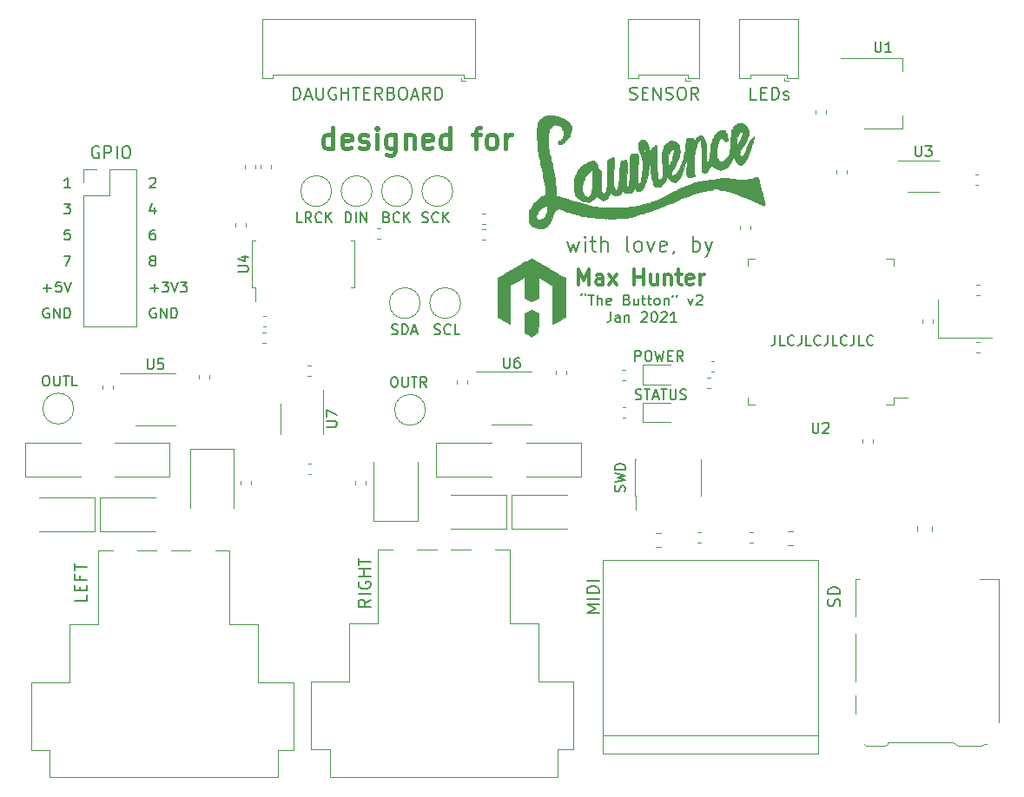
<source format=gbr>
%TF.GenerationSoftware,KiCad,Pcbnew,(5.1.6-0-10_14)*%
%TF.CreationDate,2021-01-19T18:17:05+00:00*%
%TF.ProjectId,lawrencebutton,6c617772-656e-4636-9562-7574746f6e2e,rev?*%
%TF.SameCoordinates,Original*%
%TF.FileFunction,Legend,Top*%
%TF.FilePolarity,Positive*%
%FSLAX46Y46*%
G04 Gerber Fmt 4.6, Leading zero omitted, Abs format (unit mm)*
G04 Created by KiCad (PCBNEW (5.1.6-0-10_14)) date 2021-01-19 18:17:05*
%MOMM*%
%LPD*%
G01*
G04 APERTURE LIST*
%ADD10C,0.150000*%
%ADD11C,0.200000*%
%ADD12C,0.300000*%
%ADD13C,0.400000*%
%ADD14C,0.120000*%
%ADD15C,0.010000*%
G04 APERTURE END LIST*
D10*
X25098952Y-91908380D02*
X25098952Y-92622666D01*
X25051333Y-92765523D01*
X24956095Y-92860761D01*
X24813238Y-92908380D01*
X24718000Y-92908380D01*
X26051333Y-92908380D02*
X25575142Y-92908380D01*
X25575142Y-91908380D01*
X26956095Y-92813142D02*
X26908476Y-92860761D01*
X26765619Y-92908380D01*
X26670380Y-92908380D01*
X26527523Y-92860761D01*
X26432285Y-92765523D01*
X26384666Y-92670285D01*
X26337047Y-92479809D01*
X26337047Y-92336952D01*
X26384666Y-92146476D01*
X26432285Y-92051238D01*
X26527523Y-91956000D01*
X26670380Y-91908380D01*
X26765619Y-91908380D01*
X26908476Y-91956000D01*
X26956095Y-92003619D01*
X27670380Y-91908380D02*
X27670380Y-92622666D01*
X27622761Y-92765523D01*
X27527523Y-92860761D01*
X27384666Y-92908380D01*
X27289428Y-92908380D01*
X28622761Y-92908380D02*
X28146571Y-92908380D01*
X28146571Y-91908380D01*
X29527523Y-92813142D02*
X29479904Y-92860761D01*
X29337047Y-92908380D01*
X29241809Y-92908380D01*
X29098952Y-92860761D01*
X29003714Y-92765523D01*
X28956095Y-92670285D01*
X28908476Y-92479809D01*
X28908476Y-92336952D01*
X28956095Y-92146476D01*
X29003714Y-92051238D01*
X29098952Y-91956000D01*
X29241809Y-91908380D01*
X29337047Y-91908380D01*
X29479904Y-91956000D01*
X29527523Y-92003619D01*
X30241809Y-91908380D02*
X30241809Y-92622666D01*
X30194190Y-92765523D01*
X30098952Y-92860761D01*
X29956095Y-92908380D01*
X29860857Y-92908380D01*
X31194190Y-92908380D02*
X30718000Y-92908380D01*
X30718000Y-91908380D01*
X32098952Y-92813142D02*
X32051333Y-92860761D01*
X31908476Y-92908380D01*
X31813238Y-92908380D01*
X31670380Y-92860761D01*
X31575142Y-92765523D01*
X31527523Y-92670285D01*
X31479904Y-92479809D01*
X31479904Y-92336952D01*
X31527523Y-92146476D01*
X31575142Y-92051238D01*
X31670380Y-91956000D01*
X31813238Y-91908380D01*
X31908476Y-91908380D01*
X32051333Y-91956000D01*
X32098952Y-92003619D01*
X32813238Y-91908380D02*
X32813238Y-92622666D01*
X32765619Y-92765523D01*
X32670380Y-92860761D01*
X32527523Y-92908380D01*
X32432285Y-92908380D01*
X33765619Y-92908380D02*
X33289428Y-92908380D01*
X33289428Y-91908380D01*
X34670380Y-92813142D02*
X34622761Y-92860761D01*
X34479904Y-92908380D01*
X34384666Y-92908380D01*
X34241809Y-92860761D01*
X34146571Y-92765523D01*
X34098952Y-92670285D01*
X34051333Y-92479809D01*
X34051333Y-92336952D01*
X34098952Y-92146476D01*
X34146571Y-92051238D01*
X34241809Y-91956000D01*
X34384666Y-91908380D01*
X34479904Y-91908380D01*
X34622761Y-91956000D01*
X34670380Y-92003619D01*
D11*
X31410214Y-118354357D02*
X31467357Y-118182928D01*
X31467357Y-117897214D01*
X31410214Y-117782928D01*
X31353071Y-117725785D01*
X31238785Y-117668642D01*
X31124500Y-117668642D01*
X31010214Y-117725785D01*
X30953071Y-117782928D01*
X30895928Y-117897214D01*
X30838785Y-118125785D01*
X30781642Y-118240071D01*
X30724500Y-118297214D01*
X30610214Y-118354357D01*
X30495928Y-118354357D01*
X30381642Y-118297214D01*
X30324500Y-118240071D01*
X30267357Y-118125785D01*
X30267357Y-117840071D01*
X30324500Y-117668642D01*
X31467357Y-117154357D02*
X30267357Y-117154357D01*
X30267357Y-116868642D01*
X30324500Y-116697214D01*
X30438785Y-116582928D01*
X30553071Y-116525785D01*
X30781642Y-116468642D01*
X30953071Y-116468642D01*
X31181642Y-116525785D01*
X31295928Y-116582928D01*
X31410214Y-116697214D01*
X31467357Y-116868642D01*
X31467357Y-117154357D01*
X7972357Y-118982928D02*
X6772357Y-118982928D01*
X7629500Y-118582928D01*
X6772357Y-118182928D01*
X7972357Y-118182928D01*
X7972357Y-117611500D02*
X6772357Y-117611500D01*
X7972357Y-117040071D02*
X6772357Y-117040071D01*
X6772357Y-116754357D01*
X6829500Y-116582928D01*
X6943785Y-116468642D01*
X7058071Y-116411500D01*
X7286642Y-116354357D01*
X7458071Y-116354357D01*
X7686642Y-116411500D01*
X7800928Y-116468642D01*
X7915214Y-116582928D01*
X7972357Y-116754357D01*
X7972357Y-117040071D01*
X7972357Y-115840071D02*
X6772357Y-115840071D01*
X-14316142Y-117678000D02*
X-14887571Y-118078000D01*
X-14316142Y-118363714D02*
X-15516142Y-118363714D01*
X-15516142Y-117906571D01*
X-15459000Y-117792285D01*
X-15401857Y-117735142D01*
X-15287571Y-117678000D01*
X-15116142Y-117678000D01*
X-15001857Y-117735142D01*
X-14944714Y-117792285D01*
X-14887571Y-117906571D01*
X-14887571Y-118363714D01*
X-14316142Y-117163714D02*
X-15516142Y-117163714D01*
X-15459000Y-115963714D02*
X-15516142Y-116078000D01*
X-15516142Y-116249428D01*
X-15459000Y-116420857D01*
X-15344714Y-116535142D01*
X-15230428Y-116592285D01*
X-15001857Y-116649428D01*
X-14830428Y-116649428D01*
X-14601857Y-116592285D01*
X-14487571Y-116535142D01*
X-14373285Y-116420857D01*
X-14316142Y-116249428D01*
X-14316142Y-116135142D01*
X-14373285Y-115963714D01*
X-14430428Y-115906571D01*
X-14830428Y-115906571D01*
X-14830428Y-116135142D01*
X-14316142Y-115392285D02*
X-15516142Y-115392285D01*
X-14944714Y-115392285D02*
X-14944714Y-114706571D01*
X-14316142Y-114706571D02*
X-15516142Y-114706571D01*
X-15516142Y-114306571D02*
X-15516142Y-113620857D01*
X-14316142Y-113963714D02*
X-15516142Y-113963714D01*
X-42002142Y-117220857D02*
X-42002142Y-117792285D01*
X-43202142Y-117792285D01*
X-42630714Y-116820857D02*
X-42630714Y-116420857D01*
X-42002142Y-116249428D02*
X-42002142Y-116820857D01*
X-43202142Y-116820857D01*
X-43202142Y-116249428D01*
X-42630714Y-115335142D02*
X-42630714Y-115735142D01*
X-42002142Y-115735142D02*
X-43202142Y-115735142D01*
X-43202142Y-115163714D01*
X-43202142Y-114878000D02*
X-43202142Y-114192285D01*
X-42002142Y-114535142D02*
X-43202142Y-114535142D01*
X10973214Y-68875214D02*
X11144642Y-68932357D01*
X11430357Y-68932357D01*
X11544642Y-68875214D01*
X11601785Y-68818071D01*
X11658928Y-68703785D01*
X11658928Y-68589500D01*
X11601785Y-68475214D01*
X11544642Y-68418071D01*
X11430357Y-68360928D01*
X11201785Y-68303785D01*
X11087500Y-68246642D01*
X11030357Y-68189500D01*
X10973214Y-68075214D01*
X10973214Y-67960928D01*
X11030357Y-67846642D01*
X11087500Y-67789500D01*
X11201785Y-67732357D01*
X11487500Y-67732357D01*
X11658928Y-67789500D01*
X12173214Y-68303785D02*
X12573214Y-68303785D01*
X12744642Y-68932357D02*
X12173214Y-68932357D01*
X12173214Y-67732357D01*
X12744642Y-67732357D01*
X13258928Y-68932357D02*
X13258928Y-67732357D01*
X13944642Y-68932357D01*
X13944642Y-67732357D01*
X14458928Y-68875214D02*
X14630357Y-68932357D01*
X14916071Y-68932357D01*
X15030357Y-68875214D01*
X15087500Y-68818071D01*
X15144642Y-68703785D01*
X15144642Y-68589500D01*
X15087500Y-68475214D01*
X15030357Y-68418071D01*
X14916071Y-68360928D01*
X14687500Y-68303785D01*
X14573214Y-68246642D01*
X14516071Y-68189500D01*
X14458928Y-68075214D01*
X14458928Y-67960928D01*
X14516071Y-67846642D01*
X14573214Y-67789500D01*
X14687500Y-67732357D01*
X14973214Y-67732357D01*
X15144642Y-67789500D01*
X15887500Y-67732357D02*
X16116071Y-67732357D01*
X16230357Y-67789500D01*
X16344642Y-67903785D01*
X16401785Y-68132357D01*
X16401785Y-68532357D01*
X16344642Y-68760928D01*
X16230357Y-68875214D01*
X16116071Y-68932357D01*
X15887500Y-68932357D01*
X15773214Y-68875214D01*
X15658928Y-68760928D01*
X15601785Y-68532357D01*
X15601785Y-68132357D01*
X15658928Y-67903785D01*
X15773214Y-67789500D01*
X15887500Y-67732357D01*
X17601785Y-68932357D02*
X17201785Y-68360928D01*
X16916071Y-68932357D02*
X16916071Y-67732357D01*
X17373214Y-67732357D01*
X17487500Y-67789500D01*
X17544642Y-67846642D01*
X17601785Y-67960928D01*
X17601785Y-68132357D01*
X17544642Y-68246642D01*
X17487500Y-68303785D01*
X17373214Y-68360928D01*
X16916071Y-68360928D01*
X4866571Y-82736571D02*
X5152285Y-83736571D01*
X5437999Y-83022285D01*
X5723714Y-83736571D01*
X6009428Y-82736571D01*
X6580857Y-83736571D02*
X6580857Y-82736571D01*
X6580857Y-82236571D02*
X6509428Y-82308000D01*
X6580857Y-82379428D01*
X6652285Y-82308000D01*
X6580857Y-82236571D01*
X6580857Y-82379428D01*
X7080857Y-82736571D02*
X7652285Y-82736571D01*
X7295142Y-82236571D02*
X7295142Y-83522285D01*
X7366571Y-83665142D01*
X7509428Y-83736571D01*
X7652285Y-83736571D01*
X8152285Y-83736571D02*
X8152285Y-82236571D01*
X8795142Y-83736571D02*
X8795142Y-82950857D01*
X8723714Y-82808000D01*
X8580857Y-82736571D01*
X8366571Y-82736571D01*
X8223714Y-82808000D01*
X8152285Y-82879428D01*
X10866571Y-83736571D02*
X10723714Y-83665142D01*
X10652285Y-83522285D01*
X10652285Y-82236571D01*
X11652285Y-83736571D02*
X11509428Y-83665142D01*
X11438000Y-83593714D01*
X11366571Y-83450857D01*
X11366571Y-83022285D01*
X11438000Y-82879428D01*
X11509428Y-82808000D01*
X11652285Y-82736571D01*
X11866571Y-82736571D01*
X12009428Y-82808000D01*
X12080857Y-82879428D01*
X12152285Y-83022285D01*
X12152285Y-83450857D01*
X12080857Y-83593714D01*
X12009428Y-83665142D01*
X11866571Y-83736571D01*
X11652285Y-83736571D01*
X12652285Y-82736571D02*
X13009428Y-83736571D01*
X13366571Y-82736571D01*
X14509428Y-83665142D02*
X14366571Y-83736571D01*
X14080857Y-83736571D01*
X13938000Y-83665142D01*
X13866571Y-83522285D01*
X13866571Y-82950857D01*
X13938000Y-82808000D01*
X14080857Y-82736571D01*
X14366571Y-82736571D01*
X14509428Y-82808000D01*
X14580857Y-82950857D01*
X14580857Y-83093714D01*
X13866571Y-83236571D01*
X15295142Y-83665142D02*
X15295142Y-83736571D01*
X15223714Y-83879428D01*
X15152285Y-83950857D01*
X17080857Y-83736571D02*
X17080857Y-82236571D01*
X17080857Y-82808000D02*
X17223714Y-82736571D01*
X17509428Y-82736571D01*
X17652285Y-82808000D01*
X17723714Y-82879428D01*
X17795142Y-83022285D01*
X17795142Y-83450857D01*
X17723714Y-83593714D01*
X17652285Y-83665142D01*
X17509428Y-83736571D01*
X17223714Y-83736571D01*
X17080857Y-83665142D01*
X18295142Y-82736571D02*
X18652285Y-83736571D01*
X19009428Y-82736571D02*
X18652285Y-83736571D01*
X18509428Y-84093714D01*
X18437999Y-84165142D01*
X18295142Y-84236571D01*
D10*
X6580880Y-88019500D02*
X6580880Y-87971880D01*
X6628499Y-87876642D01*
X6676119Y-87829023D01*
X6199928Y-88019500D02*
X6199928Y-87971880D01*
X6247547Y-87876642D01*
X6295166Y-87829023D01*
X6914214Y-87971880D02*
X7485642Y-87971880D01*
X7199928Y-88971880D02*
X7199928Y-87971880D01*
X7818976Y-88971880D02*
X7818976Y-87971880D01*
X8247547Y-88971880D02*
X8247547Y-88448071D01*
X8199928Y-88352833D01*
X8104690Y-88305214D01*
X7961833Y-88305214D01*
X7866595Y-88352833D01*
X7818976Y-88400452D01*
X9104690Y-88924261D02*
X9009452Y-88971880D01*
X8818976Y-88971880D01*
X8723738Y-88924261D01*
X8676119Y-88829023D01*
X8676119Y-88448071D01*
X8723738Y-88352833D01*
X8818976Y-88305214D01*
X9009452Y-88305214D01*
X9104690Y-88352833D01*
X9152309Y-88448071D01*
X9152309Y-88543309D01*
X8676119Y-88638547D01*
X10676119Y-88448071D02*
X10818976Y-88495690D01*
X10866595Y-88543309D01*
X10914214Y-88638547D01*
X10914214Y-88781404D01*
X10866595Y-88876642D01*
X10818976Y-88924261D01*
X10723738Y-88971880D01*
X10342785Y-88971880D01*
X10342785Y-87971880D01*
X10676119Y-87971880D01*
X10771357Y-88019500D01*
X10818976Y-88067119D01*
X10866595Y-88162357D01*
X10866595Y-88257595D01*
X10818976Y-88352833D01*
X10771357Y-88400452D01*
X10676119Y-88448071D01*
X10342785Y-88448071D01*
X11771357Y-88305214D02*
X11771357Y-88971880D01*
X11342785Y-88305214D02*
X11342785Y-88829023D01*
X11390404Y-88924261D01*
X11485642Y-88971880D01*
X11628499Y-88971880D01*
X11723738Y-88924261D01*
X11771357Y-88876642D01*
X12104690Y-88305214D02*
X12485642Y-88305214D01*
X12247547Y-87971880D02*
X12247547Y-88829023D01*
X12295166Y-88924261D01*
X12390404Y-88971880D01*
X12485642Y-88971880D01*
X12676119Y-88305214D02*
X13057071Y-88305214D01*
X12818976Y-87971880D02*
X12818976Y-88829023D01*
X12866595Y-88924261D01*
X12961833Y-88971880D01*
X13057071Y-88971880D01*
X13533261Y-88971880D02*
X13438023Y-88924261D01*
X13390404Y-88876642D01*
X13342785Y-88781404D01*
X13342785Y-88495690D01*
X13390404Y-88400452D01*
X13438023Y-88352833D01*
X13533261Y-88305214D01*
X13676119Y-88305214D01*
X13771357Y-88352833D01*
X13818976Y-88400452D01*
X13866595Y-88495690D01*
X13866595Y-88781404D01*
X13818976Y-88876642D01*
X13771357Y-88924261D01*
X13676119Y-88971880D01*
X13533261Y-88971880D01*
X14295166Y-88305214D02*
X14295166Y-88971880D01*
X14295166Y-88400452D02*
X14342785Y-88352833D01*
X14438023Y-88305214D01*
X14580880Y-88305214D01*
X14676119Y-88352833D01*
X14723738Y-88448071D01*
X14723738Y-88971880D01*
X15199928Y-87971880D02*
X15199928Y-88019500D01*
X15152309Y-88114738D01*
X15104690Y-88162357D01*
X15580880Y-87971880D02*
X15580880Y-88019500D01*
X15533261Y-88114738D01*
X15485642Y-88162357D01*
X16628499Y-88305214D02*
X16866595Y-88971880D01*
X17104690Y-88305214D01*
X17438023Y-88067119D02*
X17485642Y-88019500D01*
X17580880Y-87971880D01*
X17818976Y-87971880D01*
X17914214Y-88019500D01*
X17961833Y-88067119D01*
X18009452Y-88162357D01*
X18009452Y-88257595D01*
X17961833Y-88400452D01*
X17390404Y-88971880D01*
X18009452Y-88971880D01*
X9080880Y-89621880D02*
X9080880Y-90336166D01*
X9033261Y-90479023D01*
X8938023Y-90574261D01*
X8795166Y-90621880D01*
X8699928Y-90621880D01*
X9985642Y-90621880D02*
X9985642Y-90098071D01*
X9938023Y-90002833D01*
X9842785Y-89955214D01*
X9652309Y-89955214D01*
X9557071Y-90002833D01*
X9985642Y-90574261D02*
X9890404Y-90621880D01*
X9652309Y-90621880D01*
X9557071Y-90574261D01*
X9509452Y-90479023D01*
X9509452Y-90383785D01*
X9557071Y-90288547D01*
X9652309Y-90240928D01*
X9890404Y-90240928D01*
X9985642Y-90193309D01*
X10461833Y-89955214D02*
X10461833Y-90621880D01*
X10461833Y-90050452D02*
X10509452Y-90002833D01*
X10604690Y-89955214D01*
X10747547Y-89955214D01*
X10842785Y-90002833D01*
X10890404Y-90098071D01*
X10890404Y-90621880D01*
X12080880Y-89717119D02*
X12128500Y-89669500D01*
X12223738Y-89621880D01*
X12461833Y-89621880D01*
X12557071Y-89669500D01*
X12604690Y-89717119D01*
X12652309Y-89812357D01*
X12652309Y-89907595D01*
X12604690Y-90050452D01*
X12033261Y-90621880D01*
X12652309Y-90621880D01*
X13271357Y-89621880D02*
X13366595Y-89621880D01*
X13461833Y-89669500D01*
X13509452Y-89717119D01*
X13557071Y-89812357D01*
X13604690Y-90002833D01*
X13604690Y-90240928D01*
X13557071Y-90431404D01*
X13509452Y-90526642D01*
X13461833Y-90574261D01*
X13366595Y-90621880D01*
X13271357Y-90621880D01*
X13176119Y-90574261D01*
X13128500Y-90526642D01*
X13080880Y-90431404D01*
X13033261Y-90240928D01*
X13033261Y-90002833D01*
X13080880Y-89812357D01*
X13128500Y-89717119D01*
X13176119Y-89669500D01*
X13271357Y-89621880D01*
X13985642Y-89717119D02*
X14033261Y-89669500D01*
X14128500Y-89621880D01*
X14366595Y-89621880D01*
X14461833Y-89669500D01*
X14509452Y-89717119D01*
X14557071Y-89812357D01*
X14557071Y-89907595D01*
X14509452Y-90050452D01*
X13938023Y-90621880D01*
X14557071Y-90621880D01*
X15509452Y-90621880D02*
X14938023Y-90621880D01*
X15223738Y-90621880D02*
X15223738Y-89621880D01*
X15128500Y-89764738D01*
X15033261Y-89859976D01*
X14938023Y-89907595D01*
D12*
X5965785Y-86975071D02*
X5965785Y-85475071D01*
X6465785Y-86546500D01*
X6965785Y-85475071D01*
X6965785Y-86975071D01*
X8322928Y-86975071D02*
X8322928Y-86189357D01*
X8251500Y-86046500D01*
X8108642Y-85975071D01*
X7822928Y-85975071D01*
X7680071Y-86046500D01*
X8322928Y-86903642D02*
X8180071Y-86975071D01*
X7822928Y-86975071D01*
X7680071Y-86903642D01*
X7608642Y-86760785D01*
X7608642Y-86617928D01*
X7680071Y-86475071D01*
X7822928Y-86403642D01*
X8180071Y-86403642D01*
X8322928Y-86332214D01*
X8894357Y-86975071D02*
X9680071Y-85975071D01*
X8894357Y-85975071D02*
X9680071Y-86975071D01*
X11394357Y-86975071D02*
X11394357Y-85475071D01*
X11394357Y-86189357D02*
X12251500Y-86189357D01*
X12251500Y-86975071D02*
X12251500Y-85475071D01*
X13608642Y-85975071D02*
X13608642Y-86975071D01*
X12965785Y-85975071D02*
X12965785Y-86760785D01*
X13037214Y-86903642D01*
X13180071Y-86975071D01*
X13394357Y-86975071D01*
X13537214Y-86903642D01*
X13608642Y-86832214D01*
X14322928Y-85975071D02*
X14322928Y-86975071D01*
X14322928Y-86117928D02*
X14394357Y-86046500D01*
X14537214Y-85975071D01*
X14751500Y-85975071D01*
X14894357Y-86046500D01*
X14965785Y-86189357D01*
X14965785Y-86975071D01*
X15465785Y-85975071D02*
X16037214Y-85975071D01*
X15680071Y-85475071D02*
X15680071Y-86760785D01*
X15751500Y-86903642D01*
X15894357Y-86975071D01*
X16037214Y-86975071D01*
X17108642Y-86903642D02*
X16965785Y-86975071D01*
X16680071Y-86975071D01*
X16537214Y-86903642D01*
X16465785Y-86760785D01*
X16465785Y-86189357D01*
X16537214Y-86046500D01*
X16680071Y-85975071D01*
X16965785Y-85975071D01*
X17108642Y-86046500D01*
X17180071Y-86189357D01*
X17180071Y-86332214D01*
X16465785Y-86475071D01*
X17822928Y-86975071D02*
X17822928Y-85975071D01*
X17822928Y-86260785D02*
X17894357Y-86117928D01*
X17965785Y-86046500D01*
X18108642Y-85975071D01*
X18251499Y-85975071D01*
D13*
X-17985357Y-73675761D02*
X-17985357Y-71675761D01*
X-17985357Y-73580523D02*
X-18175833Y-73675761D01*
X-18556785Y-73675761D01*
X-18747261Y-73580523D01*
X-18842499Y-73485285D01*
X-18937738Y-73294809D01*
X-18937738Y-72723380D01*
X-18842499Y-72532904D01*
X-18747261Y-72437666D01*
X-18556785Y-72342428D01*
X-18175833Y-72342428D01*
X-17985357Y-72437666D01*
X-16271071Y-73580523D02*
X-16461547Y-73675761D01*
X-16842500Y-73675761D01*
X-17032976Y-73580523D01*
X-17128214Y-73390047D01*
X-17128214Y-72628142D01*
X-17032976Y-72437666D01*
X-16842500Y-72342428D01*
X-16461547Y-72342428D01*
X-16271071Y-72437666D01*
X-16175833Y-72628142D01*
X-16175833Y-72818619D01*
X-17128214Y-73009095D01*
X-15413928Y-73580523D02*
X-15223452Y-73675761D01*
X-14842499Y-73675761D01*
X-14652023Y-73580523D01*
X-14556785Y-73390047D01*
X-14556785Y-73294809D01*
X-14652023Y-73104333D01*
X-14842499Y-73009095D01*
X-15128214Y-73009095D01*
X-15318690Y-72913857D01*
X-15413928Y-72723380D01*
X-15413928Y-72628142D01*
X-15318690Y-72437666D01*
X-15128214Y-72342428D01*
X-14842499Y-72342428D01*
X-14652023Y-72437666D01*
X-13699642Y-73675761D02*
X-13699642Y-72342428D01*
X-13699642Y-71675761D02*
X-13794880Y-71771000D01*
X-13699642Y-71866238D01*
X-13604404Y-71771000D01*
X-13699642Y-71675761D01*
X-13699642Y-71866238D01*
X-11890119Y-72342428D02*
X-11890119Y-73961476D01*
X-11985357Y-74151952D01*
X-12080595Y-74247190D01*
X-12271071Y-74342428D01*
X-12556785Y-74342428D01*
X-12747261Y-74247190D01*
X-11890119Y-73580523D02*
X-12080595Y-73675761D01*
X-12461547Y-73675761D01*
X-12652023Y-73580523D01*
X-12747261Y-73485285D01*
X-12842499Y-73294809D01*
X-12842499Y-72723380D01*
X-12747261Y-72532904D01*
X-12652023Y-72437666D01*
X-12461547Y-72342428D01*
X-12080595Y-72342428D01*
X-11890119Y-72437666D01*
X-10937738Y-72342428D02*
X-10937738Y-73675761D01*
X-10937738Y-72532904D02*
X-10842499Y-72437666D01*
X-10652023Y-72342428D01*
X-10366309Y-72342428D01*
X-10175833Y-72437666D01*
X-10080595Y-72628142D01*
X-10080595Y-73675761D01*
X-8366309Y-73580523D02*
X-8556785Y-73675761D01*
X-8937738Y-73675761D01*
X-9128214Y-73580523D01*
X-9223452Y-73390047D01*
X-9223452Y-72628142D01*
X-9128214Y-72437666D01*
X-8937738Y-72342428D01*
X-8556785Y-72342428D01*
X-8366309Y-72437666D01*
X-8271071Y-72628142D01*
X-8271071Y-72818619D01*
X-9223452Y-73009095D01*
X-6556785Y-73675761D02*
X-6556785Y-71675761D01*
X-6556785Y-73580523D02*
X-6747261Y-73675761D01*
X-7128214Y-73675761D01*
X-7318690Y-73580523D01*
X-7413928Y-73485285D01*
X-7509166Y-73294809D01*
X-7509166Y-72723380D01*
X-7413928Y-72532904D01*
X-7318690Y-72437666D01*
X-7128214Y-72342428D01*
X-6747261Y-72342428D01*
X-6556785Y-72437666D01*
X-4366309Y-72342428D02*
X-3604404Y-72342428D01*
X-4080595Y-73675761D02*
X-4080595Y-71961476D01*
X-3985357Y-71771000D01*
X-3794880Y-71675761D01*
X-3604404Y-71675761D01*
X-2652023Y-73675761D02*
X-2842499Y-73580523D01*
X-2937738Y-73485285D01*
X-3032976Y-73294809D01*
X-3032976Y-72723380D01*
X-2937738Y-72532904D01*
X-2842499Y-72437666D01*
X-2652023Y-72342428D01*
X-2366309Y-72342428D01*
X-2175833Y-72437666D01*
X-2080595Y-72532904D01*
X-1985357Y-72723380D01*
X-1985357Y-73294809D01*
X-2080595Y-73485285D01*
X-2175833Y-73580523D01*
X-2366309Y-73675761D01*
X-2652023Y-73675761D01*
X-1128214Y-73675761D02*
X-1128214Y-72342428D01*
X-1128214Y-72723380D02*
X-1032976Y-72532904D01*
X-937738Y-72437666D01*
X-747261Y-72342428D01*
X-556785Y-72342428D01*
D10*
X-35653047Y-84589952D02*
X-35748285Y-84542333D01*
X-35795904Y-84494714D01*
X-35843523Y-84399476D01*
X-35843523Y-84351857D01*
X-35795904Y-84256619D01*
X-35748285Y-84209000D01*
X-35653047Y-84161380D01*
X-35462571Y-84161380D01*
X-35367333Y-84209000D01*
X-35319714Y-84256619D01*
X-35272095Y-84351857D01*
X-35272095Y-84399476D01*
X-35319714Y-84494714D01*
X-35367333Y-84542333D01*
X-35462571Y-84589952D01*
X-35653047Y-84589952D01*
X-35748285Y-84637571D01*
X-35795904Y-84685190D01*
X-35843523Y-84780428D01*
X-35843523Y-84970904D01*
X-35795904Y-85066142D01*
X-35748285Y-85113761D01*
X-35653047Y-85161380D01*
X-35462571Y-85161380D01*
X-35367333Y-85113761D01*
X-35319714Y-85066142D01*
X-35272095Y-84970904D01*
X-35272095Y-84780428D01*
X-35319714Y-84685190D01*
X-35367333Y-84637571D01*
X-35462571Y-84589952D01*
X-35367333Y-81621380D02*
X-35557809Y-81621380D01*
X-35653047Y-81669000D01*
X-35700666Y-81716619D01*
X-35795904Y-81859476D01*
X-35843523Y-82049952D01*
X-35843523Y-82430904D01*
X-35795904Y-82526142D01*
X-35748285Y-82573761D01*
X-35653047Y-82621380D01*
X-35462571Y-82621380D01*
X-35367333Y-82573761D01*
X-35319714Y-82526142D01*
X-35272095Y-82430904D01*
X-35272095Y-82192809D01*
X-35319714Y-82097571D01*
X-35367333Y-82049952D01*
X-35462571Y-82002333D01*
X-35653047Y-82002333D01*
X-35748285Y-82049952D01*
X-35795904Y-82097571D01*
X-35843523Y-82192809D01*
X-35367333Y-79414714D02*
X-35367333Y-80081380D01*
X-35605428Y-79033761D02*
X-35843523Y-79748047D01*
X-35224476Y-79748047D01*
X-35843523Y-76636619D02*
X-35795904Y-76589000D01*
X-35700666Y-76541380D01*
X-35462571Y-76541380D01*
X-35367333Y-76589000D01*
X-35319714Y-76636619D01*
X-35272095Y-76731857D01*
X-35272095Y-76827095D01*
X-35319714Y-76969952D01*
X-35891142Y-77541380D01*
X-35272095Y-77541380D01*
X-35795904Y-87320428D02*
X-35034000Y-87320428D01*
X-35414952Y-87701380D02*
X-35414952Y-86939476D01*
X-34653047Y-86701380D02*
X-34034000Y-86701380D01*
X-34367333Y-87082333D01*
X-34224476Y-87082333D01*
X-34129238Y-87129952D01*
X-34081619Y-87177571D01*
X-34034000Y-87272809D01*
X-34034000Y-87510904D01*
X-34081619Y-87606142D01*
X-34129238Y-87653761D01*
X-34224476Y-87701380D01*
X-34510190Y-87701380D01*
X-34605428Y-87653761D01*
X-34653047Y-87606142D01*
X-33748285Y-86701380D02*
X-33414952Y-87701380D01*
X-33081619Y-86701380D01*
X-32843523Y-86701380D02*
X-32224476Y-86701380D01*
X-32557809Y-87082333D01*
X-32414952Y-87082333D01*
X-32319714Y-87129952D01*
X-32272095Y-87177571D01*
X-32224476Y-87272809D01*
X-32224476Y-87510904D01*
X-32272095Y-87606142D01*
X-32319714Y-87653761D01*
X-32414952Y-87701380D01*
X-32700666Y-87701380D01*
X-32795904Y-87653761D01*
X-32843523Y-87606142D01*
X-35272095Y-89289000D02*
X-35367333Y-89241380D01*
X-35510190Y-89241380D01*
X-35653047Y-89289000D01*
X-35748285Y-89384238D01*
X-35795904Y-89479476D01*
X-35843523Y-89669952D01*
X-35843523Y-89812809D01*
X-35795904Y-90003285D01*
X-35748285Y-90098523D01*
X-35653047Y-90193761D01*
X-35510190Y-90241380D01*
X-35414952Y-90241380D01*
X-35272095Y-90193761D01*
X-35224476Y-90146142D01*
X-35224476Y-89812809D01*
X-35414952Y-89812809D01*
X-34795904Y-90241380D02*
X-34795904Y-89241380D01*
X-34224476Y-90241380D01*
X-34224476Y-89241380D01*
X-33748285Y-90241380D02*
X-33748285Y-89241380D01*
X-33510190Y-89241380D01*
X-33367333Y-89289000D01*
X-33272095Y-89384238D01*
X-33224476Y-89479476D01*
X-33176857Y-89669952D01*
X-33176857Y-89812809D01*
X-33224476Y-90003285D01*
X-33272095Y-90098523D01*
X-33367333Y-90193761D01*
X-33510190Y-90241380D01*
X-33748285Y-90241380D01*
X-45690214Y-89289000D02*
X-45785452Y-89241380D01*
X-45928309Y-89241380D01*
X-46071166Y-89289000D01*
X-46166404Y-89384238D01*
X-46214023Y-89479476D01*
X-46261642Y-89669952D01*
X-46261642Y-89812809D01*
X-46214023Y-90003285D01*
X-46166404Y-90098523D01*
X-46071166Y-90193761D01*
X-45928309Y-90241380D01*
X-45833071Y-90241380D01*
X-45690214Y-90193761D01*
X-45642595Y-90146142D01*
X-45642595Y-89812809D01*
X-45833071Y-89812809D01*
X-45214023Y-90241380D02*
X-45214023Y-89241380D01*
X-44642595Y-90241380D01*
X-44642595Y-89241380D01*
X-44166404Y-90241380D02*
X-44166404Y-89241380D01*
X-43928309Y-89241380D01*
X-43785452Y-89289000D01*
X-43690214Y-89384238D01*
X-43642595Y-89479476D01*
X-43594976Y-89669952D01*
X-43594976Y-89812809D01*
X-43642595Y-90003285D01*
X-43690214Y-90098523D01*
X-43785452Y-90193761D01*
X-43928309Y-90241380D01*
X-44166404Y-90241380D01*
X-46214023Y-87320428D02*
X-45452119Y-87320428D01*
X-45833071Y-87701380D02*
X-45833071Y-86939476D01*
X-44499738Y-86701380D02*
X-44975928Y-86701380D01*
X-45023547Y-87177571D01*
X-44975928Y-87129952D01*
X-44880690Y-87082333D01*
X-44642595Y-87082333D01*
X-44547357Y-87129952D01*
X-44499738Y-87177571D01*
X-44452119Y-87272809D01*
X-44452119Y-87510904D01*
X-44499738Y-87606142D01*
X-44547357Y-87653761D01*
X-44642595Y-87701380D01*
X-44880690Y-87701380D01*
X-44975928Y-87653761D01*
X-45023547Y-87606142D01*
X-44166404Y-86701380D02*
X-43833071Y-87701380D01*
X-43499738Y-86701380D01*
X-44214023Y-84161380D02*
X-43547357Y-84161380D01*
X-43975928Y-85161380D01*
X-43642595Y-81621380D02*
X-44118785Y-81621380D01*
X-44166404Y-82097571D01*
X-44118785Y-82049952D01*
X-44023547Y-82002333D01*
X-43785452Y-82002333D01*
X-43690214Y-82049952D01*
X-43642595Y-82097571D01*
X-43594976Y-82192809D01*
X-43594976Y-82430904D01*
X-43642595Y-82526142D01*
X-43690214Y-82573761D01*
X-43785452Y-82621380D01*
X-44023547Y-82621380D01*
X-44118785Y-82573761D01*
X-44166404Y-82526142D01*
X-44214023Y-79081380D02*
X-43594976Y-79081380D01*
X-43928309Y-79462333D01*
X-43785452Y-79462333D01*
X-43690214Y-79509952D01*
X-43642595Y-79557571D01*
X-43594976Y-79652809D01*
X-43594976Y-79890904D01*
X-43642595Y-79986142D01*
X-43690214Y-80033761D01*
X-43785452Y-80081380D01*
X-44071166Y-80081380D01*
X-44166404Y-80033761D01*
X-44214023Y-79986142D01*
X-43594976Y-77541380D02*
X-44166404Y-77541380D01*
X-43880690Y-77541380D02*
X-43880690Y-76541380D01*
X-43975928Y-76684238D01*
X-44071166Y-76779476D01*
X-44166404Y-76827095D01*
D11*
X-40824000Y-73504500D02*
X-40938285Y-73447357D01*
X-41109714Y-73447357D01*
X-41281142Y-73504500D01*
X-41395428Y-73618785D01*
X-41452571Y-73733071D01*
X-41509714Y-73961642D01*
X-41509714Y-74133071D01*
X-41452571Y-74361642D01*
X-41395428Y-74475928D01*
X-41281142Y-74590214D01*
X-41109714Y-74647357D01*
X-40995428Y-74647357D01*
X-40824000Y-74590214D01*
X-40766857Y-74533071D01*
X-40766857Y-74133071D01*
X-40995428Y-74133071D01*
X-40252571Y-74647357D02*
X-40252571Y-73447357D01*
X-39795428Y-73447357D01*
X-39681142Y-73504500D01*
X-39624000Y-73561642D01*
X-39566857Y-73675928D01*
X-39566857Y-73847357D01*
X-39624000Y-73961642D01*
X-39681142Y-74018785D01*
X-39795428Y-74075928D01*
X-40252571Y-74075928D01*
X-39052571Y-74647357D02*
X-39052571Y-73447357D01*
X-38252571Y-73447357D02*
X-38024000Y-73447357D01*
X-37909714Y-73504500D01*
X-37795428Y-73618785D01*
X-37738285Y-73847357D01*
X-37738285Y-74247357D01*
X-37795428Y-74475928D01*
X-37909714Y-74590214D01*
X-38024000Y-74647357D01*
X-38252571Y-74647357D01*
X-38366857Y-74590214D01*
X-38481142Y-74475928D01*
X-38538285Y-74247357D01*
X-38538285Y-73847357D01*
X-38481142Y-73618785D01*
X-38366857Y-73504500D01*
X-38252571Y-73447357D01*
D10*
X10437761Y-107148142D02*
X10485380Y-107005285D01*
X10485380Y-106767190D01*
X10437761Y-106671952D01*
X10390142Y-106624333D01*
X10294904Y-106576714D01*
X10199666Y-106576714D01*
X10104428Y-106624333D01*
X10056809Y-106671952D01*
X10009190Y-106767190D01*
X9961571Y-106957666D01*
X9913952Y-107052904D01*
X9866333Y-107100523D01*
X9771095Y-107148142D01*
X9675857Y-107148142D01*
X9580619Y-107100523D01*
X9533000Y-107052904D01*
X9485380Y-106957666D01*
X9485380Y-106719571D01*
X9533000Y-106576714D01*
X9485380Y-106243380D02*
X10485380Y-106005285D01*
X9771095Y-105814809D01*
X10485380Y-105624333D01*
X9485380Y-105386238D01*
X10485380Y-105005285D02*
X9485380Y-105005285D01*
X9485380Y-104767190D01*
X9533000Y-104624333D01*
X9628238Y-104529095D01*
X9723476Y-104481476D01*
X9913952Y-104433857D01*
X10056809Y-104433857D01*
X10247285Y-104481476D01*
X10342523Y-104529095D01*
X10437761Y-104624333D01*
X10485380Y-104767190D01*
X10485380Y-105005285D01*
X11493809Y-98131261D02*
X11636666Y-98178880D01*
X11874761Y-98178880D01*
X11970000Y-98131261D01*
X12017619Y-98083642D01*
X12065238Y-97988404D01*
X12065238Y-97893166D01*
X12017619Y-97797928D01*
X11970000Y-97750309D01*
X11874761Y-97702690D01*
X11684285Y-97655071D01*
X11589047Y-97607452D01*
X11541428Y-97559833D01*
X11493809Y-97464595D01*
X11493809Y-97369357D01*
X11541428Y-97274119D01*
X11589047Y-97226500D01*
X11684285Y-97178880D01*
X11922380Y-97178880D01*
X12065238Y-97226500D01*
X12350952Y-97178880D02*
X12922380Y-97178880D01*
X12636666Y-98178880D02*
X12636666Y-97178880D01*
X13208095Y-97893166D02*
X13684285Y-97893166D01*
X13112857Y-98178880D02*
X13446190Y-97178880D01*
X13779523Y-98178880D01*
X13970000Y-97178880D02*
X14541428Y-97178880D01*
X14255714Y-98178880D02*
X14255714Y-97178880D01*
X14874761Y-97178880D02*
X14874761Y-97988404D01*
X14922380Y-98083642D01*
X14970000Y-98131261D01*
X15065238Y-98178880D01*
X15255714Y-98178880D01*
X15350952Y-98131261D01*
X15398571Y-98083642D01*
X15446190Y-97988404D01*
X15446190Y-97178880D01*
X15874761Y-98131261D02*
X16017619Y-98178880D01*
X16255714Y-98178880D01*
X16350952Y-98131261D01*
X16398571Y-98083642D01*
X16446190Y-97988404D01*
X16446190Y-97893166D01*
X16398571Y-97797928D01*
X16350952Y-97750309D01*
X16255714Y-97702690D01*
X16065238Y-97655071D01*
X15970000Y-97607452D01*
X15922380Y-97559833D01*
X15874761Y-97464595D01*
X15874761Y-97369357D01*
X15922380Y-97274119D01*
X15970000Y-97226500D01*
X16065238Y-97178880D01*
X16303333Y-97178880D01*
X16446190Y-97226500D01*
X11469976Y-94432380D02*
X11469976Y-93432380D01*
X11850928Y-93432380D01*
X11946166Y-93480000D01*
X11993785Y-93527619D01*
X12041404Y-93622857D01*
X12041404Y-93765714D01*
X11993785Y-93860952D01*
X11946166Y-93908571D01*
X11850928Y-93956190D01*
X11469976Y-93956190D01*
X12660452Y-93432380D02*
X12850928Y-93432380D01*
X12946166Y-93480000D01*
X13041404Y-93575238D01*
X13089023Y-93765714D01*
X13089023Y-94099047D01*
X13041404Y-94289523D01*
X12946166Y-94384761D01*
X12850928Y-94432380D01*
X12660452Y-94432380D01*
X12565214Y-94384761D01*
X12469976Y-94289523D01*
X12422357Y-94099047D01*
X12422357Y-93765714D01*
X12469976Y-93575238D01*
X12565214Y-93480000D01*
X12660452Y-93432380D01*
X13422357Y-93432380D02*
X13660452Y-94432380D01*
X13850928Y-93718095D01*
X14041404Y-94432380D01*
X14279500Y-93432380D01*
X14660452Y-93908571D02*
X14993785Y-93908571D01*
X15136642Y-94432380D02*
X14660452Y-94432380D01*
X14660452Y-93432380D01*
X15136642Y-93432380D01*
X16136642Y-94432380D02*
X15803309Y-93956190D01*
X15565214Y-94432380D02*
X15565214Y-93432380D01*
X15946166Y-93432380D01*
X16041404Y-93480000D01*
X16089023Y-93527619D01*
X16136642Y-93622857D01*
X16136642Y-93765714D01*
X16089023Y-93860952D01*
X16041404Y-93908571D01*
X15946166Y-93956190D01*
X15565214Y-93956190D01*
X-9286714Y-80859261D02*
X-9143857Y-80906880D01*
X-8905761Y-80906880D01*
X-8810523Y-80859261D01*
X-8762904Y-80811642D01*
X-8715285Y-80716404D01*
X-8715285Y-80621166D01*
X-8762904Y-80525928D01*
X-8810523Y-80478309D01*
X-8905761Y-80430690D01*
X-9096238Y-80383071D01*
X-9191476Y-80335452D01*
X-9239095Y-80287833D01*
X-9286714Y-80192595D01*
X-9286714Y-80097357D01*
X-9239095Y-80002119D01*
X-9191476Y-79954500D01*
X-9096238Y-79906880D01*
X-8858142Y-79906880D01*
X-8715285Y-79954500D01*
X-7715285Y-80811642D02*
X-7762904Y-80859261D01*
X-7905761Y-80906880D01*
X-8001000Y-80906880D01*
X-8143857Y-80859261D01*
X-8239095Y-80764023D01*
X-8286714Y-80668785D01*
X-8334333Y-80478309D01*
X-8334333Y-80335452D01*
X-8286714Y-80144976D01*
X-8239095Y-80049738D01*
X-8143857Y-79954500D01*
X-8001000Y-79906880D01*
X-7905761Y-79906880D01*
X-7762904Y-79954500D01*
X-7715285Y-80002119D01*
X-7286714Y-80906880D02*
X-7286714Y-79906880D01*
X-6715285Y-80906880D02*
X-7143857Y-80335452D01*
X-6715285Y-79906880D02*
X-7286714Y-80478309D01*
X-12739571Y-80383071D02*
X-12596714Y-80430690D01*
X-12549095Y-80478309D01*
X-12501476Y-80573547D01*
X-12501476Y-80716404D01*
X-12549095Y-80811642D01*
X-12596714Y-80859261D01*
X-12691952Y-80906880D01*
X-13072904Y-80906880D01*
X-13072904Y-79906880D01*
X-12739571Y-79906880D01*
X-12644333Y-79954500D01*
X-12596714Y-80002119D01*
X-12549095Y-80097357D01*
X-12549095Y-80192595D01*
X-12596714Y-80287833D01*
X-12644333Y-80335452D01*
X-12739571Y-80383071D01*
X-13072904Y-80383071D01*
X-11501476Y-80811642D02*
X-11549095Y-80859261D01*
X-11691952Y-80906880D01*
X-11787190Y-80906880D01*
X-11930047Y-80859261D01*
X-12025285Y-80764023D01*
X-12072904Y-80668785D01*
X-12120523Y-80478309D01*
X-12120523Y-80335452D01*
X-12072904Y-80144976D01*
X-12025285Y-80049738D01*
X-11930047Y-79954500D01*
X-11787190Y-79906880D01*
X-11691952Y-79906880D01*
X-11549095Y-79954500D01*
X-11501476Y-80002119D01*
X-11072904Y-80906880D02*
X-11072904Y-79906880D01*
X-10501476Y-80906880D02*
X-10930047Y-80335452D01*
X-10501476Y-79906880D02*
X-11072904Y-80478309D01*
X-16771809Y-80906880D02*
X-16771809Y-79906880D01*
X-16533714Y-79906880D01*
X-16390857Y-79954500D01*
X-16295619Y-80049738D01*
X-16248000Y-80144976D01*
X-16200380Y-80335452D01*
X-16200380Y-80478309D01*
X-16248000Y-80668785D01*
X-16295619Y-80764023D01*
X-16390857Y-80859261D01*
X-16533714Y-80906880D01*
X-16771809Y-80906880D01*
X-15771809Y-80906880D02*
X-15771809Y-79906880D01*
X-15295619Y-80906880D02*
X-15295619Y-79906880D01*
X-14724190Y-80906880D01*
X-14724190Y-79906880D01*
X-21002476Y-80906880D02*
X-21478666Y-80906880D01*
X-21478666Y-79906880D01*
X-20097714Y-80906880D02*
X-20431047Y-80430690D01*
X-20669142Y-80906880D02*
X-20669142Y-79906880D01*
X-20288190Y-79906880D01*
X-20192952Y-79954500D01*
X-20145333Y-80002119D01*
X-20097714Y-80097357D01*
X-20097714Y-80240214D01*
X-20145333Y-80335452D01*
X-20192952Y-80383071D01*
X-20288190Y-80430690D01*
X-20669142Y-80430690D01*
X-19097714Y-80811642D02*
X-19145333Y-80859261D01*
X-19288190Y-80906880D01*
X-19383428Y-80906880D01*
X-19526285Y-80859261D01*
X-19621523Y-80764023D01*
X-19669142Y-80668785D01*
X-19716761Y-80478309D01*
X-19716761Y-80335452D01*
X-19669142Y-80144976D01*
X-19621523Y-80049738D01*
X-19526285Y-79954500D01*
X-19383428Y-79906880D01*
X-19288190Y-79906880D01*
X-19145333Y-79954500D01*
X-19097714Y-80002119D01*
X-18669142Y-80906880D02*
X-18669142Y-79906880D01*
X-18097714Y-80906880D02*
X-18526285Y-80335452D01*
X-18097714Y-79906880D02*
X-18669142Y-80478309D01*
X-12263285Y-91781261D02*
X-12120428Y-91828880D01*
X-11882333Y-91828880D01*
X-11787095Y-91781261D01*
X-11739476Y-91733642D01*
X-11691857Y-91638404D01*
X-11691857Y-91543166D01*
X-11739476Y-91447928D01*
X-11787095Y-91400309D01*
X-11882333Y-91352690D01*
X-12072809Y-91305071D01*
X-12168047Y-91257452D01*
X-12215666Y-91209833D01*
X-12263285Y-91114595D01*
X-12263285Y-91019357D01*
X-12215666Y-90924119D01*
X-12168047Y-90876500D01*
X-12072809Y-90828880D01*
X-11834714Y-90828880D01*
X-11691857Y-90876500D01*
X-11263285Y-91828880D02*
X-11263285Y-90828880D01*
X-11025190Y-90828880D01*
X-10882333Y-90876500D01*
X-10787095Y-90971738D01*
X-10739476Y-91066976D01*
X-10691857Y-91257452D01*
X-10691857Y-91400309D01*
X-10739476Y-91590785D01*
X-10787095Y-91686023D01*
X-10882333Y-91781261D01*
X-11025190Y-91828880D01*
X-11263285Y-91828880D01*
X-10310904Y-91543166D02*
X-9834714Y-91543166D01*
X-10406142Y-91828880D02*
X-10072809Y-90828880D01*
X-9739476Y-91828880D01*
X-8111976Y-91781261D02*
X-7969119Y-91828880D01*
X-7731023Y-91828880D01*
X-7635785Y-91781261D01*
X-7588166Y-91733642D01*
X-7540547Y-91638404D01*
X-7540547Y-91543166D01*
X-7588166Y-91447928D01*
X-7635785Y-91400309D01*
X-7731023Y-91352690D01*
X-7921500Y-91305071D01*
X-8016738Y-91257452D01*
X-8064357Y-91209833D01*
X-8111976Y-91114595D01*
X-8111976Y-91019357D01*
X-8064357Y-90924119D01*
X-8016738Y-90876500D01*
X-7921500Y-90828880D01*
X-7683404Y-90828880D01*
X-7540547Y-90876500D01*
X-6540547Y-91733642D02*
X-6588166Y-91781261D01*
X-6731023Y-91828880D01*
X-6826261Y-91828880D01*
X-6969119Y-91781261D01*
X-7064357Y-91686023D01*
X-7111976Y-91590785D01*
X-7159595Y-91400309D01*
X-7159595Y-91257452D01*
X-7111976Y-91066976D01*
X-7064357Y-90971738D01*
X-6969119Y-90876500D01*
X-6826261Y-90828880D01*
X-6731023Y-90828880D01*
X-6588166Y-90876500D01*
X-6540547Y-90924119D01*
X-5635785Y-91828880D02*
X-6111976Y-91828880D01*
X-6111976Y-90828880D01*
X-12104500Y-95972380D02*
X-11914023Y-95972380D01*
X-11818785Y-96020000D01*
X-11723547Y-96115238D01*
X-11675928Y-96305714D01*
X-11675928Y-96639047D01*
X-11723547Y-96829523D01*
X-11818785Y-96924761D01*
X-11914023Y-96972380D01*
X-12104500Y-96972380D01*
X-12199738Y-96924761D01*
X-12294976Y-96829523D01*
X-12342595Y-96639047D01*
X-12342595Y-96305714D01*
X-12294976Y-96115238D01*
X-12199738Y-96020000D01*
X-12104500Y-95972380D01*
X-11247357Y-95972380D02*
X-11247357Y-96781904D01*
X-11199738Y-96877142D01*
X-11152119Y-96924761D01*
X-11056880Y-96972380D01*
X-10866404Y-96972380D01*
X-10771166Y-96924761D01*
X-10723547Y-96877142D01*
X-10675928Y-96781904D01*
X-10675928Y-95972380D01*
X-10342595Y-95972380D02*
X-9771166Y-95972380D01*
X-10056880Y-96972380D02*
X-10056880Y-95972380D01*
X-8866404Y-96972380D02*
X-9199738Y-96496190D01*
X-9437833Y-96972380D02*
X-9437833Y-95972380D01*
X-9056880Y-95972380D01*
X-8961642Y-96020000D01*
X-8914023Y-96067619D01*
X-8866404Y-96162857D01*
X-8866404Y-96305714D01*
X-8914023Y-96400952D01*
X-8961642Y-96448571D01*
X-9056880Y-96496190D01*
X-9437833Y-96496190D01*
X-46045261Y-95845380D02*
X-45854785Y-95845380D01*
X-45759547Y-95893000D01*
X-45664309Y-95988238D01*
X-45616690Y-96178714D01*
X-45616690Y-96512047D01*
X-45664309Y-96702523D01*
X-45759547Y-96797761D01*
X-45854785Y-96845380D01*
X-46045261Y-96845380D01*
X-46140500Y-96797761D01*
X-46235738Y-96702523D01*
X-46283357Y-96512047D01*
X-46283357Y-96178714D01*
X-46235738Y-95988238D01*
X-46140500Y-95893000D01*
X-46045261Y-95845380D01*
X-45188119Y-95845380D02*
X-45188119Y-96654904D01*
X-45140500Y-96750142D01*
X-45092880Y-96797761D01*
X-44997642Y-96845380D01*
X-44807166Y-96845380D01*
X-44711928Y-96797761D01*
X-44664309Y-96750142D01*
X-44616690Y-96654904D01*
X-44616690Y-95845380D01*
X-44283357Y-95845380D02*
X-43711928Y-95845380D01*
X-43997642Y-96845380D02*
X-43997642Y-95845380D01*
X-42902404Y-96845380D02*
X-43378595Y-96845380D01*
X-43378595Y-95845380D01*
D11*
X23317357Y-68932357D02*
X22745928Y-68932357D01*
X22745928Y-67732357D01*
X23717357Y-68303785D02*
X24117357Y-68303785D01*
X24288785Y-68932357D02*
X23717357Y-68932357D01*
X23717357Y-67732357D01*
X24288785Y-67732357D01*
X24803071Y-68932357D02*
X24803071Y-67732357D01*
X25088785Y-67732357D01*
X25260214Y-67789500D01*
X25374500Y-67903785D01*
X25431642Y-68018071D01*
X25488785Y-68246642D01*
X25488785Y-68418071D01*
X25431642Y-68646642D01*
X25374500Y-68760928D01*
X25260214Y-68875214D01*
X25088785Y-68932357D01*
X24803071Y-68932357D01*
X25945928Y-68875214D02*
X26060214Y-68932357D01*
X26288785Y-68932357D01*
X26403071Y-68875214D01*
X26460214Y-68760928D01*
X26460214Y-68703785D01*
X26403071Y-68589500D01*
X26288785Y-68532357D01*
X26117357Y-68532357D01*
X26003071Y-68475214D01*
X25945928Y-68360928D01*
X25945928Y-68303785D01*
X26003071Y-68189500D01*
X26117357Y-68132357D01*
X26288785Y-68132357D01*
X26403071Y-68189500D01*
X-21833571Y-68932357D02*
X-21833571Y-67732357D01*
X-21547857Y-67732357D01*
X-21376428Y-67789500D01*
X-21262142Y-67903785D01*
X-21205000Y-68018071D01*
X-21147857Y-68246642D01*
X-21147857Y-68418071D01*
X-21205000Y-68646642D01*
X-21262142Y-68760928D01*
X-21376428Y-68875214D01*
X-21547857Y-68932357D01*
X-21833571Y-68932357D01*
X-20690714Y-68589500D02*
X-20119285Y-68589500D01*
X-20805000Y-68932357D02*
X-20405000Y-67732357D01*
X-20005000Y-68932357D01*
X-19605000Y-67732357D02*
X-19605000Y-68703785D01*
X-19547857Y-68818071D01*
X-19490714Y-68875214D01*
X-19376428Y-68932357D01*
X-19147857Y-68932357D01*
X-19033571Y-68875214D01*
X-18976428Y-68818071D01*
X-18919285Y-68703785D01*
X-18919285Y-67732357D01*
X-17719285Y-67789500D02*
X-17833571Y-67732357D01*
X-18005000Y-67732357D01*
X-18176428Y-67789500D01*
X-18290714Y-67903785D01*
X-18347857Y-68018071D01*
X-18405000Y-68246642D01*
X-18405000Y-68418071D01*
X-18347857Y-68646642D01*
X-18290714Y-68760928D01*
X-18176428Y-68875214D01*
X-18005000Y-68932357D01*
X-17890714Y-68932357D01*
X-17719285Y-68875214D01*
X-17662142Y-68818071D01*
X-17662142Y-68418071D01*
X-17890714Y-68418071D01*
X-17147857Y-68932357D02*
X-17147857Y-67732357D01*
X-17147857Y-68303785D02*
X-16462142Y-68303785D01*
X-16462142Y-68932357D02*
X-16462142Y-67732357D01*
X-16062142Y-67732357D02*
X-15376428Y-67732357D01*
X-15719285Y-68932357D02*
X-15719285Y-67732357D01*
X-14976428Y-68303785D02*
X-14576428Y-68303785D01*
X-14405000Y-68932357D02*
X-14976428Y-68932357D01*
X-14976428Y-67732357D01*
X-14405000Y-67732357D01*
X-13205000Y-68932357D02*
X-13605000Y-68360928D01*
X-13890714Y-68932357D02*
X-13890714Y-67732357D01*
X-13433571Y-67732357D01*
X-13319285Y-67789500D01*
X-13262142Y-67846642D01*
X-13205000Y-67960928D01*
X-13205000Y-68132357D01*
X-13262142Y-68246642D01*
X-13319285Y-68303785D01*
X-13433571Y-68360928D01*
X-13890714Y-68360928D01*
X-12290714Y-68303785D02*
X-12119285Y-68360928D01*
X-12062142Y-68418071D01*
X-12005000Y-68532357D01*
X-12005000Y-68703785D01*
X-12062142Y-68818071D01*
X-12119285Y-68875214D01*
X-12233571Y-68932357D01*
X-12690714Y-68932357D01*
X-12690714Y-67732357D01*
X-12290714Y-67732357D01*
X-12176428Y-67789500D01*
X-12119285Y-67846642D01*
X-12062142Y-67960928D01*
X-12062142Y-68075214D01*
X-12119285Y-68189500D01*
X-12176428Y-68246642D01*
X-12290714Y-68303785D01*
X-12690714Y-68303785D01*
X-11262142Y-67732357D02*
X-11033571Y-67732357D01*
X-10919285Y-67789500D01*
X-10805000Y-67903785D01*
X-10747857Y-68132357D01*
X-10747857Y-68532357D01*
X-10805000Y-68760928D01*
X-10919285Y-68875214D01*
X-11033571Y-68932357D01*
X-11262142Y-68932357D01*
X-11376428Y-68875214D01*
X-11490714Y-68760928D01*
X-11547857Y-68532357D01*
X-11547857Y-68132357D01*
X-11490714Y-67903785D01*
X-11376428Y-67789500D01*
X-11262142Y-67732357D01*
X-10290714Y-68589500D02*
X-9719285Y-68589500D01*
X-10405000Y-68932357D02*
X-10005000Y-67732357D01*
X-9605000Y-68932357D01*
X-8519285Y-68932357D02*
X-8919285Y-68360928D01*
X-9205000Y-68932357D02*
X-9205000Y-67732357D01*
X-8747857Y-67732357D01*
X-8633571Y-67789500D01*
X-8576428Y-67846642D01*
X-8519285Y-67960928D01*
X-8519285Y-68132357D01*
X-8576428Y-68246642D01*
X-8633571Y-68303785D01*
X-8747857Y-68360928D01*
X-9205000Y-68360928D01*
X-8005000Y-68932357D02*
X-8005000Y-67732357D01*
X-7719285Y-67732357D01*
X-7547857Y-67789500D01*
X-7433571Y-67903785D01*
X-7376428Y-68018071D01*
X-7319285Y-68246642D01*
X-7319285Y-68418071D01*
X-7376428Y-68646642D01*
X-7433571Y-68760928D01*
X-7547857Y-68875214D01*
X-7719285Y-68932357D01*
X-8005000Y-68932357D01*
D14*
%TO.C,J2*%
X8296000Y-132715000D02*
X29296000Y-132715000D01*
X8296000Y-132715000D02*
X8296000Y-113815000D01*
X29296000Y-132715000D02*
X29296000Y-113815000D01*
X29296000Y-113815000D02*
X8296000Y-113815000D01*
X8296000Y-130915000D02*
X29296000Y-130915000D01*
%TO.C,U2*%
X36637500Y-97977000D02*
X38002500Y-97977000D01*
X36637500Y-98677000D02*
X36637500Y-97977000D01*
X35937500Y-98677000D02*
X36637500Y-98677000D01*
X22417500Y-98677000D02*
X22417500Y-97977000D01*
X23117500Y-98677000D02*
X22417500Y-98677000D01*
X36637500Y-84457000D02*
X36637500Y-85157000D01*
X35937500Y-84457000D02*
X36637500Y-84457000D01*
X22417500Y-84457000D02*
X22417500Y-85157000D01*
X23117500Y-84457000D02*
X22417500Y-84457000D01*
D15*
%TO.C,G\u002A\u002A\u002A*%
G36*
X3561594Y-70514093D02*
G01*
X3776245Y-70524662D01*
X3908876Y-70541340D01*
X3949700Y-70561200D01*
X3993173Y-70599387D01*
X4076700Y-70612000D01*
X4172168Y-70629389D01*
X4203700Y-70662800D01*
X4247173Y-70700987D01*
X4330700Y-70713600D01*
X4426168Y-70730989D01*
X4457700Y-70764400D01*
X4498845Y-70809468D01*
X4533900Y-70815200D01*
X4601503Y-70842630D01*
X4610100Y-70866000D01*
X4651579Y-70910260D01*
X4691318Y-70916800D01*
X4781774Y-70958750D01*
X4916244Y-71079097D01*
X5085697Y-71269582D01*
X5111393Y-71300999D01*
X5229338Y-71505510D01*
X5270499Y-71709953D01*
X5253957Y-71849131D01*
X5212684Y-72010102D01*
X5159211Y-72153360D01*
X5106071Y-72239397D01*
X5101332Y-72243279D01*
X5063001Y-72299298D01*
X5062961Y-72306779D01*
X5056190Y-72472951D01*
X4976204Y-72623973D01*
X4919918Y-72689427D01*
X4816237Y-72787412D01*
X4734191Y-72842679D01*
X4716718Y-72847200D01*
X4663351Y-72877639D01*
X4660900Y-72890227D01*
X4626173Y-72967180D01*
X4546517Y-73061597D01*
X4458712Y-73134536D01*
X4413641Y-73152000D01*
X4359015Y-73186869D01*
X4356100Y-73202800D01*
X4311032Y-73234611D01*
X4198449Y-73252304D01*
X4152900Y-73253600D01*
X4022606Y-73247581D01*
X3964685Y-73214969D01*
X3950020Y-73133924D01*
X3949700Y-73101200D01*
X3963580Y-72992068D01*
X4021657Y-72952234D01*
X4073276Y-72948800D01*
X4189517Y-72909747D01*
X4229099Y-72847200D01*
X4289182Y-72764749D01*
X4342589Y-72745600D01*
X4396557Y-72730428D01*
X4391992Y-72713759D01*
X4390705Y-72651619D01*
X4431162Y-72544685D01*
X4434326Y-72538482D01*
X4486308Y-72382305D01*
X4506757Y-72200415D01*
X4495785Y-72029508D01*
X4453506Y-71906282D01*
X4432299Y-71882000D01*
X4367649Y-71793577D01*
X4356100Y-71745151D01*
X4313493Y-71636067D01*
X4214757Y-71550137D01*
X4131128Y-71526400D01*
X4061228Y-71500060D01*
X4051300Y-71475600D01*
X4007156Y-71439931D01*
X3900796Y-71424803D01*
X3898900Y-71424800D01*
X3791894Y-71410085D01*
X3746511Y-71374632D01*
X3746500Y-71374000D01*
X3703952Y-71332725D01*
X3644900Y-71323200D01*
X3562351Y-71344473D01*
X3543300Y-71374000D01*
X3504168Y-71422744D01*
X3488871Y-71424799D01*
X3413617Y-71454298D01*
X3345384Y-71518617D01*
X3318651Y-71581491D01*
X3325585Y-71596552D01*
X3310768Y-71621775D01*
X3258057Y-71628000D01*
X3187450Y-71654862D01*
X3132266Y-71748729D01*
X3094415Y-71869300D01*
X3042810Y-72058235D01*
X2991401Y-72240974D01*
X2976917Y-72291031D01*
X2952410Y-72448809D01*
X2943326Y-72681006D01*
X2947941Y-72961897D01*
X2964529Y-73265759D01*
X2991365Y-73566869D01*
X3026723Y-73839501D01*
X3068879Y-74057933D01*
X3102798Y-74168000D01*
X3149357Y-74323104D01*
X3194603Y-74546841D01*
X3225110Y-74752200D01*
X3253557Y-74889001D01*
X3292484Y-74978003D01*
X3303529Y-74988774D01*
X3346203Y-75059475D01*
X3369062Y-75166574D01*
X3390028Y-75307419D01*
X3426814Y-75484067D01*
X3440392Y-75539600D01*
X3505683Y-75841093D01*
X3568925Y-76217202D01*
X3626990Y-76640947D01*
X3676752Y-77085348D01*
X3715083Y-77523427D01*
X3738856Y-77928204D01*
X3745093Y-78168500D01*
X3756470Y-78282352D01*
X3807551Y-78326775D01*
X3898900Y-78333600D01*
X4005905Y-78348314D01*
X4051288Y-78383767D01*
X4051300Y-78384400D01*
X4095957Y-78417977D01*
X4205766Y-78434761D01*
X4229100Y-78435200D01*
X4346620Y-78447959D01*
X4405364Y-78479333D01*
X4406900Y-78486000D01*
X4451557Y-78519577D01*
X4561366Y-78536361D01*
X4584700Y-78536800D01*
X4702220Y-78549559D01*
X4760964Y-78580933D01*
X4762500Y-78587600D01*
X4806643Y-78623268D01*
X4913003Y-78638396D01*
X4914900Y-78638400D01*
X5021905Y-78653114D01*
X5067288Y-78688567D01*
X5067300Y-78689200D01*
X5111443Y-78724868D01*
X5217803Y-78739996D01*
X5219700Y-78740000D01*
X5326705Y-78754714D01*
X5372088Y-78790167D01*
X5372100Y-78790800D01*
X5417167Y-78822611D01*
X5529750Y-78840304D01*
X5575300Y-78841600D01*
X5702544Y-78852866D01*
X5773318Y-78881012D01*
X5778500Y-78892400D01*
X5823157Y-78925977D01*
X5932966Y-78942761D01*
X5956300Y-78943200D01*
X6073820Y-78955959D01*
X6132564Y-78987333D01*
X6134100Y-78994000D01*
X6177573Y-79032187D01*
X6261100Y-79044800D01*
X6356568Y-79062189D01*
X6388100Y-79095600D01*
X6433540Y-79125730D01*
X6548664Y-79143941D01*
X6619698Y-79146400D01*
X6760892Y-79156061D01*
X6821519Y-79182591D01*
X6819900Y-79197200D01*
X6842764Y-79230551D01*
X6950079Y-79247049D01*
X6994701Y-79248000D01*
X7123049Y-79259113D01*
X7195171Y-79286922D01*
X7200900Y-79298800D01*
X7247596Y-79325287D01*
X7371479Y-79343442D01*
X7534098Y-79349600D01*
X7719614Y-79356569D01*
X7821320Y-79376398D01*
X7835900Y-79400400D01*
X7875412Y-79416738D01*
X8015188Y-79429970D01*
X8253935Y-79440050D01*
X8590362Y-79446936D01*
X9023179Y-79450584D01*
X9334500Y-79451200D01*
X9825572Y-79449552D01*
X10221044Y-79444640D01*
X10519624Y-79436506D01*
X10720022Y-79425194D01*
X10820945Y-79410749D01*
X10833100Y-79400400D01*
X10862301Y-79372750D01*
X10984571Y-79355428D01*
X11185701Y-79349600D01*
X11378787Y-79343341D01*
X11513502Y-79326382D01*
X11569257Y-79301446D01*
X11569700Y-79298800D01*
X11615631Y-79270980D01*
X11734114Y-79252528D01*
X11849100Y-79248000D01*
X12031156Y-79237846D01*
X12118628Y-79206619D01*
X12128500Y-79184133D01*
X12166562Y-79144201D01*
X12287714Y-79134611D01*
X12363577Y-79138964D01*
X12511954Y-79142543D01*
X12568031Y-79121179D01*
X12563779Y-79101230D01*
X12579847Y-79060401D01*
X12693014Y-79044931D01*
X12709701Y-79044800D01*
X12828407Y-79032237D01*
X12888633Y-79001283D01*
X12890500Y-78994000D01*
X12933175Y-78953124D01*
X12995098Y-78943200D01*
X13065340Y-78923644D01*
X13068300Y-78892400D01*
X13089761Y-78857832D01*
X13193254Y-78841974D01*
X13217701Y-78841600D01*
X13336407Y-78829037D01*
X13396633Y-78798083D01*
X13398500Y-78790800D01*
X13441973Y-78752612D01*
X13525500Y-78740000D01*
X13620968Y-78722610D01*
X13652500Y-78689200D01*
X13695973Y-78651012D01*
X13779500Y-78638400D01*
X13874968Y-78621010D01*
X13906500Y-78587600D01*
X13949047Y-78546325D01*
X14008100Y-78536800D01*
X14090648Y-78515526D01*
X14109700Y-78486000D01*
X14152247Y-78444725D01*
X14211300Y-78435200D01*
X14293848Y-78413926D01*
X14312900Y-78384400D01*
X14355447Y-78343125D01*
X14414500Y-78333600D01*
X14497048Y-78312326D01*
X14516100Y-78282800D01*
X14557245Y-78237731D01*
X14592300Y-78232000D01*
X14659903Y-78204569D01*
X14668500Y-78181200D01*
X14711047Y-78139925D01*
X14770100Y-78130400D01*
X14852648Y-78109126D01*
X14871700Y-78079600D01*
X14914247Y-78038325D01*
X14973300Y-78028800D01*
X15055848Y-78007526D01*
X15074900Y-77978000D01*
X15117447Y-77936725D01*
X15176500Y-77927200D01*
X15259048Y-77905926D01*
X15278100Y-77876400D01*
X15320647Y-77835125D01*
X15379700Y-77825600D01*
X15462248Y-77804326D01*
X15481300Y-77774800D01*
X15522445Y-77729731D01*
X15557500Y-77724000D01*
X15625103Y-77696569D01*
X15633700Y-77673200D01*
X15677964Y-77638011D01*
X15785132Y-77622441D01*
X15791535Y-77622400D01*
X15902628Y-77607955D01*
X15925546Y-77561265D01*
X15923172Y-77554131D01*
X15931545Y-77506983D01*
X16019337Y-77509253D01*
X16113522Y-77507722D01*
X16141700Y-77475922D01*
X16184189Y-77429859D01*
X16243300Y-77419200D01*
X16325848Y-77397926D01*
X16344900Y-77368400D01*
X16388373Y-77330212D01*
X16471900Y-77317600D01*
X16567368Y-77300210D01*
X16598900Y-77266800D01*
X16643610Y-77233446D01*
X16753777Y-77216524D01*
X16779698Y-77216000D01*
X16895286Y-77203966D01*
X16932051Y-77172134D01*
X16929100Y-77165200D01*
X16947085Y-77127530D01*
X17027701Y-77114400D01*
X17124595Y-77097376D01*
X17157700Y-77063600D01*
X17201843Y-77027931D01*
X17308203Y-77012803D01*
X17310100Y-77012800D01*
X17417105Y-76998085D01*
X17462488Y-76962632D01*
X17462500Y-76962000D01*
X17508819Y-76935002D01*
X17630039Y-76916678D01*
X17770298Y-76911200D01*
X17945418Y-76903711D01*
X18037470Y-76882540D01*
X18046700Y-76860400D01*
X18075597Y-76832369D01*
X18197123Y-76814741D01*
X18386601Y-76808822D01*
X18581947Y-76803774D01*
X18681022Y-76789100D01*
X18688774Y-76763960D01*
X18681700Y-76758799D01*
X18676631Y-76732348D01*
X18762714Y-76716023D01*
X18944481Y-76709109D01*
X18999200Y-76708777D01*
X19195365Y-76702277D01*
X19333053Y-76685402D01*
X19392061Y-76660802D01*
X19392900Y-76657200D01*
X19442327Y-76636956D01*
X19585294Y-76621441D01*
X19813829Y-76611152D01*
X20119959Y-76606588D01*
X20205700Y-76606400D01*
X20529588Y-76609489D01*
X20777830Y-76618424D01*
X20942453Y-76632708D01*
X21015485Y-76651841D01*
X21018500Y-76657200D01*
X21068081Y-76676809D01*
X21212113Y-76691998D01*
X21443522Y-76702362D01*
X21755240Y-76707499D01*
X21907500Y-76708000D01*
X22250661Y-76705166D01*
X22516467Y-76696936D01*
X22697848Y-76683712D01*
X22787733Y-76665900D01*
X22796500Y-76657200D01*
X22840643Y-76621531D01*
X22947003Y-76606403D01*
X22948900Y-76606400D01*
X23055905Y-76591685D01*
X23101288Y-76556232D01*
X23101300Y-76555600D01*
X23145721Y-76521045D01*
X23253942Y-76504950D01*
X23266669Y-76504800D01*
X23379757Y-76517448D01*
X23446596Y-76574255D01*
X23498797Y-76695300D01*
X23546627Y-76860100D01*
X23592874Y-77064028D01*
X23611415Y-77165200D01*
X23658339Y-77383652D01*
X23725333Y-77620704D01*
X23760288Y-77723282D01*
X23817799Y-77903526D01*
X23855190Y-78068026D01*
X23863300Y-78145722D01*
X23879606Y-78285106D01*
X23910007Y-78376753D01*
X23946376Y-78480148D01*
X23981068Y-78633678D01*
X23990299Y-78689199D01*
X24021372Y-78848240D01*
X24058638Y-78974725D01*
X24070592Y-79001646D01*
X24118668Y-79140108D01*
X24083071Y-79221629D01*
X23964900Y-79248000D01*
X23857894Y-79233285D01*
X23812511Y-79197832D01*
X23812500Y-79197200D01*
X23769394Y-79157728D01*
X23696714Y-79146400D01*
X23577396Y-79107291D01*
X23507699Y-79044800D01*
X23405495Y-78964834D01*
X23318685Y-78943200D01*
X23228721Y-78924287D01*
X23202900Y-78892400D01*
X23160352Y-78851125D01*
X23101300Y-78841600D01*
X23018751Y-78820326D01*
X22999700Y-78790800D01*
X22956226Y-78752612D01*
X22872700Y-78740000D01*
X22777231Y-78722610D01*
X22745700Y-78689200D01*
X22702226Y-78651012D01*
X22618700Y-78638400D01*
X22523231Y-78621010D01*
X22491700Y-78587600D01*
X22449152Y-78546325D01*
X22390100Y-78536800D01*
X22307551Y-78515526D01*
X22288500Y-78486000D01*
X22244356Y-78450331D01*
X22137996Y-78435203D01*
X22136100Y-78435200D01*
X22029094Y-78420485D01*
X21983711Y-78385032D01*
X21983700Y-78384400D01*
X21941152Y-78343125D01*
X21882100Y-78333600D01*
X21799551Y-78312326D01*
X21780500Y-78282800D01*
X21736356Y-78247131D01*
X21629996Y-78232003D01*
X21628100Y-78232000D01*
X21521094Y-78217285D01*
X21475711Y-78181832D01*
X21475700Y-78181200D01*
X21432226Y-78143012D01*
X21348700Y-78130400D01*
X21253231Y-78113010D01*
X21221700Y-78079600D01*
X21178226Y-78041412D01*
X21094700Y-78028800D01*
X20999231Y-78011410D01*
X20967700Y-77978000D01*
X20923042Y-77944422D01*
X20813233Y-77927638D01*
X20789900Y-77927200D01*
X20672379Y-77914440D01*
X20613635Y-77883066D01*
X20612100Y-77876400D01*
X20567888Y-77840998D01*
X20461077Y-77825620D01*
X20456701Y-77825600D01*
X20355147Y-77811841D01*
X20331698Y-77776542D01*
X20332700Y-77774800D01*
X20304074Y-77746604D01*
X20183021Y-77729246D01*
X20002500Y-77724000D01*
X19805804Y-77717530D01*
X19693691Y-77699016D01*
X19672300Y-77673200D01*
X19644385Y-77644340D01*
X19524870Y-77626966D01*
X19367500Y-77622400D01*
X19180782Y-77629312D01*
X19077958Y-77648994D01*
X19062700Y-77673200D01*
X19034074Y-77701395D01*
X18913021Y-77718753D01*
X18732500Y-77724000D01*
X18535804Y-77730469D01*
X18423691Y-77748983D01*
X18402300Y-77774800D01*
X18379435Y-77808151D01*
X18272120Y-77824649D01*
X18227498Y-77825600D01*
X18099150Y-77836713D01*
X18027028Y-77864522D01*
X18021300Y-77876400D01*
X17976232Y-77908211D01*
X17863649Y-77925904D01*
X17818100Y-77927200D01*
X17690855Y-77938466D01*
X17620081Y-77966612D01*
X17614900Y-77978000D01*
X17570189Y-78011353D01*
X17460022Y-78028275D01*
X17434101Y-78028800D01*
X17318513Y-78040833D01*
X17281748Y-78072665D01*
X17284700Y-78079600D01*
X17263238Y-78114167D01*
X17159745Y-78130025D01*
X17135298Y-78130400D01*
X17016592Y-78142962D01*
X16956366Y-78173916D01*
X16954500Y-78181200D01*
X16911952Y-78222474D01*
X16852900Y-78232000D01*
X16770351Y-78253273D01*
X16751300Y-78282800D01*
X16707156Y-78318468D01*
X16600796Y-78333596D01*
X16598900Y-78333600D01*
X16491894Y-78348314D01*
X16446511Y-78383767D01*
X16446500Y-78384400D01*
X16402356Y-78420068D01*
X16295996Y-78435196D01*
X16294100Y-78435200D01*
X16187094Y-78449914D01*
X16141711Y-78485367D01*
X16141700Y-78486000D01*
X16098226Y-78524187D01*
X16014700Y-78536800D01*
X15919231Y-78554189D01*
X15887700Y-78587600D01*
X15846554Y-78632668D01*
X15811500Y-78638400D01*
X15743896Y-78665830D01*
X15735300Y-78689200D01*
X15691826Y-78727387D01*
X15608300Y-78740000D01*
X15512831Y-78757389D01*
X15481300Y-78790800D01*
X15438752Y-78832074D01*
X15379700Y-78841600D01*
X15297151Y-78862873D01*
X15278100Y-78892400D01*
X15235552Y-78933674D01*
X15176500Y-78943200D01*
X15093951Y-78964473D01*
X15074900Y-78994000D01*
X15030756Y-79029668D01*
X14924396Y-79044796D01*
X14922500Y-79044800D01*
X14815494Y-79059514D01*
X14770111Y-79094967D01*
X14770100Y-79095600D01*
X14725442Y-79129177D01*
X14615633Y-79145961D01*
X14592300Y-79146400D01*
X14474779Y-79159159D01*
X14416035Y-79190533D01*
X14414500Y-79197200D01*
X14371026Y-79235387D01*
X14287500Y-79248000D01*
X14192031Y-79265389D01*
X14160500Y-79298800D01*
X14116936Y-79336663D01*
X14030501Y-79349600D01*
X13944071Y-79365725D01*
X13931900Y-79400400D01*
X13913914Y-79438069D01*
X13833298Y-79451200D01*
X13736404Y-79468223D01*
X13703300Y-79502000D01*
X13660752Y-79543274D01*
X13601700Y-79552800D01*
X13519151Y-79574073D01*
X13500100Y-79603600D01*
X13455442Y-79637177D01*
X13345633Y-79653961D01*
X13322300Y-79654400D01*
X13204779Y-79667159D01*
X13146035Y-79698533D01*
X13144500Y-79705200D01*
X13100288Y-79740601D01*
X12993477Y-79755979D01*
X12989101Y-79756000D01*
X12887547Y-79769758D01*
X12864098Y-79805057D01*
X12865100Y-79806800D01*
X12842081Y-79840018D01*
X12734360Y-79856573D01*
X12687300Y-79857600D01*
X12557042Y-79868175D01*
X12506568Y-79896817D01*
X12509500Y-79908400D01*
X12491514Y-79946069D01*
X12410898Y-79959200D01*
X12314004Y-79976223D01*
X12280900Y-80010000D01*
X12235832Y-80041811D01*
X12123249Y-80059504D01*
X12077700Y-80060800D01*
X11950455Y-80072066D01*
X11879681Y-80100212D01*
X11874500Y-80111600D01*
X11830356Y-80147268D01*
X11723996Y-80162396D01*
X11722100Y-80162400D01*
X11615094Y-80177114D01*
X11569711Y-80212567D01*
X11569700Y-80213200D01*
X11525556Y-80248868D01*
X11419196Y-80263996D01*
X11417300Y-80264000D01*
X11310294Y-80278714D01*
X11264911Y-80314167D01*
X11264900Y-80314800D01*
X11219459Y-80344930D01*
X11104335Y-80363141D01*
X11033301Y-80365600D01*
X10892107Y-80375261D01*
X10831480Y-80401791D01*
X10833100Y-80416400D01*
X10796997Y-80437253D01*
X10662566Y-80453949D01*
X10433000Y-80466264D01*
X10111495Y-80473977D01*
X9985198Y-80475480D01*
X9669940Y-80480076D01*
X9454614Y-80486967D01*
X9339652Y-80496122D01*
X9325492Y-80507512D01*
X9385300Y-80518000D01*
X9509455Y-80534206D01*
X9558477Y-80544893D01*
X9525552Y-80551786D01*
X9403865Y-80556607D01*
X9217201Y-80560519D01*
X8987418Y-80559516D01*
X8846200Y-80546826D01*
X8799314Y-80523041D01*
X8801100Y-80518000D01*
X8767102Y-80495214D01*
X8635732Y-80478961D01*
X8411026Y-80469564D01*
X8166100Y-80467200D01*
X7869458Y-80463534D01*
X7662914Y-80452754D01*
X7550505Y-80435182D01*
X7531100Y-80416400D01*
X7500675Y-80389933D01*
X7375914Y-80372754D01*
X7163728Y-80365725D01*
X7124700Y-80365600D01*
X6899969Y-80360171D01*
X6761624Y-80344462D01*
X6716576Y-80319337D01*
X6718300Y-80314800D01*
X6690385Y-80285940D01*
X6570870Y-80268566D01*
X6413500Y-80264000D01*
X6226782Y-80257087D01*
X6123958Y-80237405D01*
X6108700Y-80213200D01*
X6084467Y-80181038D01*
X5973617Y-80164108D01*
X5905500Y-80162400D01*
X5762879Y-80152848D01*
X5700930Y-80126579D01*
X5702300Y-80111600D01*
X5679435Y-80078248D01*
X5572120Y-80061750D01*
X5527498Y-80060800D01*
X5399150Y-80049686D01*
X5327028Y-80021877D01*
X5321300Y-80010000D01*
X5277156Y-79974331D01*
X5170796Y-79959203D01*
X5168900Y-79959200D01*
X5061894Y-79944485D01*
X5016511Y-79909032D01*
X5016500Y-79908400D01*
X4973026Y-79870212D01*
X4889500Y-79857600D01*
X4794031Y-79840210D01*
X4762500Y-79806800D01*
X4718356Y-79771131D01*
X4611996Y-79756003D01*
X4610100Y-79756000D01*
X4503094Y-79741285D01*
X4457711Y-79705832D01*
X4457700Y-79705200D01*
X4413556Y-79669531D01*
X4307196Y-79654403D01*
X4305300Y-79654400D01*
X4198294Y-79639685D01*
X4152911Y-79604232D01*
X4152900Y-79603600D01*
X4110352Y-79562325D01*
X4051300Y-79552800D01*
X3968751Y-79574073D01*
X3949700Y-79603600D01*
X3906872Y-79643990D01*
X3841358Y-79654400D01*
X3719332Y-79697540D01*
X3609369Y-79801944D01*
X3547254Y-79930081D01*
X3543300Y-79966972D01*
X3522931Y-80045241D01*
X3498057Y-80060800D01*
X3460677Y-80105152D01*
X3430251Y-80213206D01*
X3428227Y-80225900D01*
X3385297Y-80413351D01*
X3318242Y-80604092D01*
X3242720Y-80757357D01*
X3203727Y-80810400D01*
X3137375Y-80912610D01*
X3111404Y-80975500D01*
X3067249Y-81057397D01*
X3035300Y-81076800D01*
X2986513Y-81118667D01*
X2959100Y-81178400D01*
X2902649Y-81260775D01*
X2854076Y-81280000D01*
X2788700Y-81308546D01*
X2781300Y-81330800D01*
X2740154Y-81375868D01*
X2705100Y-81381600D01*
X2637496Y-81409030D01*
X2628900Y-81432400D01*
X2581624Y-81457996D01*
X2453653Y-81475837D01*
X2265766Y-81483152D01*
X2247900Y-81483200D01*
X2055923Y-81476896D01*
X1922115Y-81459833D01*
X1867256Y-81434782D01*
X1866900Y-81432400D01*
X1824352Y-81391125D01*
X1765300Y-81381600D01*
X1682751Y-81360326D01*
X1663700Y-81330800D01*
X1620118Y-81293003D01*
X1533071Y-81280000D01*
X1412338Y-81258877D01*
X1312291Y-81183096D01*
X1211414Y-81034036D01*
X1178021Y-80972716D01*
X1126141Y-80822270D01*
X1094260Y-80621404D01*
X1081642Y-80400197D01*
X1827721Y-80400197D01*
X1900032Y-80551477D01*
X1905000Y-80557794D01*
X1992399Y-80624646D01*
X2105692Y-80664239D01*
X2209722Y-80670676D01*
X2269333Y-80638056D01*
X2273300Y-80619600D01*
X2315308Y-80576742D01*
X2363685Y-80568800D01*
X2461900Y-80530471D01*
X2527300Y-80467200D01*
X2604569Y-80388735D01*
X2657047Y-80365600D01*
X2713360Y-80325141D01*
X2719320Y-80302100D01*
X2742226Y-80194233D01*
X2786358Y-80061893D01*
X2837608Y-79940714D01*
X2881864Y-79866326D01*
X2895330Y-79857600D01*
X2918048Y-79812889D01*
X2930548Y-79702185D01*
X2932330Y-79560627D01*
X2922894Y-79423357D01*
X2902864Y-79328354D01*
X2832620Y-79257948D01*
X2721397Y-79264766D01*
X2592356Y-79347236D01*
X2589803Y-79349600D01*
X2493606Y-79423282D01*
X2426130Y-79451200D01*
X2346257Y-79489999D01*
X2233029Y-79590672D01*
X2108036Y-79729632D01*
X1992867Y-79883292D01*
X1921571Y-80002411D01*
X1834719Y-80223251D01*
X1827721Y-80400197D01*
X1081642Y-80400197D01*
X1081144Y-80391472D01*
X1085561Y-80153829D01*
X1106275Y-79929826D01*
X1142055Y-79740819D01*
X1191666Y-79608161D01*
X1253875Y-79553205D01*
X1260039Y-79552800D01*
X1307222Y-79511175D01*
X1331584Y-79457233D01*
X1387108Y-79348318D01*
X1462008Y-79246261D01*
X1535133Y-79132022D01*
X1562100Y-79037027D01*
X1598308Y-78958752D01*
X1643318Y-78943200D01*
X1727497Y-78908299D01*
X1836602Y-78821454D01*
X1866900Y-78790800D01*
X1967792Y-78694892D01*
X2045388Y-78642007D01*
X2059646Y-78638400D01*
X2120581Y-78598105D01*
X2137127Y-78567785D01*
X2172556Y-78518267D01*
X2252953Y-78458074D01*
X2394222Y-78377093D01*
X2612268Y-78265213D01*
X2615803Y-78263448D01*
X2670824Y-78227871D01*
X2704637Y-78173363D01*
X2722367Y-78077440D01*
X2729141Y-77917620D01*
X2730103Y-77762100D01*
X2725620Y-77563849D01*
X2713297Y-77411153D01*
X2695395Y-77326995D01*
X2686388Y-77317600D01*
X2652314Y-77272573D01*
X2618595Y-77159275D01*
X2607797Y-77101700D01*
X2546235Y-76710804D01*
X2499822Y-76402929D01*
X2466070Y-76161036D01*
X2442863Y-75971400D01*
X2420102Y-75820607D01*
X2393326Y-75716901D01*
X2379197Y-75692000D01*
X2351382Y-75629140D01*
X2308283Y-75469057D01*
X2249702Y-75210901D01*
X2175445Y-74853826D01*
X2117388Y-74561700D01*
X2077543Y-74358986D01*
X2033062Y-74133526D01*
X2017268Y-74053700D01*
X1994305Y-73892134D01*
X1971522Y-73651761D01*
X1949994Y-73355371D01*
X1930797Y-73025753D01*
X1915006Y-72685697D01*
X1903696Y-72357991D01*
X1897943Y-72065426D01*
X1898821Y-71830790D01*
X1905817Y-71691500D01*
X1928984Y-71542541D01*
X1960524Y-71445737D01*
X1981957Y-71424800D01*
X2008683Y-71381369D01*
X2001232Y-71271054D01*
X2000317Y-71266389D01*
X1991596Y-71163637D01*
X2024103Y-71075217D01*
X2113424Y-70968808D01*
X2171826Y-70910789D01*
X2290128Y-70802345D01*
X2380833Y-70730723D01*
X2414543Y-70713599D01*
X2471325Y-70676921D01*
X2527300Y-70612000D01*
X2565227Y-70570550D01*
X2620601Y-70542148D01*
X2711292Y-70524366D01*
X2855171Y-70514775D01*
X3070109Y-70510949D01*
X3275114Y-70510400D01*
X3561594Y-70514093D01*
G37*
X3561594Y-70514093D02*
X3776245Y-70524662D01*
X3908876Y-70541340D01*
X3949700Y-70561200D01*
X3993173Y-70599387D01*
X4076700Y-70612000D01*
X4172168Y-70629389D01*
X4203700Y-70662800D01*
X4247173Y-70700987D01*
X4330700Y-70713600D01*
X4426168Y-70730989D01*
X4457700Y-70764400D01*
X4498845Y-70809468D01*
X4533900Y-70815200D01*
X4601503Y-70842630D01*
X4610100Y-70866000D01*
X4651579Y-70910260D01*
X4691318Y-70916800D01*
X4781774Y-70958750D01*
X4916244Y-71079097D01*
X5085697Y-71269582D01*
X5111393Y-71300999D01*
X5229338Y-71505510D01*
X5270499Y-71709953D01*
X5253957Y-71849131D01*
X5212684Y-72010102D01*
X5159211Y-72153360D01*
X5106071Y-72239397D01*
X5101332Y-72243279D01*
X5063001Y-72299298D01*
X5062961Y-72306779D01*
X5056190Y-72472951D01*
X4976204Y-72623973D01*
X4919918Y-72689427D01*
X4816237Y-72787412D01*
X4734191Y-72842679D01*
X4716718Y-72847200D01*
X4663351Y-72877639D01*
X4660900Y-72890227D01*
X4626173Y-72967180D01*
X4546517Y-73061597D01*
X4458712Y-73134536D01*
X4413641Y-73152000D01*
X4359015Y-73186869D01*
X4356100Y-73202800D01*
X4311032Y-73234611D01*
X4198449Y-73252304D01*
X4152900Y-73253600D01*
X4022606Y-73247581D01*
X3964685Y-73214969D01*
X3950020Y-73133924D01*
X3949700Y-73101200D01*
X3963580Y-72992068D01*
X4021657Y-72952234D01*
X4073276Y-72948800D01*
X4189517Y-72909747D01*
X4229099Y-72847200D01*
X4289182Y-72764749D01*
X4342589Y-72745600D01*
X4396557Y-72730428D01*
X4391992Y-72713759D01*
X4390705Y-72651619D01*
X4431162Y-72544685D01*
X4434326Y-72538482D01*
X4486308Y-72382305D01*
X4506757Y-72200415D01*
X4495785Y-72029508D01*
X4453506Y-71906282D01*
X4432299Y-71882000D01*
X4367649Y-71793577D01*
X4356100Y-71745151D01*
X4313493Y-71636067D01*
X4214757Y-71550137D01*
X4131128Y-71526400D01*
X4061228Y-71500060D01*
X4051300Y-71475600D01*
X4007156Y-71439931D01*
X3900796Y-71424803D01*
X3898900Y-71424800D01*
X3791894Y-71410085D01*
X3746511Y-71374632D01*
X3746500Y-71374000D01*
X3703952Y-71332725D01*
X3644900Y-71323200D01*
X3562351Y-71344473D01*
X3543300Y-71374000D01*
X3504168Y-71422744D01*
X3488871Y-71424799D01*
X3413617Y-71454298D01*
X3345384Y-71518617D01*
X3318651Y-71581491D01*
X3325585Y-71596552D01*
X3310768Y-71621775D01*
X3258057Y-71628000D01*
X3187450Y-71654862D01*
X3132266Y-71748729D01*
X3094415Y-71869300D01*
X3042810Y-72058235D01*
X2991401Y-72240974D01*
X2976917Y-72291031D01*
X2952410Y-72448809D01*
X2943326Y-72681006D01*
X2947941Y-72961897D01*
X2964529Y-73265759D01*
X2991365Y-73566869D01*
X3026723Y-73839501D01*
X3068879Y-74057933D01*
X3102798Y-74168000D01*
X3149357Y-74323104D01*
X3194603Y-74546841D01*
X3225110Y-74752200D01*
X3253557Y-74889001D01*
X3292484Y-74978003D01*
X3303529Y-74988774D01*
X3346203Y-75059475D01*
X3369062Y-75166574D01*
X3390028Y-75307419D01*
X3426814Y-75484067D01*
X3440392Y-75539600D01*
X3505683Y-75841093D01*
X3568925Y-76217202D01*
X3626990Y-76640947D01*
X3676752Y-77085348D01*
X3715083Y-77523427D01*
X3738856Y-77928204D01*
X3745093Y-78168500D01*
X3756470Y-78282352D01*
X3807551Y-78326775D01*
X3898900Y-78333600D01*
X4005905Y-78348314D01*
X4051288Y-78383767D01*
X4051300Y-78384400D01*
X4095957Y-78417977D01*
X4205766Y-78434761D01*
X4229100Y-78435200D01*
X4346620Y-78447959D01*
X4405364Y-78479333D01*
X4406900Y-78486000D01*
X4451557Y-78519577D01*
X4561366Y-78536361D01*
X4584700Y-78536800D01*
X4702220Y-78549559D01*
X4760964Y-78580933D01*
X4762500Y-78587600D01*
X4806643Y-78623268D01*
X4913003Y-78638396D01*
X4914900Y-78638400D01*
X5021905Y-78653114D01*
X5067288Y-78688567D01*
X5067300Y-78689200D01*
X5111443Y-78724868D01*
X5217803Y-78739996D01*
X5219700Y-78740000D01*
X5326705Y-78754714D01*
X5372088Y-78790167D01*
X5372100Y-78790800D01*
X5417167Y-78822611D01*
X5529750Y-78840304D01*
X5575300Y-78841600D01*
X5702544Y-78852866D01*
X5773318Y-78881012D01*
X5778500Y-78892400D01*
X5823157Y-78925977D01*
X5932966Y-78942761D01*
X5956300Y-78943200D01*
X6073820Y-78955959D01*
X6132564Y-78987333D01*
X6134100Y-78994000D01*
X6177573Y-79032187D01*
X6261100Y-79044800D01*
X6356568Y-79062189D01*
X6388100Y-79095600D01*
X6433540Y-79125730D01*
X6548664Y-79143941D01*
X6619698Y-79146400D01*
X6760892Y-79156061D01*
X6821519Y-79182591D01*
X6819900Y-79197200D01*
X6842764Y-79230551D01*
X6950079Y-79247049D01*
X6994701Y-79248000D01*
X7123049Y-79259113D01*
X7195171Y-79286922D01*
X7200900Y-79298800D01*
X7247596Y-79325287D01*
X7371479Y-79343442D01*
X7534098Y-79349600D01*
X7719614Y-79356569D01*
X7821320Y-79376398D01*
X7835900Y-79400400D01*
X7875412Y-79416738D01*
X8015188Y-79429970D01*
X8253935Y-79440050D01*
X8590362Y-79446936D01*
X9023179Y-79450584D01*
X9334500Y-79451200D01*
X9825572Y-79449552D01*
X10221044Y-79444640D01*
X10519624Y-79436506D01*
X10720022Y-79425194D01*
X10820945Y-79410749D01*
X10833100Y-79400400D01*
X10862301Y-79372750D01*
X10984571Y-79355428D01*
X11185701Y-79349600D01*
X11378787Y-79343341D01*
X11513502Y-79326382D01*
X11569257Y-79301446D01*
X11569700Y-79298800D01*
X11615631Y-79270980D01*
X11734114Y-79252528D01*
X11849100Y-79248000D01*
X12031156Y-79237846D01*
X12118628Y-79206619D01*
X12128500Y-79184133D01*
X12166562Y-79144201D01*
X12287714Y-79134611D01*
X12363577Y-79138964D01*
X12511954Y-79142543D01*
X12568031Y-79121179D01*
X12563779Y-79101230D01*
X12579847Y-79060401D01*
X12693014Y-79044931D01*
X12709701Y-79044800D01*
X12828407Y-79032237D01*
X12888633Y-79001283D01*
X12890500Y-78994000D01*
X12933175Y-78953124D01*
X12995098Y-78943200D01*
X13065340Y-78923644D01*
X13068300Y-78892400D01*
X13089761Y-78857832D01*
X13193254Y-78841974D01*
X13217701Y-78841600D01*
X13336407Y-78829037D01*
X13396633Y-78798083D01*
X13398500Y-78790800D01*
X13441973Y-78752612D01*
X13525500Y-78740000D01*
X13620968Y-78722610D01*
X13652500Y-78689200D01*
X13695973Y-78651012D01*
X13779500Y-78638400D01*
X13874968Y-78621010D01*
X13906500Y-78587600D01*
X13949047Y-78546325D01*
X14008100Y-78536800D01*
X14090648Y-78515526D01*
X14109700Y-78486000D01*
X14152247Y-78444725D01*
X14211300Y-78435200D01*
X14293848Y-78413926D01*
X14312900Y-78384400D01*
X14355447Y-78343125D01*
X14414500Y-78333600D01*
X14497048Y-78312326D01*
X14516100Y-78282800D01*
X14557245Y-78237731D01*
X14592300Y-78232000D01*
X14659903Y-78204569D01*
X14668500Y-78181200D01*
X14711047Y-78139925D01*
X14770100Y-78130400D01*
X14852648Y-78109126D01*
X14871700Y-78079600D01*
X14914247Y-78038325D01*
X14973300Y-78028800D01*
X15055848Y-78007526D01*
X15074900Y-77978000D01*
X15117447Y-77936725D01*
X15176500Y-77927200D01*
X15259048Y-77905926D01*
X15278100Y-77876400D01*
X15320647Y-77835125D01*
X15379700Y-77825600D01*
X15462248Y-77804326D01*
X15481300Y-77774800D01*
X15522445Y-77729731D01*
X15557500Y-77724000D01*
X15625103Y-77696569D01*
X15633700Y-77673200D01*
X15677964Y-77638011D01*
X15785132Y-77622441D01*
X15791535Y-77622400D01*
X15902628Y-77607955D01*
X15925546Y-77561265D01*
X15923172Y-77554131D01*
X15931545Y-77506983D01*
X16019337Y-77509253D01*
X16113522Y-77507722D01*
X16141700Y-77475922D01*
X16184189Y-77429859D01*
X16243300Y-77419200D01*
X16325848Y-77397926D01*
X16344900Y-77368400D01*
X16388373Y-77330212D01*
X16471900Y-77317600D01*
X16567368Y-77300210D01*
X16598900Y-77266800D01*
X16643610Y-77233446D01*
X16753777Y-77216524D01*
X16779698Y-77216000D01*
X16895286Y-77203966D01*
X16932051Y-77172134D01*
X16929100Y-77165200D01*
X16947085Y-77127530D01*
X17027701Y-77114400D01*
X17124595Y-77097376D01*
X17157700Y-77063600D01*
X17201843Y-77027931D01*
X17308203Y-77012803D01*
X17310100Y-77012800D01*
X17417105Y-76998085D01*
X17462488Y-76962632D01*
X17462500Y-76962000D01*
X17508819Y-76935002D01*
X17630039Y-76916678D01*
X17770298Y-76911200D01*
X17945418Y-76903711D01*
X18037470Y-76882540D01*
X18046700Y-76860400D01*
X18075597Y-76832369D01*
X18197123Y-76814741D01*
X18386601Y-76808822D01*
X18581947Y-76803774D01*
X18681022Y-76789100D01*
X18688774Y-76763960D01*
X18681700Y-76758799D01*
X18676631Y-76732348D01*
X18762714Y-76716023D01*
X18944481Y-76709109D01*
X18999200Y-76708777D01*
X19195365Y-76702277D01*
X19333053Y-76685402D01*
X19392061Y-76660802D01*
X19392900Y-76657200D01*
X19442327Y-76636956D01*
X19585294Y-76621441D01*
X19813829Y-76611152D01*
X20119959Y-76606588D01*
X20205700Y-76606400D01*
X20529588Y-76609489D01*
X20777830Y-76618424D01*
X20942453Y-76632708D01*
X21015485Y-76651841D01*
X21018500Y-76657200D01*
X21068081Y-76676809D01*
X21212113Y-76691998D01*
X21443522Y-76702362D01*
X21755240Y-76707499D01*
X21907500Y-76708000D01*
X22250661Y-76705166D01*
X22516467Y-76696936D01*
X22697848Y-76683712D01*
X22787733Y-76665900D01*
X22796500Y-76657200D01*
X22840643Y-76621531D01*
X22947003Y-76606403D01*
X22948900Y-76606400D01*
X23055905Y-76591685D01*
X23101288Y-76556232D01*
X23101300Y-76555600D01*
X23145721Y-76521045D01*
X23253942Y-76504950D01*
X23266669Y-76504800D01*
X23379757Y-76517448D01*
X23446596Y-76574255D01*
X23498797Y-76695300D01*
X23546627Y-76860100D01*
X23592874Y-77064028D01*
X23611415Y-77165200D01*
X23658339Y-77383652D01*
X23725333Y-77620704D01*
X23760288Y-77723282D01*
X23817799Y-77903526D01*
X23855190Y-78068026D01*
X23863300Y-78145722D01*
X23879606Y-78285106D01*
X23910007Y-78376753D01*
X23946376Y-78480148D01*
X23981068Y-78633678D01*
X23990299Y-78689199D01*
X24021372Y-78848240D01*
X24058638Y-78974725D01*
X24070592Y-79001646D01*
X24118668Y-79140108D01*
X24083071Y-79221629D01*
X23964900Y-79248000D01*
X23857894Y-79233285D01*
X23812511Y-79197832D01*
X23812500Y-79197200D01*
X23769394Y-79157728D01*
X23696714Y-79146400D01*
X23577396Y-79107291D01*
X23507699Y-79044800D01*
X23405495Y-78964834D01*
X23318685Y-78943200D01*
X23228721Y-78924287D01*
X23202900Y-78892400D01*
X23160352Y-78851125D01*
X23101300Y-78841600D01*
X23018751Y-78820326D01*
X22999700Y-78790800D01*
X22956226Y-78752612D01*
X22872700Y-78740000D01*
X22777231Y-78722610D01*
X22745700Y-78689200D01*
X22702226Y-78651012D01*
X22618700Y-78638400D01*
X22523231Y-78621010D01*
X22491700Y-78587600D01*
X22449152Y-78546325D01*
X22390100Y-78536800D01*
X22307551Y-78515526D01*
X22288500Y-78486000D01*
X22244356Y-78450331D01*
X22137996Y-78435203D01*
X22136100Y-78435200D01*
X22029094Y-78420485D01*
X21983711Y-78385032D01*
X21983700Y-78384400D01*
X21941152Y-78343125D01*
X21882100Y-78333600D01*
X21799551Y-78312326D01*
X21780500Y-78282800D01*
X21736356Y-78247131D01*
X21629996Y-78232003D01*
X21628100Y-78232000D01*
X21521094Y-78217285D01*
X21475711Y-78181832D01*
X21475700Y-78181200D01*
X21432226Y-78143012D01*
X21348700Y-78130400D01*
X21253231Y-78113010D01*
X21221700Y-78079600D01*
X21178226Y-78041412D01*
X21094700Y-78028800D01*
X20999231Y-78011410D01*
X20967700Y-77978000D01*
X20923042Y-77944422D01*
X20813233Y-77927638D01*
X20789900Y-77927200D01*
X20672379Y-77914440D01*
X20613635Y-77883066D01*
X20612100Y-77876400D01*
X20567888Y-77840998D01*
X20461077Y-77825620D01*
X20456701Y-77825600D01*
X20355147Y-77811841D01*
X20331698Y-77776542D01*
X20332700Y-77774800D01*
X20304074Y-77746604D01*
X20183021Y-77729246D01*
X20002500Y-77724000D01*
X19805804Y-77717530D01*
X19693691Y-77699016D01*
X19672300Y-77673200D01*
X19644385Y-77644340D01*
X19524870Y-77626966D01*
X19367500Y-77622400D01*
X19180782Y-77629312D01*
X19077958Y-77648994D01*
X19062700Y-77673200D01*
X19034074Y-77701395D01*
X18913021Y-77718753D01*
X18732500Y-77724000D01*
X18535804Y-77730469D01*
X18423691Y-77748983D01*
X18402300Y-77774800D01*
X18379435Y-77808151D01*
X18272120Y-77824649D01*
X18227498Y-77825600D01*
X18099150Y-77836713D01*
X18027028Y-77864522D01*
X18021300Y-77876400D01*
X17976232Y-77908211D01*
X17863649Y-77925904D01*
X17818100Y-77927200D01*
X17690855Y-77938466D01*
X17620081Y-77966612D01*
X17614900Y-77978000D01*
X17570189Y-78011353D01*
X17460022Y-78028275D01*
X17434101Y-78028800D01*
X17318513Y-78040833D01*
X17281748Y-78072665D01*
X17284700Y-78079600D01*
X17263238Y-78114167D01*
X17159745Y-78130025D01*
X17135298Y-78130400D01*
X17016592Y-78142962D01*
X16956366Y-78173916D01*
X16954500Y-78181200D01*
X16911952Y-78222474D01*
X16852900Y-78232000D01*
X16770351Y-78253273D01*
X16751300Y-78282800D01*
X16707156Y-78318468D01*
X16600796Y-78333596D01*
X16598900Y-78333600D01*
X16491894Y-78348314D01*
X16446511Y-78383767D01*
X16446500Y-78384400D01*
X16402356Y-78420068D01*
X16295996Y-78435196D01*
X16294100Y-78435200D01*
X16187094Y-78449914D01*
X16141711Y-78485367D01*
X16141700Y-78486000D01*
X16098226Y-78524187D01*
X16014700Y-78536800D01*
X15919231Y-78554189D01*
X15887700Y-78587600D01*
X15846554Y-78632668D01*
X15811500Y-78638400D01*
X15743896Y-78665830D01*
X15735300Y-78689200D01*
X15691826Y-78727387D01*
X15608300Y-78740000D01*
X15512831Y-78757389D01*
X15481300Y-78790800D01*
X15438752Y-78832074D01*
X15379700Y-78841600D01*
X15297151Y-78862873D01*
X15278100Y-78892400D01*
X15235552Y-78933674D01*
X15176500Y-78943200D01*
X15093951Y-78964473D01*
X15074900Y-78994000D01*
X15030756Y-79029668D01*
X14924396Y-79044796D01*
X14922500Y-79044800D01*
X14815494Y-79059514D01*
X14770111Y-79094967D01*
X14770100Y-79095600D01*
X14725442Y-79129177D01*
X14615633Y-79145961D01*
X14592300Y-79146400D01*
X14474779Y-79159159D01*
X14416035Y-79190533D01*
X14414500Y-79197200D01*
X14371026Y-79235387D01*
X14287500Y-79248000D01*
X14192031Y-79265389D01*
X14160500Y-79298800D01*
X14116936Y-79336663D01*
X14030501Y-79349600D01*
X13944071Y-79365725D01*
X13931900Y-79400400D01*
X13913914Y-79438069D01*
X13833298Y-79451200D01*
X13736404Y-79468223D01*
X13703300Y-79502000D01*
X13660752Y-79543274D01*
X13601700Y-79552800D01*
X13519151Y-79574073D01*
X13500100Y-79603600D01*
X13455442Y-79637177D01*
X13345633Y-79653961D01*
X13322300Y-79654400D01*
X13204779Y-79667159D01*
X13146035Y-79698533D01*
X13144500Y-79705200D01*
X13100288Y-79740601D01*
X12993477Y-79755979D01*
X12989101Y-79756000D01*
X12887547Y-79769758D01*
X12864098Y-79805057D01*
X12865100Y-79806800D01*
X12842081Y-79840018D01*
X12734360Y-79856573D01*
X12687300Y-79857600D01*
X12557042Y-79868175D01*
X12506568Y-79896817D01*
X12509500Y-79908400D01*
X12491514Y-79946069D01*
X12410898Y-79959200D01*
X12314004Y-79976223D01*
X12280900Y-80010000D01*
X12235832Y-80041811D01*
X12123249Y-80059504D01*
X12077700Y-80060800D01*
X11950455Y-80072066D01*
X11879681Y-80100212D01*
X11874500Y-80111600D01*
X11830356Y-80147268D01*
X11723996Y-80162396D01*
X11722100Y-80162400D01*
X11615094Y-80177114D01*
X11569711Y-80212567D01*
X11569700Y-80213200D01*
X11525556Y-80248868D01*
X11419196Y-80263996D01*
X11417300Y-80264000D01*
X11310294Y-80278714D01*
X11264911Y-80314167D01*
X11264900Y-80314800D01*
X11219459Y-80344930D01*
X11104335Y-80363141D01*
X11033301Y-80365600D01*
X10892107Y-80375261D01*
X10831480Y-80401791D01*
X10833100Y-80416400D01*
X10796997Y-80437253D01*
X10662566Y-80453949D01*
X10433000Y-80466264D01*
X10111495Y-80473977D01*
X9985198Y-80475480D01*
X9669940Y-80480076D01*
X9454614Y-80486967D01*
X9339652Y-80496122D01*
X9325492Y-80507512D01*
X9385300Y-80518000D01*
X9509455Y-80534206D01*
X9558477Y-80544893D01*
X9525552Y-80551786D01*
X9403865Y-80556607D01*
X9217201Y-80560519D01*
X8987418Y-80559516D01*
X8846200Y-80546826D01*
X8799314Y-80523041D01*
X8801100Y-80518000D01*
X8767102Y-80495214D01*
X8635732Y-80478961D01*
X8411026Y-80469564D01*
X8166100Y-80467200D01*
X7869458Y-80463534D01*
X7662914Y-80452754D01*
X7550505Y-80435182D01*
X7531100Y-80416400D01*
X7500675Y-80389933D01*
X7375914Y-80372754D01*
X7163728Y-80365725D01*
X7124700Y-80365600D01*
X6899969Y-80360171D01*
X6761624Y-80344462D01*
X6716576Y-80319337D01*
X6718300Y-80314800D01*
X6690385Y-80285940D01*
X6570870Y-80268566D01*
X6413500Y-80264000D01*
X6226782Y-80257087D01*
X6123958Y-80237405D01*
X6108700Y-80213200D01*
X6084467Y-80181038D01*
X5973617Y-80164108D01*
X5905500Y-80162400D01*
X5762879Y-80152848D01*
X5700930Y-80126579D01*
X5702300Y-80111600D01*
X5679435Y-80078248D01*
X5572120Y-80061750D01*
X5527498Y-80060800D01*
X5399150Y-80049686D01*
X5327028Y-80021877D01*
X5321300Y-80010000D01*
X5277156Y-79974331D01*
X5170796Y-79959203D01*
X5168900Y-79959200D01*
X5061894Y-79944485D01*
X5016511Y-79909032D01*
X5016500Y-79908400D01*
X4973026Y-79870212D01*
X4889500Y-79857600D01*
X4794031Y-79840210D01*
X4762500Y-79806800D01*
X4718356Y-79771131D01*
X4611996Y-79756003D01*
X4610100Y-79756000D01*
X4503094Y-79741285D01*
X4457711Y-79705832D01*
X4457700Y-79705200D01*
X4413556Y-79669531D01*
X4307196Y-79654403D01*
X4305300Y-79654400D01*
X4198294Y-79639685D01*
X4152911Y-79604232D01*
X4152900Y-79603600D01*
X4110352Y-79562325D01*
X4051300Y-79552800D01*
X3968751Y-79574073D01*
X3949700Y-79603600D01*
X3906872Y-79643990D01*
X3841358Y-79654400D01*
X3719332Y-79697540D01*
X3609369Y-79801944D01*
X3547254Y-79930081D01*
X3543300Y-79966972D01*
X3522931Y-80045241D01*
X3498057Y-80060800D01*
X3460677Y-80105152D01*
X3430251Y-80213206D01*
X3428227Y-80225900D01*
X3385297Y-80413351D01*
X3318242Y-80604092D01*
X3242720Y-80757357D01*
X3203727Y-80810400D01*
X3137375Y-80912610D01*
X3111404Y-80975500D01*
X3067249Y-81057397D01*
X3035300Y-81076800D01*
X2986513Y-81118667D01*
X2959100Y-81178400D01*
X2902649Y-81260775D01*
X2854076Y-81280000D01*
X2788700Y-81308546D01*
X2781300Y-81330800D01*
X2740154Y-81375868D01*
X2705100Y-81381600D01*
X2637496Y-81409030D01*
X2628900Y-81432400D01*
X2581624Y-81457996D01*
X2453653Y-81475837D01*
X2265766Y-81483152D01*
X2247900Y-81483200D01*
X2055923Y-81476896D01*
X1922115Y-81459833D01*
X1867256Y-81434782D01*
X1866900Y-81432400D01*
X1824352Y-81391125D01*
X1765300Y-81381600D01*
X1682751Y-81360326D01*
X1663700Y-81330800D01*
X1620118Y-81293003D01*
X1533071Y-81280000D01*
X1412338Y-81258877D01*
X1312291Y-81183096D01*
X1211414Y-81034036D01*
X1178021Y-80972716D01*
X1126141Y-80822270D01*
X1094260Y-80621404D01*
X1081642Y-80400197D01*
X1827721Y-80400197D01*
X1900032Y-80551477D01*
X1905000Y-80557794D01*
X1992399Y-80624646D01*
X2105692Y-80664239D01*
X2209722Y-80670676D01*
X2269333Y-80638056D01*
X2273300Y-80619600D01*
X2315308Y-80576742D01*
X2363685Y-80568800D01*
X2461900Y-80530471D01*
X2527300Y-80467200D01*
X2604569Y-80388735D01*
X2657047Y-80365600D01*
X2713360Y-80325141D01*
X2719320Y-80302100D01*
X2742226Y-80194233D01*
X2786358Y-80061893D01*
X2837608Y-79940714D01*
X2881864Y-79866326D01*
X2895330Y-79857600D01*
X2918048Y-79812889D01*
X2930548Y-79702185D01*
X2932330Y-79560627D01*
X2922894Y-79423357D01*
X2902864Y-79328354D01*
X2832620Y-79257948D01*
X2721397Y-79264766D01*
X2592356Y-79347236D01*
X2589803Y-79349600D01*
X2493606Y-79423282D01*
X2426130Y-79451200D01*
X2346257Y-79489999D01*
X2233029Y-79590672D01*
X2108036Y-79729632D01*
X1992867Y-79883292D01*
X1921571Y-80002411D01*
X1834719Y-80223251D01*
X1827721Y-80400197D01*
X1081642Y-80400197D01*
X1081144Y-80391472D01*
X1085561Y-80153829D01*
X1106275Y-79929826D01*
X1142055Y-79740819D01*
X1191666Y-79608161D01*
X1253875Y-79553205D01*
X1260039Y-79552800D01*
X1307222Y-79511175D01*
X1331584Y-79457233D01*
X1387108Y-79348318D01*
X1462008Y-79246261D01*
X1535133Y-79132022D01*
X1562100Y-79037027D01*
X1598308Y-78958752D01*
X1643318Y-78943200D01*
X1727497Y-78908299D01*
X1836602Y-78821454D01*
X1866900Y-78790800D01*
X1967792Y-78694892D01*
X2045388Y-78642007D01*
X2059646Y-78638400D01*
X2120581Y-78598105D01*
X2137127Y-78567785D01*
X2172556Y-78518267D01*
X2252953Y-78458074D01*
X2394222Y-78377093D01*
X2612268Y-78265213D01*
X2615803Y-78263448D01*
X2670824Y-78227871D01*
X2704637Y-78173363D01*
X2722367Y-78077440D01*
X2729141Y-77917620D01*
X2730103Y-77762100D01*
X2725620Y-77563849D01*
X2713297Y-77411153D01*
X2695395Y-77326995D01*
X2686388Y-77317600D01*
X2652314Y-77272573D01*
X2618595Y-77159275D01*
X2607797Y-77101700D01*
X2546235Y-76710804D01*
X2499822Y-76402929D01*
X2466070Y-76161036D01*
X2442863Y-75971400D01*
X2420102Y-75820607D01*
X2393326Y-75716901D01*
X2379197Y-75692000D01*
X2351382Y-75629140D01*
X2308283Y-75469057D01*
X2249702Y-75210901D01*
X2175445Y-74853826D01*
X2117388Y-74561700D01*
X2077543Y-74358986D01*
X2033062Y-74133526D01*
X2017268Y-74053700D01*
X1994305Y-73892134D01*
X1971522Y-73651761D01*
X1949994Y-73355371D01*
X1930797Y-73025753D01*
X1915006Y-72685697D01*
X1903696Y-72357991D01*
X1897943Y-72065426D01*
X1898821Y-71830790D01*
X1905817Y-71691500D01*
X1928984Y-71542541D01*
X1960524Y-71445737D01*
X1981957Y-71424800D01*
X2008683Y-71381369D01*
X2001232Y-71271054D01*
X2000317Y-71266389D01*
X1991596Y-71163637D01*
X2024103Y-71075217D01*
X2113424Y-70968808D01*
X2171826Y-70910789D01*
X2290128Y-70802345D01*
X2380833Y-70730723D01*
X2414543Y-70713599D01*
X2471325Y-70676921D01*
X2527300Y-70612000D01*
X2565227Y-70570550D01*
X2620601Y-70542148D01*
X2711292Y-70524366D01*
X2855171Y-70514775D01*
X3070109Y-70510949D01*
X3275114Y-70510400D01*
X3561594Y-70514093D01*
G36*
X8623300Y-80543400D02*
G01*
X8597900Y-80568800D01*
X8572500Y-80543400D01*
X8597900Y-80518000D01*
X8623300Y-80543400D01*
G37*
X8623300Y-80543400D02*
X8597900Y-80568800D01*
X8572500Y-80543400D01*
X8597900Y-80518000D01*
X8623300Y-80543400D01*
G36*
X6980766Y-78909333D02*
G01*
X6973793Y-78939533D01*
X6946900Y-78943200D01*
X6905085Y-78924613D01*
X6913033Y-78909333D01*
X6973321Y-78903253D01*
X6980766Y-78909333D01*
G37*
X6980766Y-78909333D02*
X6973793Y-78939533D01*
X6946900Y-78943200D01*
X6905085Y-78924613D01*
X6913033Y-78909333D01*
X6973321Y-78903253D01*
X6980766Y-78909333D01*
G36*
X21970119Y-71208900D02*
G01*
X22053126Y-71290185D01*
X22107587Y-71323200D01*
X22187553Y-71368027D01*
X22281484Y-71485753D01*
X22376663Y-71651243D01*
X22460370Y-71839362D01*
X22519889Y-72024974D01*
X22542499Y-72182720D01*
X22527829Y-72339459D01*
X22490757Y-72489985D01*
X22441692Y-72602176D01*
X22393025Y-72644000D01*
X22366471Y-72687943D01*
X22349941Y-72783700D01*
X22325233Y-72891718D01*
X22288062Y-72940333D01*
X22246037Y-72998337D01*
X22237700Y-73054633D01*
X22217740Y-73134887D01*
X22191869Y-73152000D01*
X22145239Y-73194716D01*
X22095131Y-73298144D01*
X22092912Y-73304400D01*
X22042853Y-73409964D01*
X21994469Y-73456675D01*
X21992505Y-73456800D01*
X21942493Y-73498785D01*
X21885727Y-73600577D01*
X21882628Y-73607923D01*
X21803833Y-73757294D01*
X21722016Y-73872058D01*
X21654355Y-73992875D01*
X21633521Y-74162442D01*
X21635071Y-74227668D01*
X21649207Y-74374654D01*
X21676204Y-74430815D01*
X21704369Y-74421942D01*
X21785865Y-74406520D01*
X21818423Y-74429443D01*
X21885085Y-74434989D01*
X21977683Y-74380164D01*
X22067790Y-74290431D01*
X22126977Y-74191252D01*
X22136100Y-74144909D01*
X22162825Y-74075837D01*
X22186900Y-74066400D01*
X22226463Y-74023322D01*
X22237700Y-73951382D01*
X22254732Y-73836981D01*
X22298175Y-73681390D01*
X22356547Y-73515740D01*
X22418365Y-73371163D01*
X22472148Y-73278789D01*
X22491935Y-73262066D01*
X22534128Y-73204064D01*
X22542500Y-73147766D01*
X22564598Y-73067544D01*
X22593300Y-73050400D01*
X22634574Y-73007852D01*
X22644100Y-72948800D01*
X22675863Y-72866057D01*
X22720300Y-72847200D01*
X22787961Y-72823903D01*
X22796500Y-72804172D01*
X22827316Y-72737330D01*
X22897604Y-72645498D01*
X22974123Y-72567899D01*
X23018358Y-72542400D01*
X23040940Y-72586610D01*
X23050498Y-72693108D01*
X23050500Y-72694800D01*
X23035785Y-72801805D01*
X23000332Y-72847188D01*
X22999700Y-72847200D01*
X22964031Y-72891343D01*
X22948903Y-72997703D01*
X22948900Y-72999600D01*
X22934185Y-73106605D01*
X22898732Y-73151988D01*
X22898100Y-73152000D01*
X22857618Y-73194799D01*
X22847300Y-73259631D01*
X22831896Y-73360242D01*
X22792171Y-73512501D01*
X22737856Y-73687270D01*
X22678682Y-73855411D01*
X22624380Y-73987786D01*
X22584680Y-74055260D01*
X22580698Y-74057933D01*
X22548793Y-74116070D01*
X22542500Y-74172233D01*
X22520401Y-74252455D01*
X22491700Y-74269600D01*
X22456031Y-74313743D01*
X22440903Y-74420103D01*
X22440900Y-74422000D01*
X22426185Y-74529005D01*
X22390732Y-74574388D01*
X22390100Y-74574400D01*
X22348825Y-74616947D01*
X22339300Y-74676000D01*
X22318026Y-74758548D01*
X22288500Y-74777600D01*
X22243706Y-74818862D01*
X22237700Y-74855493D01*
X22196015Y-74963031D01*
X22091046Y-75084935D01*
X21952921Y-75195609D01*
X21811768Y-75269460D01*
X21731393Y-75285600D01*
X21623658Y-75271034D01*
X21577334Y-75235886D01*
X21577300Y-75234800D01*
X21538168Y-75186055D01*
X21522871Y-75184000D01*
X21443579Y-75151425D01*
X21401758Y-75117315D01*
X21328425Y-75018810D01*
X21245562Y-74873098D01*
X21171971Y-74717984D01*
X21126456Y-74591271D01*
X21120100Y-74551023D01*
X21103853Y-74480764D01*
X21061315Y-74491776D01*
X21001788Y-74570167D01*
X20934574Y-74702048D01*
X20868976Y-74873527D01*
X20839701Y-74969732D01*
X20780662Y-75088390D01*
X20687437Y-75205644D01*
X20614709Y-75294532D01*
X20595840Y-75352900D01*
X20598245Y-75356412D01*
X20583714Y-75381593D01*
X20535900Y-75387200D01*
X20473155Y-75400590D01*
X20474214Y-75418647D01*
X20472550Y-75473354D01*
X20411426Y-75538754D01*
X20324282Y-75584408D01*
X20285528Y-75590399D01*
X20215628Y-75616739D01*
X20205700Y-75641200D01*
X20157920Y-75665891D01*
X20026402Y-75683392D01*
X19828879Y-75691630D01*
X19770901Y-75692000D01*
X19547227Y-75686537D01*
X19409872Y-75670733D01*
X19365810Y-75645468D01*
X19367500Y-75641199D01*
X19354783Y-75598712D01*
X19312956Y-75590400D01*
X19210614Y-75548534D01*
X19102948Y-75444658D01*
X19021714Y-75311353D01*
X19009984Y-75279566D01*
X18970725Y-75200833D01*
X18922325Y-75203264D01*
X18856978Y-75292312D01*
X18783300Y-75437999D01*
X18710852Y-75577744D01*
X18649617Y-75670000D01*
X18622216Y-75692000D01*
X18587975Y-75734621D01*
X18580100Y-75793600D01*
X18560245Y-75876170D01*
X18532723Y-75895200D01*
X18481133Y-75937126D01*
X18453100Y-75996800D01*
X18382836Y-76072913D01*
X18261153Y-76099223D01*
X18125999Y-76074261D01*
X18030371Y-76013151D01*
X18004560Y-75977480D01*
X17984202Y-75920219D01*
X17968520Y-75829631D01*
X17956738Y-75693980D01*
X17948079Y-75501529D01*
X17941768Y-75240541D01*
X17937029Y-74899281D01*
X17933782Y-74552651D01*
X17929111Y-74087221D01*
X17922949Y-73713609D01*
X17914361Y-73422034D01*
X17902414Y-73202717D01*
X17886176Y-73045876D01*
X17864713Y-72941731D01*
X17837092Y-72880502D01*
X17802380Y-72852409D01*
X17771072Y-72847200D01*
X17703717Y-72890158D01*
X17621535Y-72998284D01*
X17542111Y-73140455D01*
X17483030Y-73285545D01*
X17461760Y-73394658D01*
X17444429Y-73493315D01*
X17401509Y-73640978D01*
X17377272Y-73710800D01*
X17320905Y-73895386D01*
X17268275Y-74117659D01*
X17244799Y-74244200D01*
X17222933Y-74448344D01*
X17208049Y-74724935D01*
X17200312Y-75045047D01*
X17199884Y-75379753D01*
X17206931Y-75700131D01*
X17221617Y-75977253D01*
X17234206Y-76111100D01*
X17250803Y-76275191D01*
X17246983Y-76362631D01*
X17216870Y-76397322D01*
X17162401Y-76403200D01*
X17077333Y-76423627D01*
X17056100Y-76454000D01*
X17010476Y-76483282D01*
X16894102Y-76501639D01*
X16808263Y-76504800D01*
X16689639Y-76500568D01*
X16598072Y-76480600D01*
X16531430Y-76433980D01*
X16487582Y-76349795D01*
X16464394Y-76217132D01*
X16459734Y-76025078D01*
X16471472Y-75762720D01*
X16497474Y-75419143D01*
X16527895Y-75069700D01*
X16539089Y-74857137D01*
X16530400Y-74723548D01*
X16505379Y-74674273D01*
X16467580Y-74714653D01*
X16420555Y-74850030D01*
X16409622Y-74891900D01*
X16362109Y-75068475D01*
X16312932Y-75231947D01*
X16303552Y-75260200D01*
X16251312Y-75415935D01*
X16189514Y-75604270D01*
X16127117Y-75797346D01*
X16073083Y-75967304D01*
X16036372Y-76086285D01*
X16026159Y-76122590D01*
X15984326Y-76200270D01*
X15953114Y-76238604D01*
X15897780Y-76331641D01*
X15846659Y-76467827D01*
X15843590Y-76478647D01*
X15782301Y-76617416D01*
X15686293Y-76755627D01*
X15580423Y-76863410D01*
X15489547Y-76910900D01*
X15483609Y-76911200D01*
X15432424Y-76948471D01*
X15430500Y-76962000D01*
X15387952Y-77003274D01*
X15328900Y-77012800D01*
X15246351Y-76991526D01*
X15227300Y-76962000D01*
X15184583Y-76921253D01*
X15121717Y-76911200D01*
X15029006Y-76876186D01*
X14904303Y-76786277D01*
X14820900Y-76708000D01*
X14673233Y-76568465D01*
X14576534Y-76512459D01*
X14526205Y-76538448D01*
X14516100Y-76606400D01*
X14494826Y-76688948D01*
X14465300Y-76708000D01*
X14420606Y-76749303D01*
X14414500Y-76786509D01*
X14381534Y-76876128D01*
X14302054Y-76983008D01*
X14300200Y-76984964D01*
X14165572Y-77136191D01*
X14063587Y-77269634D01*
X14011450Y-77362098D01*
X14008100Y-77378732D01*
X13961785Y-77399435D01*
X13840710Y-77414025D01*
X13681323Y-77419200D01*
X13499968Y-77415011D01*
X13395206Y-77397762D01*
X13342207Y-77360427D01*
X13322299Y-77317600D01*
X13276692Y-77235501D01*
X13242676Y-77216000D01*
X13213006Y-77170924D01*
X13196506Y-77058322D01*
X13195300Y-77012800D01*
X13181790Y-76876617D01*
X13145943Y-76811869D01*
X13136033Y-76809600D01*
X13098882Y-76791957D01*
X13105227Y-76781138D01*
X13109096Y-76720229D01*
X13088605Y-76594126D01*
X13063497Y-76489038D01*
X13032679Y-76320540D01*
X13008609Y-76088737D01*
X12994737Y-75831874D01*
X12992702Y-75704700D01*
X12989818Y-75488572D01*
X12982504Y-75316262D01*
X12971970Y-75209011D01*
X12963071Y-75184000D01*
X12882604Y-75232030D01*
X12819128Y-75366137D01*
X12779123Y-75571341D01*
X12774482Y-75619927D01*
X12745986Y-75844039D01*
X12691746Y-76147365D01*
X12615346Y-76511842D01*
X12520372Y-76919409D01*
X12500554Y-77000100D01*
X12461745Y-77089065D01*
X12427377Y-77114400D01*
X12388145Y-77146036D01*
X12388515Y-77152500D01*
X12380997Y-77306754D01*
X12324524Y-77458157D01*
X12236830Y-77574192D01*
X12135648Y-77622343D01*
X12132243Y-77622400D01*
X12095622Y-77652852D01*
X12103100Y-77673200D01*
X12091583Y-77716689D01*
X12055298Y-77724000D01*
X11985792Y-77750522D01*
X11976100Y-77774800D01*
X11931400Y-77808200D01*
X11821309Y-77825094D01*
X11795937Y-77825600D01*
X11656814Y-77806988D01*
X11566782Y-77732687D01*
X11529237Y-77673521D01*
X11447528Y-77554898D01*
X11392111Y-77528185D01*
X11367384Y-77594765D01*
X11366500Y-77622400D01*
X11345226Y-77704948D01*
X11315700Y-77724000D01*
X11274425Y-77766547D01*
X11264900Y-77825600D01*
X11233136Y-77908342D01*
X11188700Y-77927200D01*
X11121096Y-77954630D01*
X11112500Y-77978000D01*
X11065845Y-78004546D01*
X10942256Y-78022720D01*
X10782300Y-78028800D01*
X10614145Y-78022503D01*
X10495215Y-78006027D01*
X10452100Y-77983924D01*
X10410923Y-77931587D01*
X10363200Y-77907692D01*
X10251227Y-77864384D01*
X10210800Y-77846733D01*
X10158003Y-77859634D01*
X10147300Y-77911663D01*
X10118950Y-78024510D01*
X10068219Y-78119096D01*
X10014053Y-78178833D01*
X9938369Y-78213018D01*
X9814245Y-78228468D01*
X9622234Y-78232000D01*
X9422266Y-78227572D01*
X9297639Y-78210283D01*
X9222324Y-78174126D01*
X9182100Y-78130400D01*
X9101387Y-78051708D01*
X9043885Y-78028800D01*
X8991154Y-78071198D01*
X8978900Y-78130400D01*
X8960829Y-78212995D01*
X8935815Y-78232000D01*
X8890690Y-78274043D01*
X8827651Y-78379933D01*
X8801100Y-78435200D01*
X8709148Y-78585960D01*
X8614623Y-78638376D01*
X8612586Y-78638400D01*
X8547337Y-78659258D01*
X8547100Y-78689200D01*
X8522867Y-78721361D01*
X8412017Y-78738291D01*
X8343900Y-78740000D01*
X8201279Y-78730448D01*
X8139330Y-78704179D01*
X8140700Y-78689200D01*
X8133862Y-78642515D01*
X8113279Y-78638400D01*
X8044057Y-78604020D01*
X7943624Y-78518312D01*
X7912100Y-78486000D01*
X7800815Y-78388980D01*
X7700515Y-78336590D01*
X7680051Y-78333600D01*
X7619252Y-78347023D01*
X7620846Y-78364080D01*
X7609432Y-78415382D01*
X7541020Y-78502233D01*
X7440910Y-78600607D01*
X7334404Y-78686474D01*
X7246804Y-78735809D01*
X7224995Y-78740000D01*
X7171114Y-78764207D01*
X7175500Y-78790800D01*
X7144144Y-78816340D01*
X7017565Y-78833352D01*
X6801837Y-78841155D01*
X6721298Y-78841600D01*
X6492665Y-78836562D01*
X6328316Y-78822528D01*
X6243731Y-78801119D01*
X6235700Y-78790800D01*
X6194554Y-78745731D01*
X6159500Y-78740000D01*
X6091896Y-78712569D01*
X6083300Y-78689200D01*
X6043050Y-78642245D01*
X6018314Y-78638400D01*
X5942122Y-78600562D01*
X5878614Y-78532061D01*
X5784365Y-78406596D01*
X5713616Y-78319493D01*
X5637163Y-78199609D01*
X5604157Y-78108332D01*
X5548259Y-77791542D01*
X5511484Y-77549404D01*
X5511087Y-77545567D01*
X6286500Y-77545567D01*
X6307688Y-77795342D01*
X6365285Y-78018760D01*
X6450335Y-78195776D01*
X6553886Y-78306342D01*
X6638471Y-78333600D01*
X6690698Y-78370122D01*
X6692900Y-78384400D01*
X6732305Y-78427313D01*
X6823439Y-78430997D01*
X6925681Y-78398577D01*
X6975928Y-78362628D01*
X7036370Y-78278921D01*
X7048500Y-78238152D01*
X7086755Y-78169388D01*
X7117858Y-78145624D01*
X7168293Y-78093266D01*
X7207437Y-77995202D01*
X7236646Y-77840606D01*
X7257277Y-77618653D01*
X7270688Y-77318520D01*
X7278234Y-76929380D01*
X7278966Y-76860400D01*
X7283899Y-76564636D01*
X7292199Y-76300069D01*
X7302976Y-76085195D01*
X7315345Y-75938512D01*
X7325871Y-75882500D01*
X7334098Y-75812978D01*
X7261129Y-75793616D01*
X7257135Y-75793600D01*
X7171679Y-75813901D01*
X7150100Y-75844400D01*
X7111214Y-75893458D01*
X7097606Y-75895200D01*
X7006715Y-75936506D01*
X6889644Y-76043694D01*
X6765441Y-76191666D01*
X6653151Y-76355326D01*
X6571822Y-76509576D01*
X6540500Y-76629277D01*
X6516860Y-76698527D01*
X6495547Y-76708000D01*
X6446107Y-76754520D01*
X6394568Y-76877635D01*
X6347086Y-77052675D01*
X6309818Y-77254972D01*
X6288921Y-77459855D01*
X6286500Y-77545567D01*
X5511087Y-77545567D01*
X5491568Y-77357247D01*
X5486246Y-77190399D01*
X5493256Y-77024188D01*
X5498558Y-76957498D01*
X5529186Y-76726425D01*
X5576149Y-76513435D01*
X5632587Y-76340467D01*
X5691640Y-76229460D01*
X5735415Y-76200000D01*
X5773322Y-76158577D01*
X5778500Y-76121277D01*
X5805704Y-76010469D01*
X5872659Y-75862768D01*
X5944847Y-75742800D01*
X7404100Y-75742800D01*
X7445245Y-75787868D01*
X7480300Y-75793600D01*
X7547903Y-75766169D01*
X7556500Y-75742800D01*
X7515354Y-75697731D01*
X7480300Y-75692000D01*
X7412696Y-75719430D01*
X7404100Y-75742800D01*
X5944847Y-75742800D01*
X5957380Y-75721972D01*
X6013687Y-75652755D01*
X6072365Y-75572206D01*
X6083300Y-75535971D01*
X6123620Y-75492349D01*
X6148285Y-75488800D01*
X6225657Y-75451284D01*
X6286500Y-75387199D01*
X6367212Y-75308508D01*
X6424714Y-75285600D01*
X6484780Y-75254136D01*
X6489700Y-75234800D01*
X6532247Y-75193525D01*
X6591300Y-75184000D01*
X6673848Y-75162726D01*
X6692900Y-75133200D01*
X6736463Y-75095336D01*
X6822898Y-75082400D01*
X6909328Y-75066274D01*
X6921500Y-75031600D01*
X6939485Y-74993930D01*
X7020101Y-74980800D01*
X7116995Y-74963776D01*
X7150100Y-74930000D01*
X7193129Y-74891552D01*
X7299435Y-74881063D01*
X7434847Y-74897747D01*
X7562359Y-74939471D01*
X7669591Y-75038395D01*
X7754668Y-75206397D01*
X7803764Y-75411296D01*
X7810500Y-75517028D01*
X7847314Y-75664527D01*
X7940883Y-75766167D01*
X8035471Y-75793600D01*
X8063811Y-75794279D01*
X8085301Y-75804458D01*
X8100776Y-75836345D01*
X8111075Y-75902150D01*
X8117033Y-76014083D01*
X8119488Y-76184351D01*
X8119276Y-76425166D01*
X8117234Y-76748736D01*
X8115655Y-76963585D01*
X8114207Y-77276535D01*
X8116288Y-77504528D01*
X8123600Y-77664192D01*
X8137847Y-77772154D01*
X8160730Y-77845041D01*
X8193954Y-77899481D01*
X8214001Y-77923858D01*
X8287451Y-78021041D01*
X8318494Y-78086928D01*
X8318500Y-78087372D01*
X8349285Y-78131537D01*
X8415815Y-78119368D01*
X8479346Y-78063628D01*
X8496300Y-78028800D01*
X8541076Y-77946725D01*
X8573965Y-77927200D01*
X8617825Y-77896095D01*
X8652881Y-77798705D01*
X8679645Y-77628915D01*
X8698629Y-77380611D01*
X8710344Y-77047679D01*
X8715303Y-76624004D01*
X8714902Y-76244104D01*
X8708273Y-74942008D01*
X8833696Y-74821704D01*
X9007348Y-74681897D01*
X9171892Y-74596028D01*
X9310487Y-74567777D01*
X9406290Y-74600827D01*
X9442165Y-74688700D01*
X9445077Y-74918752D01*
X9434064Y-75173895D01*
X9411961Y-75413171D01*
X9381603Y-75595620D01*
X9378566Y-75607838D01*
X9360812Y-75727569D01*
X9346068Y-75925203D01*
X9335514Y-76177061D01*
X9330330Y-76459463D01*
X9330038Y-76581439D01*
X9333088Y-76902700D01*
X9341451Y-77140502D01*
X9356799Y-77312920D01*
X9380804Y-77438028D01*
X9415138Y-77533903D01*
X9418880Y-77541901D01*
X9509626Y-77684556D01*
X9596947Y-77730962D01*
X9678947Y-77686459D01*
X9753727Y-77556387D01*
X9819390Y-77346086D01*
X9874038Y-77060897D01*
X9915774Y-76706157D01*
X9942700Y-76287208D01*
X9950196Y-76046824D01*
X9959181Y-75757804D01*
X9972915Y-75489968D01*
X9989810Y-75266640D01*
X10008283Y-75111146D01*
X10016639Y-75069700D01*
X10058272Y-74945282D01*
X10118529Y-74891569D01*
X10234074Y-74879281D01*
X10255161Y-74879200D01*
X10384564Y-74863747D01*
X10459690Y-74825278D01*
X10464648Y-74816153D01*
X10500299Y-74785300D01*
X10565786Y-74833229D01*
X10631773Y-74958494D01*
X10672041Y-75167444D01*
X10685409Y-75445171D01*
X10670698Y-75776768D01*
X10653863Y-75946000D01*
X10605858Y-76383109D01*
X10574762Y-76729212D01*
X10560898Y-76993540D01*
X10564585Y-77185323D01*
X10586146Y-77313791D01*
X10625901Y-77388176D01*
X10684172Y-77417707D01*
X10705109Y-77419200D01*
X10762311Y-77406988D01*
X10808455Y-77364088D01*
X10844680Y-77281098D01*
X10872127Y-77148622D01*
X10891934Y-76957257D01*
X10905241Y-76697607D01*
X10913188Y-76360270D01*
X10916914Y-75935848D01*
X10917572Y-75666600D01*
X10918768Y-75279737D01*
X10922332Y-74980831D01*
X10929461Y-74756245D01*
X10941352Y-74592341D01*
X10959199Y-74475483D01*
X10984201Y-74392034D01*
X11017552Y-74328357D01*
X11037456Y-74300039D01*
X11116178Y-74217970D01*
X11215358Y-74178750D01*
X11373436Y-74168053D01*
X11391737Y-74168000D01*
X11562417Y-74178431D01*
X11662408Y-74215793D01*
X11708159Y-74266155D01*
X11742807Y-74375139D01*
X11766552Y-74552867D01*
X11778690Y-74766996D01*
X11778515Y-74985182D01*
X11765321Y-75175082D01*
X11738402Y-75304353D01*
X11731161Y-75320360D01*
X11705934Y-75420090D01*
X11687467Y-75597333D01*
X11675775Y-75828225D01*
X11670869Y-76088905D01*
X11672762Y-76355508D01*
X11681469Y-76604172D01*
X11697002Y-76811034D01*
X11719373Y-76952230D01*
X11730254Y-76985009D01*
X11803797Y-77095929D01*
X11876767Y-77113372D01*
X11946869Y-77045446D01*
X12011810Y-76900260D01*
X12069295Y-76685923D01*
X12117030Y-76410544D01*
X12152720Y-76082230D01*
X12174073Y-75709090D01*
X12179300Y-75397895D01*
X12177754Y-75089579D01*
X12171775Y-74863486D01*
X12159349Y-74700270D01*
X12138460Y-74580583D01*
X12107095Y-74485077D01*
X12077700Y-74422000D01*
X12014676Y-74281484D01*
X11979058Y-74169140D01*
X11976100Y-74144623D01*
X11952367Y-74075687D01*
X11931222Y-74066400D01*
X11885980Y-74021653D01*
X11852167Y-73914000D01*
X12280900Y-73914000D01*
X12296866Y-74025552D01*
X12356273Y-74064827D01*
X12382500Y-74066400D01*
X12464878Y-74036396D01*
X12484100Y-73994354D01*
X12458411Y-73857287D01*
X12393357Y-73773563D01*
X12351664Y-73761600D01*
X12297008Y-73807373D01*
X12280900Y-73914000D01*
X11852167Y-73914000D01*
X11843026Y-73884901D01*
X11801376Y-73652377D01*
X11778811Y-73483470D01*
X11761048Y-73311909D01*
X11767522Y-73203607D01*
X11808504Y-73121189D01*
X11894264Y-73027277D01*
X11907943Y-73013570D01*
X12074411Y-72885751D01*
X12228406Y-72847200D01*
X12336141Y-72861765D01*
X12382465Y-72896913D01*
X12382500Y-72898000D01*
X12423396Y-72943634D01*
X12455276Y-72948800D01*
X12527710Y-72991107D01*
X12560300Y-73050400D01*
X12605907Y-73132498D01*
X12639923Y-73152000D01*
X12673192Y-73196158D01*
X12687296Y-73302548D01*
X12687300Y-73304400D01*
X12702014Y-73411405D01*
X12737467Y-73456788D01*
X12738100Y-73456800D01*
X12776749Y-73500143D01*
X12788900Y-73579645D01*
X12807423Y-73738912D01*
X12856239Y-73840252D01*
X12902676Y-73863200D01*
X12971835Y-73826544D01*
X13058586Y-73742566D01*
X13126915Y-73650252D01*
X13144500Y-73601427D01*
X13184177Y-73560535D01*
X13202041Y-73558400D01*
X13274962Y-73523313D01*
X13352516Y-73451246D01*
X13426488Y-73380489D01*
X13482327Y-73385780D01*
X13522262Y-73420905D01*
X13546126Y-73458359D01*
X13564510Y-73524846D01*
X13578023Y-73631970D01*
X13587274Y-73791341D01*
X13592874Y-74014566D01*
X13595433Y-74313251D01*
X13595560Y-74699005D01*
X13595282Y-74810758D01*
X13595397Y-75172482D01*
X13597695Y-75506019D01*
X13601899Y-75796212D01*
X13607729Y-76027904D01*
X13614906Y-76185939D01*
X13621800Y-76250800D01*
X13653738Y-76395420D01*
X13683358Y-76542900D01*
X13721321Y-76660217D01*
X13791265Y-76704413D01*
X13839582Y-76708000D01*
X13964314Y-76681962D01*
X14031608Y-76640948D01*
X14076562Y-76547476D01*
X14115686Y-76378833D01*
X14146663Y-76161387D01*
X14167175Y-75921506D01*
X14174907Y-75685558D01*
X14167542Y-75479912D01*
X14145789Y-75341422D01*
X14126461Y-75221816D01*
X14112444Y-75038851D01*
X14109472Y-74962670D01*
X14674807Y-74962670D01*
X14697145Y-75194409D01*
X14697538Y-75196700D01*
X14733128Y-75337939D01*
X14776352Y-75379106D01*
X14831178Y-75321659D01*
X14863545Y-75257809D01*
X14907870Y-75135251D01*
X14922500Y-75054609D01*
X14948834Y-74988527D01*
X14969876Y-74980800D01*
X15016386Y-74948336D01*
X15058161Y-74841368D01*
X15095358Y-74676000D01*
X15127546Y-74537556D01*
X15171733Y-74377571D01*
X15173553Y-74371535D01*
X15209154Y-74199399D01*
X15226863Y-74006800D01*
X15227300Y-73977835D01*
X15219831Y-73839749D01*
X15189200Y-73776427D01*
X15125700Y-73761600D01*
X15043151Y-73782873D01*
X15024100Y-73812400D01*
X14983417Y-73858494D01*
X14954063Y-73863200D01*
X14877787Y-73910607D01*
X14808214Y-74039336D01*
X14749236Y-74229146D01*
X14704746Y-74459798D01*
X14678639Y-74711053D01*
X14674807Y-74962670D01*
X14109472Y-74962670D01*
X14103666Y-74813849D01*
X14100058Y-74568128D01*
X14101550Y-74323010D01*
X14108070Y-74099815D01*
X14119550Y-73919863D01*
X14135919Y-73804475D01*
X14150956Y-73773247D01*
X14197793Y-73712942D01*
X14211300Y-73632756D01*
X14236710Y-73471007D01*
X14301339Y-73336553D01*
X14387782Y-73260618D01*
X14422654Y-73253600D01*
X14500668Y-73230677D01*
X14516100Y-73202800D01*
X14557449Y-73158217D01*
X14595298Y-73152000D01*
X14647878Y-73127372D01*
X14643100Y-73101200D01*
X14658654Y-73061215D01*
X14716301Y-73050400D01*
X14800464Y-73029673D01*
X14820900Y-72999600D01*
X14866304Y-72969304D01*
X14981182Y-72951130D01*
X15049500Y-72948800D01*
X15185831Y-72958889D01*
X15267610Y-72984418D01*
X15278100Y-72999600D01*
X15321466Y-73038167D01*
X15401676Y-73050400D01*
X15517917Y-73089452D01*
X15557500Y-73152000D01*
X15610050Y-73234285D01*
X15653415Y-73253600D01*
X15688652Y-73299374D01*
X15727858Y-73417457D01*
X15765646Y-73578990D01*
X15796628Y-73755114D01*
X15815415Y-73916971D01*
X15816619Y-74035699D01*
X15806640Y-74074262D01*
X15778791Y-74156065D01*
X15754239Y-74284242D01*
X15754078Y-74285413D01*
X15721972Y-74463514D01*
X15678012Y-74638248D01*
X15630671Y-74782011D01*
X15588422Y-74867198D01*
X15571809Y-74879200D01*
X15539520Y-74921839D01*
X15532100Y-74980800D01*
X15513461Y-75063387D01*
X15487650Y-75082400D01*
X15447263Y-75126166D01*
X15413944Y-75228676D01*
X15365478Y-75364652D01*
X15305994Y-75453648D01*
X15241486Y-75552402D01*
X15227300Y-75612171D01*
X15207440Y-75682495D01*
X15189200Y-75692582D01*
X15135018Y-75737275D01*
X15075420Y-75846221D01*
X15024041Y-75983876D01*
X14994515Y-76114695D01*
X14996824Y-76194091D01*
X15066937Y-76283964D01*
X15181894Y-76298937D01*
X15320623Y-76241425D01*
X15435518Y-76143827D01*
X15526764Y-76037114D01*
X15578496Y-75959098D01*
X15582900Y-75944256D01*
X15614942Y-75877194D01*
X15653213Y-75832144D01*
X15744142Y-75706866D01*
X15843971Y-75515251D01*
X15937282Y-75289607D01*
X15992844Y-75120500D01*
X16039146Y-74981642D01*
X16080437Y-74894413D01*
X16096875Y-74879200D01*
X16123860Y-74834088D01*
X16150912Y-74720600D01*
X16159631Y-74663300D01*
X16200972Y-74376224D01*
X16237884Y-74185302D01*
X16271552Y-74085242D01*
X16292977Y-74066400D01*
X16315828Y-74019906D01*
X16340493Y-73897210D01*
X16362087Y-73723488D01*
X16364447Y-73698100D01*
X16395716Y-73346241D01*
X16421728Y-73082687D01*
X16448079Y-72894723D01*
X16480367Y-72769635D01*
X16524187Y-72694710D01*
X16585138Y-72657233D01*
X16668816Y-72644489D01*
X16780817Y-72643766D01*
X16828467Y-72644000D01*
X17157700Y-72644000D01*
X17157700Y-72796830D01*
X17164395Y-72899197D01*
X17198345Y-72918462D01*
X17259300Y-72886210D01*
X17339167Y-72810391D01*
X17360900Y-72755151D01*
X17403131Y-72651504D01*
X17500413Y-72567479D01*
X17585871Y-72542399D01*
X17655771Y-72516060D01*
X17665700Y-72491600D01*
X17706189Y-72445832D01*
X17804031Y-72436484D01*
X17923781Y-72458601D01*
X18029997Y-72507228D01*
X18073585Y-72548624D01*
X18157250Y-72659543D01*
X18211800Y-72722795D01*
X18254837Y-72816083D01*
X18275076Y-72955095D01*
X18275300Y-72970571D01*
X18287821Y-73089525D01*
X18318689Y-73150060D01*
X18326100Y-73152000D01*
X18345913Y-73201533D01*
X18361209Y-73345233D01*
X18371553Y-73575747D01*
X18376514Y-73885724D01*
X18376900Y-74015600D01*
X18379813Y-74352432D01*
X18388266Y-74612453D01*
X18401826Y-74788311D01*
X18420060Y-74872654D01*
X18427700Y-74879200D01*
X18463368Y-74923343D01*
X18478496Y-75029703D01*
X18478500Y-75031600D01*
X18493214Y-75138605D01*
X18528667Y-75183988D01*
X18529300Y-75184000D01*
X18570574Y-75141452D01*
X18580100Y-75082400D01*
X18597723Y-74999798D01*
X18622110Y-74980800D01*
X18649877Y-74934180D01*
X18682239Y-74810356D01*
X18715423Y-74633375D01*
X18745659Y-74427289D01*
X18769175Y-74216146D01*
X18782200Y-74023996D01*
X18783635Y-73950764D01*
X18791885Y-73781119D01*
X18813952Y-73585267D01*
X18845195Y-73388739D01*
X18880974Y-73217066D01*
X18916648Y-73095778D01*
X18947285Y-73050399D01*
X18974830Y-73006211D01*
X18986497Y-72899758D01*
X18986500Y-72898000D01*
X19001214Y-72790994D01*
X19036667Y-72745611D01*
X19037300Y-72745600D01*
X19078574Y-72703052D01*
X19088100Y-72644000D01*
X19109373Y-72561451D01*
X19138900Y-72542400D01*
X19181256Y-72500214D01*
X19189700Y-72448572D01*
X19222191Y-72342504D01*
X19299091Y-72230430D01*
X19389537Y-72151366D01*
X19436958Y-72136000D01*
X19491584Y-72101130D01*
X19494500Y-72085200D01*
X19537047Y-72043925D01*
X19596100Y-72034400D01*
X19678648Y-72013126D01*
X19697700Y-71983600D01*
X19743642Y-71955834D01*
X19862203Y-71937382D01*
X19978370Y-71932800D01*
X20139539Y-71936066D01*
X20226896Y-71954934D01*
X20268209Y-72003002D01*
X20289520Y-72085200D01*
X20322147Y-72191900D01*
X20358506Y-72237574D01*
X20359235Y-72237600D01*
X20387336Y-72283426D01*
X20422342Y-72403174D01*
X20454485Y-72559261D01*
X20488106Y-72754723D01*
X20503929Y-72870690D01*
X20500881Y-72927879D01*
X20477887Y-72947010D01*
X20434300Y-72948800D01*
X20366696Y-72976230D01*
X20358100Y-72999600D01*
X20331298Y-73049829D01*
X20264666Y-73034600D01*
X20178858Y-72970086D01*
X20094532Y-72872460D01*
X20032344Y-72757896D01*
X20025984Y-72739566D01*
X19954045Y-72660352D01*
X19882199Y-72644000D01*
X19793678Y-72673296D01*
X19710971Y-72773124D01*
X19657022Y-72873958D01*
X19591361Y-73025551D01*
X19550791Y-73150828D01*
X19544535Y-73191458D01*
X19527369Y-73293230D01*
X19485572Y-73438728D01*
X19470564Y-73482200D01*
X19429985Y-73647848D01*
X19404429Y-73859623D01*
X19393932Y-74090142D01*
X19398528Y-74312025D01*
X19418252Y-74497892D01*
X19453138Y-74620360D01*
X19469100Y-74643342D01*
X19531663Y-74730921D01*
X19545300Y-74777600D01*
X19591216Y-74881266D01*
X19711390Y-74954449D01*
X19871871Y-74980800D01*
X19990825Y-74968278D01*
X20051360Y-74937410D01*
X20053300Y-74930000D01*
X20094445Y-74884931D01*
X20129500Y-74879200D01*
X20197116Y-74852667D01*
X20205700Y-74830093D01*
X20238943Y-74768014D01*
X20323371Y-74665924D01*
X20378984Y-74607701D01*
X20505197Y-74470151D01*
X20595055Y-74336058D01*
X20656131Y-74182517D01*
X20696000Y-73986619D01*
X20722233Y-73725459D01*
X20734299Y-73533000D01*
X20752693Y-73246726D01*
X20764738Y-73094454D01*
X21322842Y-73094454D01*
X21353456Y-73209260D01*
X21422789Y-73253575D01*
X21424900Y-73253600D01*
X21507471Y-73233830D01*
X21526500Y-73206428D01*
X21558785Y-73134516D01*
X21596813Y-73088944D01*
X21698606Y-72949793D01*
X21798374Y-72754156D01*
X21876789Y-72545660D01*
X21914146Y-72372635D01*
X21904944Y-72199023D01*
X21849554Y-72091712D01*
X21758225Y-72063473D01*
X21688197Y-72091182D01*
X21585522Y-72191730D01*
X21493273Y-72346702D01*
X21416164Y-72535281D01*
X21358912Y-72736645D01*
X21326233Y-72929976D01*
X21322842Y-73094454D01*
X20764738Y-73094454D01*
X20775940Y-72952844D01*
X20800676Y-72691225D01*
X20817889Y-72542400D01*
X20842646Y-72330717D01*
X20860245Y-72136335D01*
X20867016Y-72000040D01*
X20867009Y-71996300D01*
X20885351Y-71870224D01*
X20942330Y-71831200D01*
X21005153Y-71789217D01*
X21018500Y-71734972D01*
X21051673Y-71641902D01*
X21132884Y-71522859D01*
X21234664Y-71410103D01*
X21329548Y-71335895D01*
X21369081Y-71323200D01*
X21422389Y-71287434D01*
X21424900Y-71272400D01*
X21469904Y-71240313D01*
X21582063Y-71222735D01*
X21623866Y-71221600D01*
X21760372Y-71206581D01*
X21839544Y-71168388D01*
X21845627Y-71158100D01*
X21887823Y-71138282D01*
X21970119Y-71208900D01*
G37*
X21970119Y-71208900D02*
X22053126Y-71290185D01*
X22107587Y-71323200D01*
X22187553Y-71368027D01*
X22281484Y-71485753D01*
X22376663Y-71651243D01*
X22460370Y-71839362D01*
X22519889Y-72024974D01*
X22542499Y-72182720D01*
X22527829Y-72339459D01*
X22490757Y-72489985D01*
X22441692Y-72602176D01*
X22393025Y-72644000D01*
X22366471Y-72687943D01*
X22349941Y-72783700D01*
X22325233Y-72891718D01*
X22288062Y-72940333D01*
X22246037Y-72998337D01*
X22237700Y-73054633D01*
X22217740Y-73134887D01*
X22191869Y-73152000D01*
X22145239Y-73194716D01*
X22095131Y-73298144D01*
X22092912Y-73304400D01*
X22042853Y-73409964D01*
X21994469Y-73456675D01*
X21992505Y-73456800D01*
X21942493Y-73498785D01*
X21885727Y-73600577D01*
X21882628Y-73607923D01*
X21803833Y-73757294D01*
X21722016Y-73872058D01*
X21654355Y-73992875D01*
X21633521Y-74162442D01*
X21635071Y-74227668D01*
X21649207Y-74374654D01*
X21676204Y-74430815D01*
X21704369Y-74421942D01*
X21785865Y-74406520D01*
X21818423Y-74429443D01*
X21885085Y-74434989D01*
X21977683Y-74380164D01*
X22067790Y-74290431D01*
X22126977Y-74191252D01*
X22136100Y-74144909D01*
X22162825Y-74075837D01*
X22186900Y-74066400D01*
X22226463Y-74023322D01*
X22237700Y-73951382D01*
X22254732Y-73836981D01*
X22298175Y-73681390D01*
X22356547Y-73515740D01*
X22418365Y-73371163D01*
X22472148Y-73278789D01*
X22491935Y-73262066D01*
X22534128Y-73204064D01*
X22542500Y-73147766D01*
X22564598Y-73067544D01*
X22593300Y-73050400D01*
X22634574Y-73007852D01*
X22644100Y-72948800D01*
X22675863Y-72866057D01*
X22720300Y-72847200D01*
X22787961Y-72823903D01*
X22796500Y-72804172D01*
X22827316Y-72737330D01*
X22897604Y-72645498D01*
X22974123Y-72567899D01*
X23018358Y-72542400D01*
X23040940Y-72586610D01*
X23050498Y-72693108D01*
X23050500Y-72694800D01*
X23035785Y-72801805D01*
X23000332Y-72847188D01*
X22999700Y-72847200D01*
X22964031Y-72891343D01*
X22948903Y-72997703D01*
X22948900Y-72999600D01*
X22934185Y-73106605D01*
X22898732Y-73151988D01*
X22898100Y-73152000D01*
X22857618Y-73194799D01*
X22847300Y-73259631D01*
X22831896Y-73360242D01*
X22792171Y-73512501D01*
X22737856Y-73687270D01*
X22678682Y-73855411D01*
X22624380Y-73987786D01*
X22584680Y-74055260D01*
X22580698Y-74057933D01*
X22548793Y-74116070D01*
X22542500Y-74172233D01*
X22520401Y-74252455D01*
X22491700Y-74269600D01*
X22456031Y-74313743D01*
X22440903Y-74420103D01*
X22440900Y-74422000D01*
X22426185Y-74529005D01*
X22390732Y-74574388D01*
X22390100Y-74574400D01*
X22348825Y-74616947D01*
X22339300Y-74676000D01*
X22318026Y-74758548D01*
X22288500Y-74777600D01*
X22243706Y-74818862D01*
X22237700Y-74855493D01*
X22196015Y-74963031D01*
X22091046Y-75084935D01*
X21952921Y-75195609D01*
X21811768Y-75269460D01*
X21731393Y-75285600D01*
X21623658Y-75271034D01*
X21577334Y-75235886D01*
X21577300Y-75234800D01*
X21538168Y-75186055D01*
X21522871Y-75184000D01*
X21443579Y-75151425D01*
X21401758Y-75117315D01*
X21328425Y-75018810D01*
X21245562Y-74873098D01*
X21171971Y-74717984D01*
X21126456Y-74591271D01*
X21120100Y-74551023D01*
X21103853Y-74480764D01*
X21061315Y-74491776D01*
X21001788Y-74570167D01*
X20934574Y-74702048D01*
X20868976Y-74873527D01*
X20839701Y-74969732D01*
X20780662Y-75088390D01*
X20687437Y-75205644D01*
X20614709Y-75294532D01*
X20595840Y-75352900D01*
X20598245Y-75356412D01*
X20583714Y-75381593D01*
X20535900Y-75387200D01*
X20473155Y-75400590D01*
X20474214Y-75418647D01*
X20472550Y-75473354D01*
X20411426Y-75538754D01*
X20324282Y-75584408D01*
X20285528Y-75590399D01*
X20215628Y-75616739D01*
X20205700Y-75641200D01*
X20157920Y-75665891D01*
X20026402Y-75683392D01*
X19828879Y-75691630D01*
X19770901Y-75692000D01*
X19547227Y-75686537D01*
X19409872Y-75670733D01*
X19365810Y-75645468D01*
X19367500Y-75641199D01*
X19354783Y-75598712D01*
X19312956Y-75590400D01*
X19210614Y-75548534D01*
X19102948Y-75444658D01*
X19021714Y-75311353D01*
X19009984Y-75279566D01*
X18970725Y-75200833D01*
X18922325Y-75203264D01*
X18856978Y-75292312D01*
X18783300Y-75437999D01*
X18710852Y-75577744D01*
X18649617Y-75670000D01*
X18622216Y-75692000D01*
X18587975Y-75734621D01*
X18580100Y-75793600D01*
X18560245Y-75876170D01*
X18532723Y-75895200D01*
X18481133Y-75937126D01*
X18453100Y-75996800D01*
X18382836Y-76072913D01*
X18261153Y-76099223D01*
X18125999Y-76074261D01*
X18030371Y-76013151D01*
X18004560Y-75977480D01*
X17984202Y-75920219D01*
X17968520Y-75829631D01*
X17956738Y-75693980D01*
X17948079Y-75501529D01*
X17941768Y-75240541D01*
X17937029Y-74899281D01*
X17933782Y-74552651D01*
X17929111Y-74087221D01*
X17922949Y-73713609D01*
X17914361Y-73422034D01*
X17902414Y-73202717D01*
X17886176Y-73045876D01*
X17864713Y-72941731D01*
X17837092Y-72880502D01*
X17802380Y-72852409D01*
X17771072Y-72847200D01*
X17703717Y-72890158D01*
X17621535Y-72998284D01*
X17542111Y-73140455D01*
X17483030Y-73285545D01*
X17461760Y-73394658D01*
X17444429Y-73493315D01*
X17401509Y-73640978D01*
X17377272Y-73710800D01*
X17320905Y-73895386D01*
X17268275Y-74117659D01*
X17244799Y-74244200D01*
X17222933Y-74448344D01*
X17208049Y-74724935D01*
X17200312Y-75045047D01*
X17199884Y-75379753D01*
X17206931Y-75700131D01*
X17221617Y-75977253D01*
X17234206Y-76111100D01*
X17250803Y-76275191D01*
X17246983Y-76362631D01*
X17216870Y-76397322D01*
X17162401Y-76403200D01*
X17077333Y-76423627D01*
X17056100Y-76454000D01*
X17010476Y-76483282D01*
X16894102Y-76501639D01*
X16808263Y-76504800D01*
X16689639Y-76500568D01*
X16598072Y-76480600D01*
X16531430Y-76433980D01*
X16487582Y-76349795D01*
X16464394Y-76217132D01*
X16459734Y-76025078D01*
X16471472Y-75762720D01*
X16497474Y-75419143D01*
X16527895Y-75069700D01*
X16539089Y-74857137D01*
X16530400Y-74723548D01*
X16505379Y-74674273D01*
X16467580Y-74714653D01*
X16420555Y-74850030D01*
X16409622Y-74891900D01*
X16362109Y-75068475D01*
X16312932Y-75231947D01*
X16303552Y-75260200D01*
X16251312Y-75415935D01*
X16189514Y-75604270D01*
X16127117Y-75797346D01*
X16073083Y-75967304D01*
X16036372Y-76086285D01*
X16026159Y-76122590D01*
X15984326Y-76200270D01*
X15953114Y-76238604D01*
X15897780Y-76331641D01*
X15846659Y-76467827D01*
X15843590Y-76478647D01*
X15782301Y-76617416D01*
X15686293Y-76755627D01*
X15580423Y-76863410D01*
X15489547Y-76910900D01*
X15483609Y-76911200D01*
X15432424Y-76948471D01*
X15430500Y-76962000D01*
X15387952Y-77003274D01*
X15328900Y-77012800D01*
X15246351Y-76991526D01*
X15227300Y-76962000D01*
X15184583Y-76921253D01*
X15121717Y-76911200D01*
X15029006Y-76876186D01*
X14904303Y-76786277D01*
X14820900Y-76708000D01*
X14673233Y-76568465D01*
X14576534Y-76512459D01*
X14526205Y-76538448D01*
X14516100Y-76606400D01*
X14494826Y-76688948D01*
X14465300Y-76708000D01*
X14420606Y-76749303D01*
X14414500Y-76786509D01*
X14381534Y-76876128D01*
X14302054Y-76983008D01*
X14300200Y-76984964D01*
X14165572Y-77136191D01*
X14063587Y-77269634D01*
X14011450Y-77362098D01*
X14008100Y-77378732D01*
X13961785Y-77399435D01*
X13840710Y-77414025D01*
X13681323Y-77419200D01*
X13499968Y-77415011D01*
X13395206Y-77397762D01*
X13342207Y-77360427D01*
X13322299Y-77317600D01*
X13276692Y-77235501D01*
X13242676Y-77216000D01*
X13213006Y-77170924D01*
X13196506Y-77058322D01*
X13195300Y-77012800D01*
X13181790Y-76876617D01*
X13145943Y-76811869D01*
X13136033Y-76809600D01*
X13098882Y-76791957D01*
X13105227Y-76781138D01*
X13109096Y-76720229D01*
X13088605Y-76594126D01*
X13063497Y-76489038D01*
X13032679Y-76320540D01*
X13008609Y-76088737D01*
X12994737Y-75831874D01*
X12992702Y-75704700D01*
X12989818Y-75488572D01*
X12982504Y-75316262D01*
X12971970Y-75209011D01*
X12963071Y-75184000D01*
X12882604Y-75232030D01*
X12819128Y-75366137D01*
X12779123Y-75571341D01*
X12774482Y-75619927D01*
X12745986Y-75844039D01*
X12691746Y-76147365D01*
X12615346Y-76511842D01*
X12520372Y-76919409D01*
X12500554Y-77000100D01*
X12461745Y-77089065D01*
X12427377Y-77114400D01*
X12388145Y-77146036D01*
X12388515Y-77152500D01*
X12380997Y-77306754D01*
X12324524Y-77458157D01*
X12236830Y-77574192D01*
X12135648Y-77622343D01*
X12132243Y-77622400D01*
X12095622Y-77652852D01*
X12103100Y-77673200D01*
X12091583Y-77716689D01*
X12055298Y-77724000D01*
X11985792Y-77750522D01*
X11976100Y-77774800D01*
X11931400Y-77808200D01*
X11821309Y-77825094D01*
X11795937Y-77825600D01*
X11656814Y-77806988D01*
X11566782Y-77732687D01*
X11529237Y-77673521D01*
X11447528Y-77554898D01*
X11392111Y-77528185D01*
X11367384Y-77594765D01*
X11366500Y-77622400D01*
X11345226Y-77704948D01*
X11315700Y-77724000D01*
X11274425Y-77766547D01*
X11264900Y-77825600D01*
X11233136Y-77908342D01*
X11188700Y-77927200D01*
X11121096Y-77954630D01*
X11112500Y-77978000D01*
X11065845Y-78004546D01*
X10942256Y-78022720D01*
X10782300Y-78028800D01*
X10614145Y-78022503D01*
X10495215Y-78006027D01*
X10452100Y-77983924D01*
X10410923Y-77931587D01*
X10363200Y-77907692D01*
X10251227Y-77864384D01*
X10210800Y-77846733D01*
X10158003Y-77859634D01*
X10147300Y-77911663D01*
X10118950Y-78024510D01*
X10068219Y-78119096D01*
X10014053Y-78178833D01*
X9938369Y-78213018D01*
X9814245Y-78228468D01*
X9622234Y-78232000D01*
X9422266Y-78227572D01*
X9297639Y-78210283D01*
X9222324Y-78174126D01*
X9182100Y-78130400D01*
X9101387Y-78051708D01*
X9043885Y-78028800D01*
X8991154Y-78071198D01*
X8978900Y-78130400D01*
X8960829Y-78212995D01*
X8935815Y-78232000D01*
X8890690Y-78274043D01*
X8827651Y-78379933D01*
X8801100Y-78435200D01*
X8709148Y-78585960D01*
X8614623Y-78638376D01*
X8612586Y-78638400D01*
X8547337Y-78659258D01*
X8547100Y-78689200D01*
X8522867Y-78721361D01*
X8412017Y-78738291D01*
X8343900Y-78740000D01*
X8201279Y-78730448D01*
X8139330Y-78704179D01*
X8140700Y-78689200D01*
X8133862Y-78642515D01*
X8113279Y-78638400D01*
X8044057Y-78604020D01*
X7943624Y-78518312D01*
X7912100Y-78486000D01*
X7800815Y-78388980D01*
X7700515Y-78336590D01*
X7680051Y-78333600D01*
X7619252Y-78347023D01*
X7620846Y-78364080D01*
X7609432Y-78415382D01*
X7541020Y-78502233D01*
X7440910Y-78600607D01*
X7334404Y-78686474D01*
X7246804Y-78735809D01*
X7224995Y-78740000D01*
X7171114Y-78764207D01*
X7175500Y-78790800D01*
X7144144Y-78816340D01*
X7017565Y-78833352D01*
X6801837Y-78841155D01*
X6721298Y-78841600D01*
X6492665Y-78836562D01*
X6328316Y-78822528D01*
X6243731Y-78801119D01*
X6235700Y-78790800D01*
X6194554Y-78745731D01*
X6159500Y-78740000D01*
X6091896Y-78712569D01*
X6083300Y-78689200D01*
X6043050Y-78642245D01*
X6018314Y-78638400D01*
X5942122Y-78600562D01*
X5878614Y-78532061D01*
X5784365Y-78406596D01*
X5713616Y-78319493D01*
X5637163Y-78199609D01*
X5604157Y-78108332D01*
X5548259Y-77791542D01*
X5511484Y-77549404D01*
X5511087Y-77545567D01*
X6286500Y-77545567D01*
X6307688Y-77795342D01*
X6365285Y-78018760D01*
X6450335Y-78195776D01*
X6553886Y-78306342D01*
X6638471Y-78333600D01*
X6690698Y-78370122D01*
X6692900Y-78384400D01*
X6732305Y-78427313D01*
X6823439Y-78430997D01*
X6925681Y-78398577D01*
X6975928Y-78362628D01*
X7036370Y-78278921D01*
X7048500Y-78238152D01*
X7086755Y-78169388D01*
X7117858Y-78145624D01*
X7168293Y-78093266D01*
X7207437Y-77995202D01*
X7236646Y-77840606D01*
X7257277Y-77618653D01*
X7270688Y-77318520D01*
X7278234Y-76929380D01*
X7278966Y-76860400D01*
X7283899Y-76564636D01*
X7292199Y-76300069D01*
X7302976Y-76085195D01*
X7315345Y-75938512D01*
X7325871Y-75882500D01*
X7334098Y-75812978D01*
X7261129Y-75793616D01*
X7257135Y-75793600D01*
X7171679Y-75813901D01*
X7150100Y-75844400D01*
X7111214Y-75893458D01*
X7097606Y-75895200D01*
X7006715Y-75936506D01*
X6889644Y-76043694D01*
X6765441Y-76191666D01*
X6653151Y-76355326D01*
X6571822Y-76509576D01*
X6540500Y-76629277D01*
X6516860Y-76698527D01*
X6495547Y-76708000D01*
X6446107Y-76754520D01*
X6394568Y-76877635D01*
X6347086Y-77052675D01*
X6309818Y-77254972D01*
X6288921Y-77459855D01*
X6286500Y-77545567D01*
X5511087Y-77545567D01*
X5491568Y-77357247D01*
X5486246Y-77190399D01*
X5493256Y-77024188D01*
X5498558Y-76957498D01*
X5529186Y-76726425D01*
X5576149Y-76513435D01*
X5632587Y-76340467D01*
X5691640Y-76229460D01*
X5735415Y-76200000D01*
X5773322Y-76158577D01*
X5778500Y-76121277D01*
X5805704Y-76010469D01*
X5872659Y-75862768D01*
X5944847Y-75742800D01*
X7404100Y-75742800D01*
X7445245Y-75787868D01*
X7480300Y-75793600D01*
X7547903Y-75766169D01*
X7556500Y-75742800D01*
X7515354Y-75697731D01*
X7480300Y-75692000D01*
X7412696Y-75719430D01*
X7404100Y-75742800D01*
X5944847Y-75742800D01*
X5957380Y-75721972D01*
X6013687Y-75652755D01*
X6072365Y-75572206D01*
X6083300Y-75535971D01*
X6123620Y-75492349D01*
X6148285Y-75488800D01*
X6225657Y-75451284D01*
X6286500Y-75387199D01*
X6367212Y-75308508D01*
X6424714Y-75285600D01*
X6484780Y-75254136D01*
X6489700Y-75234800D01*
X6532247Y-75193525D01*
X6591300Y-75184000D01*
X6673848Y-75162726D01*
X6692900Y-75133200D01*
X6736463Y-75095336D01*
X6822898Y-75082400D01*
X6909328Y-75066274D01*
X6921500Y-75031600D01*
X6939485Y-74993930D01*
X7020101Y-74980800D01*
X7116995Y-74963776D01*
X7150100Y-74930000D01*
X7193129Y-74891552D01*
X7299435Y-74881063D01*
X7434847Y-74897747D01*
X7562359Y-74939471D01*
X7669591Y-75038395D01*
X7754668Y-75206397D01*
X7803764Y-75411296D01*
X7810500Y-75517028D01*
X7847314Y-75664527D01*
X7940883Y-75766167D01*
X8035471Y-75793600D01*
X8063811Y-75794279D01*
X8085301Y-75804458D01*
X8100776Y-75836345D01*
X8111075Y-75902150D01*
X8117033Y-76014083D01*
X8119488Y-76184351D01*
X8119276Y-76425166D01*
X8117234Y-76748736D01*
X8115655Y-76963585D01*
X8114207Y-77276535D01*
X8116288Y-77504528D01*
X8123600Y-77664192D01*
X8137847Y-77772154D01*
X8160730Y-77845041D01*
X8193954Y-77899481D01*
X8214001Y-77923858D01*
X8287451Y-78021041D01*
X8318494Y-78086928D01*
X8318500Y-78087372D01*
X8349285Y-78131537D01*
X8415815Y-78119368D01*
X8479346Y-78063628D01*
X8496300Y-78028800D01*
X8541076Y-77946725D01*
X8573965Y-77927200D01*
X8617825Y-77896095D01*
X8652881Y-77798705D01*
X8679645Y-77628915D01*
X8698629Y-77380611D01*
X8710344Y-77047679D01*
X8715303Y-76624004D01*
X8714902Y-76244104D01*
X8708273Y-74942008D01*
X8833696Y-74821704D01*
X9007348Y-74681897D01*
X9171892Y-74596028D01*
X9310487Y-74567777D01*
X9406290Y-74600827D01*
X9442165Y-74688700D01*
X9445077Y-74918752D01*
X9434064Y-75173895D01*
X9411961Y-75413171D01*
X9381603Y-75595620D01*
X9378566Y-75607838D01*
X9360812Y-75727569D01*
X9346068Y-75925203D01*
X9335514Y-76177061D01*
X9330330Y-76459463D01*
X9330038Y-76581439D01*
X9333088Y-76902700D01*
X9341451Y-77140502D01*
X9356799Y-77312920D01*
X9380804Y-77438028D01*
X9415138Y-77533903D01*
X9418880Y-77541901D01*
X9509626Y-77684556D01*
X9596947Y-77730962D01*
X9678947Y-77686459D01*
X9753727Y-77556387D01*
X9819390Y-77346086D01*
X9874038Y-77060897D01*
X9915774Y-76706157D01*
X9942700Y-76287208D01*
X9950196Y-76046824D01*
X9959181Y-75757804D01*
X9972915Y-75489968D01*
X9989810Y-75266640D01*
X10008283Y-75111146D01*
X10016639Y-75069700D01*
X10058272Y-74945282D01*
X10118529Y-74891569D01*
X10234074Y-74879281D01*
X10255161Y-74879200D01*
X10384564Y-74863747D01*
X10459690Y-74825278D01*
X10464648Y-74816153D01*
X10500299Y-74785300D01*
X10565786Y-74833229D01*
X10631773Y-74958494D01*
X10672041Y-75167444D01*
X10685409Y-75445171D01*
X10670698Y-75776768D01*
X10653863Y-75946000D01*
X10605858Y-76383109D01*
X10574762Y-76729212D01*
X10560898Y-76993540D01*
X10564585Y-77185323D01*
X10586146Y-77313791D01*
X10625901Y-77388176D01*
X10684172Y-77417707D01*
X10705109Y-77419200D01*
X10762311Y-77406988D01*
X10808455Y-77364088D01*
X10844680Y-77281098D01*
X10872127Y-77148622D01*
X10891934Y-76957257D01*
X10905241Y-76697607D01*
X10913188Y-76360270D01*
X10916914Y-75935848D01*
X10917572Y-75666600D01*
X10918768Y-75279737D01*
X10922332Y-74980831D01*
X10929461Y-74756245D01*
X10941352Y-74592341D01*
X10959199Y-74475483D01*
X10984201Y-74392034D01*
X11017552Y-74328357D01*
X11037456Y-74300039D01*
X11116178Y-74217970D01*
X11215358Y-74178750D01*
X11373436Y-74168053D01*
X11391737Y-74168000D01*
X11562417Y-74178431D01*
X11662408Y-74215793D01*
X11708159Y-74266155D01*
X11742807Y-74375139D01*
X11766552Y-74552867D01*
X11778690Y-74766996D01*
X11778515Y-74985182D01*
X11765321Y-75175082D01*
X11738402Y-75304353D01*
X11731161Y-75320360D01*
X11705934Y-75420090D01*
X11687467Y-75597333D01*
X11675775Y-75828225D01*
X11670869Y-76088905D01*
X11672762Y-76355508D01*
X11681469Y-76604172D01*
X11697002Y-76811034D01*
X11719373Y-76952230D01*
X11730254Y-76985009D01*
X11803797Y-77095929D01*
X11876767Y-77113372D01*
X11946869Y-77045446D01*
X12011810Y-76900260D01*
X12069295Y-76685923D01*
X12117030Y-76410544D01*
X12152720Y-76082230D01*
X12174073Y-75709090D01*
X12179300Y-75397895D01*
X12177754Y-75089579D01*
X12171775Y-74863486D01*
X12159349Y-74700270D01*
X12138460Y-74580583D01*
X12107095Y-74485077D01*
X12077700Y-74422000D01*
X12014676Y-74281484D01*
X11979058Y-74169140D01*
X11976100Y-74144623D01*
X11952367Y-74075687D01*
X11931222Y-74066400D01*
X11885980Y-74021653D01*
X11852167Y-73914000D01*
X12280900Y-73914000D01*
X12296866Y-74025552D01*
X12356273Y-74064827D01*
X12382500Y-74066400D01*
X12464878Y-74036396D01*
X12484100Y-73994354D01*
X12458411Y-73857287D01*
X12393357Y-73773563D01*
X12351664Y-73761600D01*
X12297008Y-73807373D01*
X12280900Y-73914000D01*
X11852167Y-73914000D01*
X11843026Y-73884901D01*
X11801376Y-73652377D01*
X11778811Y-73483470D01*
X11761048Y-73311909D01*
X11767522Y-73203607D01*
X11808504Y-73121189D01*
X11894264Y-73027277D01*
X11907943Y-73013570D01*
X12074411Y-72885751D01*
X12228406Y-72847200D01*
X12336141Y-72861765D01*
X12382465Y-72896913D01*
X12382500Y-72898000D01*
X12423396Y-72943634D01*
X12455276Y-72948800D01*
X12527710Y-72991107D01*
X12560300Y-73050400D01*
X12605907Y-73132498D01*
X12639923Y-73152000D01*
X12673192Y-73196158D01*
X12687296Y-73302548D01*
X12687300Y-73304400D01*
X12702014Y-73411405D01*
X12737467Y-73456788D01*
X12738100Y-73456800D01*
X12776749Y-73500143D01*
X12788900Y-73579645D01*
X12807423Y-73738912D01*
X12856239Y-73840252D01*
X12902676Y-73863200D01*
X12971835Y-73826544D01*
X13058586Y-73742566D01*
X13126915Y-73650252D01*
X13144500Y-73601427D01*
X13184177Y-73560535D01*
X13202041Y-73558400D01*
X13274962Y-73523313D01*
X13352516Y-73451246D01*
X13426488Y-73380489D01*
X13482327Y-73385780D01*
X13522262Y-73420905D01*
X13546126Y-73458359D01*
X13564510Y-73524846D01*
X13578023Y-73631970D01*
X13587274Y-73791341D01*
X13592874Y-74014566D01*
X13595433Y-74313251D01*
X13595560Y-74699005D01*
X13595282Y-74810758D01*
X13595397Y-75172482D01*
X13597695Y-75506019D01*
X13601899Y-75796212D01*
X13607729Y-76027904D01*
X13614906Y-76185939D01*
X13621800Y-76250800D01*
X13653738Y-76395420D01*
X13683358Y-76542900D01*
X13721321Y-76660217D01*
X13791265Y-76704413D01*
X13839582Y-76708000D01*
X13964314Y-76681962D01*
X14031608Y-76640948D01*
X14076562Y-76547476D01*
X14115686Y-76378833D01*
X14146663Y-76161387D01*
X14167175Y-75921506D01*
X14174907Y-75685558D01*
X14167542Y-75479912D01*
X14145789Y-75341422D01*
X14126461Y-75221816D01*
X14112444Y-75038851D01*
X14109472Y-74962670D01*
X14674807Y-74962670D01*
X14697145Y-75194409D01*
X14697538Y-75196700D01*
X14733128Y-75337939D01*
X14776352Y-75379106D01*
X14831178Y-75321659D01*
X14863545Y-75257809D01*
X14907870Y-75135251D01*
X14922500Y-75054609D01*
X14948834Y-74988527D01*
X14969876Y-74980800D01*
X15016386Y-74948336D01*
X15058161Y-74841368D01*
X15095358Y-74676000D01*
X15127546Y-74537556D01*
X15171733Y-74377571D01*
X15173553Y-74371535D01*
X15209154Y-74199399D01*
X15226863Y-74006800D01*
X15227300Y-73977835D01*
X15219831Y-73839749D01*
X15189200Y-73776427D01*
X15125700Y-73761600D01*
X15043151Y-73782873D01*
X15024100Y-73812400D01*
X14983417Y-73858494D01*
X14954063Y-73863200D01*
X14877787Y-73910607D01*
X14808214Y-74039336D01*
X14749236Y-74229146D01*
X14704746Y-74459798D01*
X14678639Y-74711053D01*
X14674807Y-74962670D01*
X14109472Y-74962670D01*
X14103666Y-74813849D01*
X14100058Y-74568128D01*
X14101550Y-74323010D01*
X14108070Y-74099815D01*
X14119550Y-73919863D01*
X14135919Y-73804475D01*
X14150956Y-73773247D01*
X14197793Y-73712942D01*
X14211300Y-73632756D01*
X14236710Y-73471007D01*
X14301339Y-73336553D01*
X14387782Y-73260618D01*
X14422654Y-73253600D01*
X14500668Y-73230677D01*
X14516100Y-73202800D01*
X14557449Y-73158217D01*
X14595298Y-73152000D01*
X14647878Y-73127372D01*
X14643100Y-73101200D01*
X14658654Y-73061215D01*
X14716301Y-73050400D01*
X14800464Y-73029673D01*
X14820900Y-72999600D01*
X14866304Y-72969304D01*
X14981182Y-72951130D01*
X15049500Y-72948800D01*
X15185831Y-72958889D01*
X15267610Y-72984418D01*
X15278100Y-72999600D01*
X15321466Y-73038167D01*
X15401676Y-73050400D01*
X15517917Y-73089452D01*
X15557500Y-73152000D01*
X15610050Y-73234285D01*
X15653415Y-73253600D01*
X15688652Y-73299374D01*
X15727858Y-73417457D01*
X15765646Y-73578990D01*
X15796628Y-73755114D01*
X15815415Y-73916971D01*
X15816619Y-74035699D01*
X15806640Y-74074262D01*
X15778791Y-74156065D01*
X15754239Y-74284242D01*
X15754078Y-74285413D01*
X15721972Y-74463514D01*
X15678012Y-74638248D01*
X15630671Y-74782011D01*
X15588422Y-74867198D01*
X15571809Y-74879200D01*
X15539520Y-74921839D01*
X15532100Y-74980800D01*
X15513461Y-75063387D01*
X15487650Y-75082400D01*
X15447263Y-75126166D01*
X15413944Y-75228676D01*
X15365478Y-75364652D01*
X15305994Y-75453648D01*
X15241486Y-75552402D01*
X15227300Y-75612171D01*
X15207440Y-75682495D01*
X15189200Y-75692582D01*
X15135018Y-75737275D01*
X15075420Y-75846221D01*
X15024041Y-75983876D01*
X14994515Y-76114695D01*
X14996824Y-76194091D01*
X15066937Y-76283964D01*
X15181894Y-76298937D01*
X15320623Y-76241425D01*
X15435518Y-76143827D01*
X15526764Y-76037114D01*
X15578496Y-75959098D01*
X15582900Y-75944256D01*
X15614942Y-75877194D01*
X15653213Y-75832144D01*
X15744142Y-75706866D01*
X15843971Y-75515251D01*
X15937282Y-75289607D01*
X15992844Y-75120500D01*
X16039146Y-74981642D01*
X16080437Y-74894413D01*
X16096875Y-74879200D01*
X16123860Y-74834088D01*
X16150912Y-74720600D01*
X16159631Y-74663300D01*
X16200972Y-74376224D01*
X16237884Y-74185302D01*
X16271552Y-74085242D01*
X16292977Y-74066400D01*
X16315828Y-74019906D01*
X16340493Y-73897210D01*
X16362087Y-73723488D01*
X16364447Y-73698100D01*
X16395716Y-73346241D01*
X16421728Y-73082687D01*
X16448079Y-72894723D01*
X16480367Y-72769635D01*
X16524187Y-72694710D01*
X16585138Y-72657233D01*
X16668816Y-72644489D01*
X16780817Y-72643766D01*
X16828467Y-72644000D01*
X17157700Y-72644000D01*
X17157700Y-72796830D01*
X17164395Y-72899197D01*
X17198345Y-72918462D01*
X17259300Y-72886210D01*
X17339167Y-72810391D01*
X17360900Y-72755151D01*
X17403131Y-72651504D01*
X17500413Y-72567479D01*
X17585871Y-72542399D01*
X17655771Y-72516060D01*
X17665700Y-72491600D01*
X17706189Y-72445832D01*
X17804031Y-72436484D01*
X17923781Y-72458601D01*
X18029997Y-72507228D01*
X18073585Y-72548624D01*
X18157250Y-72659543D01*
X18211800Y-72722795D01*
X18254837Y-72816083D01*
X18275076Y-72955095D01*
X18275300Y-72970571D01*
X18287821Y-73089525D01*
X18318689Y-73150060D01*
X18326100Y-73152000D01*
X18345913Y-73201533D01*
X18361209Y-73345233D01*
X18371553Y-73575747D01*
X18376514Y-73885724D01*
X18376900Y-74015600D01*
X18379813Y-74352432D01*
X18388266Y-74612453D01*
X18401826Y-74788311D01*
X18420060Y-74872654D01*
X18427700Y-74879200D01*
X18463368Y-74923343D01*
X18478496Y-75029703D01*
X18478500Y-75031600D01*
X18493214Y-75138605D01*
X18528667Y-75183988D01*
X18529300Y-75184000D01*
X18570574Y-75141452D01*
X18580100Y-75082400D01*
X18597723Y-74999798D01*
X18622110Y-74980800D01*
X18649877Y-74934180D01*
X18682239Y-74810356D01*
X18715423Y-74633375D01*
X18745659Y-74427289D01*
X18769175Y-74216146D01*
X18782200Y-74023996D01*
X18783635Y-73950764D01*
X18791885Y-73781119D01*
X18813952Y-73585267D01*
X18845195Y-73388739D01*
X18880974Y-73217066D01*
X18916648Y-73095778D01*
X18947285Y-73050399D01*
X18974830Y-73006211D01*
X18986497Y-72899758D01*
X18986500Y-72898000D01*
X19001214Y-72790994D01*
X19036667Y-72745611D01*
X19037300Y-72745600D01*
X19078574Y-72703052D01*
X19088100Y-72644000D01*
X19109373Y-72561451D01*
X19138900Y-72542400D01*
X19181256Y-72500214D01*
X19189700Y-72448572D01*
X19222191Y-72342504D01*
X19299091Y-72230430D01*
X19389537Y-72151366D01*
X19436958Y-72136000D01*
X19491584Y-72101130D01*
X19494500Y-72085200D01*
X19537047Y-72043925D01*
X19596100Y-72034400D01*
X19678648Y-72013126D01*
X19697700Y-71983600D01*
X19743642Y-71955834D01*
X19862203Y-71937382D01*
X19978370Y-71932800D01*
X20139539Y-71936066D01*
X20226896Y-71954934D01*
X20268209Y-72003002D01*
X20289520Y-72085200D01*
X20322147Y-72191900D01*
X20358506Y-72237574D01*
X20359235Y-72237600D01*
X20387336Y-72283426D01*
X20422342Y-72403174D01*
X20454485Y-72559261D01*
X20488106Y-72754723D01*
X20503929Y-72870690D01*
X20500881Y-72927879D01*
X20477887Y-72947010D01*
X20434300Y-72948800D01*
X20366696Y-72976230D01*
X20358100Y-72999600D01*
X20331298Y-73049829D01*
X20264666Y-73034600D01*
X20178858Y-72970086D01*
X20094532Y-72872460D01*
X20032344Y-72757896D01*
X20025984Y-72739566D01*
X19954045Y-72660352D01*
X19882199Y-72644000D01*
X19793678Y-72673296D01*
X19710971Y-72773124D01*
X19657022Y-72873958D01*
X19591361Y-73025551D01*
X19550791Y-73150828D01*
X19544535Y-73191458D01*
X19527369Y-73293230D01*
X19485572Y-73438728D01*
X19470564Y-73482200D01*
X19429985Y-73647848D01*
X19404429Y-73859623D01*
X19393932Y-74090142D01*
X19398528Y-74312025D01*
X19418252Y-74497892D01*
X19453138Y-74620360D01*
X19469100Y-74643342D01*
X19531663Y-74730921D01*
X19545300Y-74777600D01*
X19591216Y-74881266D01*
X19711390Y-74954449D01*
X19871871Y-74980800D01*
X19990825Y-74968278D01*
X20051360Y-74937410D01*
X20053300Y-74930000D01*
X20094445Y-74884931D01*
X20129500Y-74879200D01*
X20197116Y-74852667D01*
X20205700Y-74830093D01*
X20238943Y-74768014D01*
X20323371Y-74665924D01*
X20378984Y-74607701D01*
X20505197Y-74470151D01*
X20595055Y-74336058D01*
X20656131Y-74182517D01*
X20696000Y-73986619D01*
X20722233Y-73725459D01*
X20734299Y-73533000D01*
X20752693Y-73246726D01*
X20764738Y-73094454D01*
X21322842Y-73094454D01*
X21353456Y-73209260D01*
X21422789Y-73253575D01*
X21424900Y-73253600D01*
X21507471Y-73233830D01*
X21526500Y-73206428D01*
X21558785Y-73134516D01*
X21596813Y-73088944D01*
X21698606Y-72949793D01*
X21798374Y-72754156D01*
X21876789Y-72545660D01*
X21914146Y-72372635D01*
X21904944Y-72199023D01*
X21849554Y-72091712D01*
X21758225Y-72063473D01*
X21688197Y-72091182D01*
X21585522Y-72191730D01*
X21493273Y-72346702D01*
X21416164Y-72535281D01*
X21358912Y-72736645D01*
X21326233Y-72929976D01*
X21322842Y-73094454D01*
X20764738Y-73094454D01*
X20775940Y-72952844D01*
X20800676Y-72691225D01*
X20817889Y-72542400D01*
X20842646Y-72330717D01*
X20860245Y-72136335D01*
X20867016Y-72000040D01*
X20867009Y-71996300D01*
X20885351Y-71870224D01*
X20942330Y-71831200D01*
X21005153Y-71789217D01*
X21018500Y-71734972D01*
X21051673Y-71641902D01*
X21132884Y-71522859D01*
X21234664Y-71410103D01*
X21329548Y-71335895D01*
X21369081Y-71323200D01*
X21422389Y-71287434D01*
X21424900Y-71272400D01*
X21469904Y-71240313D01*
X21582063Y-71222735D01*
X21623866Y-71221600D01*
X21760372Y-71206581D01*
X21839544Y-71168388D01*
X21845627Y-71158100D01*
X21887823Y-71138282D01*
X21970119Y-71208900D01*
G36*
X19862800Y-75759956D02*
G01*
X19869181Y-75778497D01*
X19799300Y-75785578D01*
X19727182Y-75777595D01*
X19735800Y-75759956D01*
X19839805Y-75753246D01*
X19862800Y-75759956D01*
G37*
X19862800Y-75759956D02*
X19869181Y-75778497D01*
X19799300Y-75785578D01*
X19727182Y-75777595D01*
X19735800Y-75759956D01*
X19839805Y-75753246D01*
X19862800Y-75759956D01*
G36*
X1680092Y-89631798D02*
G01*
X2011274Y-89815370D01*
X2005762Y-90737874D01*
X2000250Y-91660377D01*
X1675246Y-91846522D01*
X1570345Y-91906483D01*
X1479186Y-91958361D01*
X1407681Y-91998809D01*
X1361744Y-92024481D01*
X1347162Y-92032190D01*
X1328749Y-92022056D01*
X1279560Y-91994231D01*
X1205535Y-91952094D01*
X1112613Y-91899026D01*
X1021696Y-91846982D01*
X699309Y-91662250D01*
X704196Y-90734263D01*
X709083Y-89806277D01*
X1028997Y-89627251D01*
X1348911Y-89448226D01*
X1680092Y-89631798D01*
G37*
X1680092Y-89631798D02*
X2011274Y-89815370D01*
X2005762Y-90737874D01*
X2000250Y-91660377D01*
X1675246Y-91846522D01*
X1570345Y-91906483D01*
X1479186Y-91958361D01*
X1407681Y-91998809D01*
X1361744Y-92024481D01*
X1347162Y-92032190D01*
X1328749Y-92022056D01*
X1279560Y-91994231D01*
X1205535Y-91952094D01*
X1112613Y-91899026D01*
X1021696Y-91846982D01*
X699309Y-91662250D01*
X704196Y-90734263D01*
X709083Y-89806277D01*
X1028997Y-89627251D01*
X1348911Y-89448226D01*
X1680092Y-89631798D01*
G36*
X1470742Y-84476573D02*
G01*
X1509780Y-84498745D01*
X1582129Y-84540426D01*
X1684569Y-84599742D01*
X1813875Y-84674816D01*
X1966827Y-84763775D01*
X2140200Y-84864742D01*
X2330774Y-84975843D01*
X2535324Y-85095201D01*
X2750629Y-85220941D01*
X2942166Y-85332887D01*
X3166005Y-85463714D01*
X3383250Y-85590603D01*
X3590503Y-85711574D01*
X3784368Y-85824648D01*
X3961447Y-85927846D01*
X4118341Y-86019187D01*
X4251654Y-86096694D01*
X4357987Y-86158386D01*
X4433943Y-86202285D01*
X4470956Y-86223490D01*
X4655662Y-86328250D01*
X4650872Y-88209538D01*
X4646083Y-90090826D01*
X4042833Y-90457231D01*
X3439583Y-90823637D01*
X3433243Y-88935776D01*
X3426903Y-87047916D01*
X2724160Y-86642071D01*
X2021416Y-86236226D01*
X2010088Y-88254416D01*
X1687321Y-88439625D01*
X1581410Y-88499693D01*
X1487692Y-88551516D01*
X1412505Y-88591696D01*
X1362188Y-88616833D01*
X1343734Y-88623834D01*
X1319418Y-88613337D01*
X1264995Y-88584859D01*
X1186842Y-88541895D01*
X1091336Y-88487938D01*
X1005416Y-88438448D01*
X687916Y-88254060D01*
X682420Y-87231250D01*
X680970Y-87027974D01*
X678926Y-86838419D01*
X676381Y-86666625D01*
X673428Y-86516632D01*
X670158Y-86392479D01*
X666666Y-86298205D01*
X663044Y-86237851D01*
X659385Y-86215456D01*
X659083Y-86215429D01*
X637404Y-86227446D01*
X583438Y-86258626D01*
X501315Y-86306546D01*
X395167Y-86368784D01*
X269121Y-86442919D01*
X127311Y-86526528D01*
X-26136Y-86617190D01*
X-38635Y-86624583D01*
X-718512Y-87026750D01*
X-724381Y-88924354D01*
X-730250Y-90821959D01*
X-1338114Y-90458938D01*
X-1945978Y-90095916D01*
X-1946522Y-88201500D01*
X-1947066Y-86307083D01*
X-1888992Y-86273571D01*
X-1861176Y-86257529D01*
X-1799834Y-86222156D01*
X-1708112Y-86169267D01*
X-1589157Y-86100677D01*
X-1446117Y-86018200D01*
X-1282139Y-85923651D01*
X-1100369Y-85818844D01*
X-903955Y-85705595D01*
X-696044Y-85585718D01*
X-571500Y-85513908D01*
X-349093Y-85385645D01*
X-129288Y-85258830D01*
X83830Y-85135823D01*
X286179Y-85018981D01*
X473676Y-84910665D01*
X642238Y-84813233D01*
X787781Y-84729044D01*
X906223Y-84660457D01*
X993481Y-84609831D01*
X1015659Y-84596931D01*
X1343401Y-84406105D01*
X1470742Y-84476573D01*
G37*
X1470742Y-84476573D02*
X1509780Y-84498745D01*
X1582129Y-84540426D01*
X1684569Y-84599742D01*
X1813875Y-84674816D01*
X1966827Y-84763775D01*
X2140200Y-84864742D01*
X2330774Y-84975843D01*
X2535324Y-85095201D01*
X2750629Y-85220941D01*
X2942166Y-85332887D01*
X3166005Y-85463714D01*
X3383250Y-85590603D01*
X3590503Y-85711574D01*
X3784368Y-85824648D01*
X3961447Y-85927846D01*
X4118341Y-86019187D01*
X4251654Y-86096694D01*
X4357987Y-86158386D01*
X4433943Y-86202285D01*
X4470956Y-86223490D01*
X4655662Y-86328250D01*
X4650872Y-88209538D01*
X4646083Y-90090826D01*
X4042833Y-90457231D01*
X3439583Y-90823637D01*
X3433243Y-88935776D01*
X3426903Y-87047916D01*
X2724160Y-86642071D01*
X2021416Y-86236226D01*
X2010088Y-88254416D01*
X1687321Y-88439625D01*
X1581410Y-88499693D01*
X1487692Y-88551516D01*
X1412505Y-88591696D01*
X1362188Y-88616833D01*
X1343734Y-88623834D01*
X1319418Y-88613337D01*
X1264995Y-88584859D01*
X1186842Y-88541895D01*
X1091336Y-88487938D01*
X1005416Y-88438448D01*
X687916Y-88254060D01*
X682420Y-87231250D01*
X680970Y-87027974D01*
X678926Y-86838419D01*
X676381Y-86666625D01*
X673428Y-86516632D01*
X670158Y-86392479D01*
X666666Y-86298205D01*
X663044Y-86237851D01*
X659385Y-86215456D01*
X659083Y-86215429D01*
X637404Y-86227446D01*
X583438Y-86258626D01*
X501315Y-86306546D01*
X395167Y-86368784D01*
X269121Y-86442919D01*
X127311Y-86526528D01*
X-26136Y-86617190D01*
X-38635Y-86624583D01*
X-718512Y-87026750D01*
X-724381Y-88924354D01*
X-730250Y-90821959D01*
X-1338114Y-90458938D01*
X-1945978Y-90095916D01*
X-1946522Y-88201500D01*
X-1947066Y-86307083D01*
X-1888992Y-86273571D01*
X-1861176Y-86257529D01*
X-1799834Y-86222156D01*
X-1708112Y-86169267D01*
X-1589157Y-86100677D01*
X-1446117Y-86018200D01*
X-1282139Y-85923651D01*
X-1100369Y-85818844D01*
X-903955Y-85705595D01*
X-696044Y-85585718D01*
X-571500Y-85513908D01*
X-349093Y-85385645D01*
X-129288Y-85258830D01*
X83830Y-85135823D01*
X286179Y-85018981D01*
X473676Y-84910665D01*
X642238Y-84813233D01*
X787781Y-84729044D01*
X906223Y-84660457D01*
X993481Y-84609831D01*
X1015659Y-84596931D01*
X1343401Y-84406105D01*
X1470742Y-84476573D01*
D14*
%TO.C,J12*%
X-42351000Y-75695500D02*
X-41021000Y-75695500D01*
X-42351000Y-77025500D02*
X-42351000Y-75695500D01*
X-39751000Y-75695500D02*
X-37151000Y-75695500D01*
X-39751000Y-78295500D02*
X-39751000Y-75695500D01*
X-42351000Y-78295500D02*
X-39751000Y-78295500D01*
X-37151000Y-75695500D02*
X-37151000Y-91055500D01*
X-42351000Y-78295500D02*
X-42351000Y-91055500D01*
X-42351000Y-91055500D02*
X-37151000Y-91055500D01*
%TO.C,C31*%
X-30033500Y-95823721D02*
X-30033500Y-96149279D01*
X-31053500Y-95823721D02*
X-31053500Y-96149279D01*
%TO.C,TP8*%
X-9485500Y-88773000D02*
G75*
G03*
X-9485500Y-88773000I-1500000J0D01*
G01*
%TO.C,U4*%
X-25576500Y-87273000D02*
X-25576500Y-88563000D01*
X-25851500Y-87273000D02*
X-25576500Y-87273000D01*
X-25851500Y-84963000D02*
X-25851500Y-87273000D01*
X-25851500Y-82653000D02*
X-25576500Y-82653000D01*
X-25851500Y-84963000D02*
X-25851500Y-82653000D01*
X-15931500Y-87273000D02*
X-16206500Y-87273000D01*
X-15931500Y-84963000D02*
X-15931500Y-87273000D01*
X-15931500Y-82653000D02*
X-16206500Y-82653000D01*
X-15931500Y-84963000D02*
X-15931500Y-82653000D01*
%TO.C,U5*%
X-35304500Y-100731000D02*
X-33354500Y-100731000D01*
X-35304500Y-100731000D02*
X-37254500Y-100731000D01*
X-35304500Y-95611000D02*
X-33354500Y-95611000D01*
X-35304500Y-95611000D02*
X-38754500Y-95611000D01*
%TO.C,R16*%
X-13713779Y-82488500D02*
X-13388221Y-82488500D01*
X-13713779Y-81468500D02*
X-13388221Y-81468500D01*
%TO.C,R17*%
X-3426779Y-81595500D02*
X-3101221Y-81595500D01*
X-3426779Y-82615500D02*
X-3101221Y-82615500D01*
%TO.C,R18*%
X-3113721Y-81028000D02*
X-3439279Y-81028000D01*
X-3113721Y-80008000D02*
X-3439279Y-80008000D01*
%TO.C,U3*%
X41060500Y-74890500D02*
X37060500Y-74890500D01*
X41060500Y-77890500D02*
X38060500Y-77890500D01*
%TO.C,R6*%
X44604721Y-76261500D02*
X44930279Y-76261500D01*
X44604721Y-77281500D02*
X44930279Y-77281500D01*
%TO.C,C1*%
X30037500Y-70266779D02*
X30037500Y-69941221D01*
X29017500Y-70266779D02*
X29017500Y-69941221D01*
%TO.C,C13*%
X44731721Y-92581000D02*
X45057279Y-92581000D01*
X44731721Y-93601000D02*
X45057279Y-93601000D01*
%TO.C,C14*%
X45057279Y-86993000D02*
X44731721Y-86993000D01*
X45057279Y-88013000D02*
X44731721Y-88013000D01*
%TO.C,C25*%
X-25969500Y-106136221D02*
X-25969500Y-106461779D01*
X-26989500Y-106136221D02*
X-26989500Y-106461779D01*
%TO.C,C28*%
X-14793500Y-106461779D02*
X-14793500Y-106136221D01*
X-15813500Y-106461779D02*
X-15813500Y-106136221D01*
%TO.C,C32*%
X-39431500Y-97165279D02*
X-39431500Y-96839721D01*
X-40451500Y-97165279D02*
X-40451500Y-96839721D01*
%TO.C,C33*%
X4764500Y-95366721D02*
X4764500Y-95692279D01*
X3744500Y-95366721D02*
X3744500Y-95692279D01*
%TO.C,C34*%
X-5907500Y-96657279D02*
X-5907500Y-96331721D01*
X-4887500Y-96657279D02*
X-4887500Y-96331721D01*
%TO.C,C35*%
X-20419279Y-104392000D02*
X-20093721Y-104392000D01*
X-20419279Y-105412000D02*
X-20093721Y-105412000D01*
%TO.C,C36*%
X-20119221Y-94867000D02*
X-20444779Y-94867000D01*
X-20119221Y-95887000D02*
X-20444779Y-95887000D01*
%TO.C,D2*%
X12236500Y-96718000D02*
X14921500Y-96718000D01*
X12236500Y-94798000D02*
X12236500Y-96718000D01*
X14921500Y-94798000D02*
X12236500Y-94798000D01*
%TO.C,D3*%
X14921500Y-98481000D02*
X12236500Y-98481000D01*
X12236500Y-98481000D02*
X12236500Y-100401000D01*
X12236500Y-100401000D02*
X14921500Y-100401000D01*
%TO.C,D4*%
X-27631500Y-103012000D02*
X-31931500Y-103012000D01*
X-31931500Y-103012000D02*
X-31931500Y-108712000D01*
X-27631500Y-103012000D02*
X-27631500Y-108712000D01*
%TO.C,D5*%
X-14024500Y-109985000D02*
X-14024500Y-104285000D01*
X-9724500Y-109985000D02*
X-9724500Y-104285000D01*
X-14024500Y-109985000D02*
X-9724500Y-109985000D01*
%TO.C,D6*%
X-40674500Y-107697000D02*
X-35274500Y-107697000D01*
X-40674500Y-110997000D02*
X-35274500Y-110997000D01*
X-40674500Y-107697000D02*
X-40674500Y-110997000D01*
%TO.C,D7*%
X-48008500Y-102363000D02*
X-42608500Y-102363000D01*
X-48008500Y-105663000D02*
X-42608500Y-105663000D01*
X-48008500Y-102363000D02*
X-48008500Y-105663000D01*
%TO.C,D8*%
X-41208500Y-110997000D02*
X-41208500Y-107697000D01*
X-41208500Y-107697000D02*
X-46608500Y-107697000D01*
X-41208500Y-110997000D02*
X-46608500Y-110997000D01*
%TO.C,D9*%
X-33906500Y-105663000D02*
X-33906500Y-102363000D01*
X-33906500Y-102363000D02*
X-39306500Y-102363000D01*
X-33906500Y-105663000D02*
X-39306500Y-105663000D01*
%TO.C,D10*%
X-574500Y-107443000D02*
X-574500Y-110743000D01*
X-574500Y-110743000D02*
X4825500Y-110743000D01*
X-574500Y-107443000D02*
X4825500Y-107443000D01*
%TO.C,D11*%
X-7940500Y-102363000D02*
X-7940500Y-105663000D01*
X-7940500Y-105663000D02*
X-2540500Y-105663000D01*
X-7940500Y-102363000D02*
X-2540500Y-102363000D01*
%TO.C,D12*%
X-1076500Y-110743000D02*
X-6476500Y-110743000D01*
X-1076500Y-107443000D02*
X-6476500Y-107443000D01*
X-1076500Y-110743000D02*
X-1076500Y-107443000D01*
%TO.C,D13*%
X6225500Y-105663000D02*
X825500Y-105663000D01*
X6225500Y-102363000D02*
X825500Y-102363000D01*
X6225500Y-105663000D02*
X6225500Y-102363000D01*
%TO.C,FB2*%
X38977500Y-111051078D02*
X38977500Y-110533922D01*
X40397500Y-111051078D02*
X40397500Y-110533922D01*
%TO.C,FB3*%
X13472422Y-111177000D02*
X13989578Y-111177000D01*
X13472422Y-112597000D02*
X13989578Y-112597000D01*
%TO.C,FB4*%
X26347922Y-112421500D02*
X26865078Y-112421500D01*
X26347922Y-111001500D02*
X26865078Y-111001500D01*
%TO.C,J1*%
X45016500Y-115686000D02*
X46936500Y-115686000D01*
X46936500Y-115686000D02*
X46936500Y-129696000D01*
X33416500Y-115686000D02*
X32966500Y-115686000D01*
X32966500Y-115686000D02*
X32966500Y-119296000D01*
X45256500Y-131956000D02*
X42946500Y-131956000D01*
X33996500Y-131956000D02*
X35856500Y-131956000D01*
X33996500Y-131956000D02*
X33796500Y-131756000D01*
X32966500Y-120996000D02*
X32966500Y-125696000D01*
X32966500Y-126996000D02*
X32966500Y-128796000D01*
X36066500Y-131606000D02*
X42436500Y-131606000D01*
X36066500Y-131606000D02*
X36066500Y-131756000D01*
X35856500Y-131956000D02*
X36066500Y-131756000D01*
X45256500Y-131956000D02*
X45456500Y-131756000D01*
X45456500Y-131756000D02*
X45716500Y-131756000D01*
X42946500Y-131956000D02*
X42436500Y-131606000D01*
%TO.C,J3*%
X-43700500Y-125737000D02*
X-43700500Y-120087000D01*
X-39480500Y-112887000D02*
X-40900500Y-112887000D01*
X-35180500Y-112887000D02*
X-37080500Y-112887000D01*
X-28060500Y-120087000D02*
X-25260500Y-120087000D01*
X-25260500Y-125737000D02*
X-25260500Y-120087000D01*
X-28060500Y-112887000D02*
X-29480500Y-112887000D01*
X-33780500Y-112887000D02*
X-31880500Y-112887000D01*
X-40900500Y-120087000D02*
X-40900500Y-112887000D01*
X-28060500Y-120087000D02*
X-28060500Y-112887000D01*
X-40900500Y-120087000D02*
X-43700500Y-120087000D01*
X-23360500Y-135027000D02*
X-45600500Y-135027000D01*
X-21860500Y-132327000D02*
X-23360500Y-132327000D01*
X-45600500Y-132327000D02*
X-47400500Y-132327000D01*
X-45600500Y-132327000D02*
X-45600500Y-135027000D01*
X-23360500Y-132327000D02*
X-23360500Y-135027000D01*
X-47400500Y-125737000D02*
X-43700500Y-125737000D01*
X-25260500Y-125737000D02*
X-21860500Y-125737000D01*
X-21860500Y-132327000D02*
X-21860500Y-125737000D01*
X-47400500Y-132327000D02*
X-47400500Y-125737000D01*
%TO.C,J4*%
X-20095500Y-132263500D02*
X-20095500Y-125673500D01*
X5444500Y-132263500D02*
X5444500Y-125673500D01*
X2044500Y-125673500D02*
X5444500Y-125673500D01*
X-20095500Y-125673500D02*
X-16395500Y-125673500D01*
X3944500Y-132263500D02*
X3944500Y-134963500D01*
X-18295500Y-132263500D02*
X-18295500Y-134963500D01*
X-18295500Y-132263500D02*
X-20095500Y-132263500D01*
X5444500Y-132263500D02*
X3944500Y-132263500D01*
X3944500Y-134963500D02*
X-18295500Y-134963500D01*
X-13595500Y-120023500D02*
X-16395500Y-120023500D01*
X-755500Y-120023500D02*
X-755500Y-112823500D01*
X-13595500Y-120023500D02*
X-13595500Y-112823500D01*
X-6475500Y-112823500D02*
X-4575500Y-112823500D01*
X-755500Y-112823500D02*
X-2175500Y-112823500D01*
X2044500Y-125673500D02*
X2044500Y-120023500D01*
X-755500Y-120023500D02*
X2044500Y-120023500D01*
X-7875500Y-112823500D02*
X-9775500Y-112823500D01*
X-12175500Y-112823500D02*
X-13595500Y-112823500D01*
X-16395500Y-125673500D02*
X-16395500Y-120023500D01*
%TO.C,J8*%
X21607500Y-61099000D02*
X24467500Y-61099000D01*
X21607500Y-66819000D02*
X21607500Y-61099000D01*
X22677500Y-66819000D02*
X21607500Y-66819000D01*
X22677500Y-66519000D02*
X22677500Y-66819000D01*
X24467500Y-66519000D02*
X22677500Y-66519000D01*
X27327500Y-61099000D02*
X24467500Y-61099000D01*
X27327500Y-66819000D02*
X27327500Y-61099000D01*
X26257500Y-66819000D02*
X27327500Y-66819000D01*
X26257500Y-66519000D02*
X26257500Y-66819000D01*
X24467500Y-66519000D02*
X26257500Y-66519000D01*
X25967500Y-67109000D02*
X26467500Y-67109000D01*
X25967500Y-66809000D02*
X25967500Y-67109000D01*
%TO.C,R1*%
X10475279Y-95248000D02*
X10149721Y-95248000D01*
X10475279Y-96268000D02*
X10149721Y-96268000D01*
%TO.C,R2*%
X33589500Y-102034221D02*
X33589500Y-102359779D01*
X34609500Y-102034221D02*
X34609500Y-102359779D01*
%TO.C,R3*%
X31049500Y-76108779D02*
X31049500Y-75783221D01*
X32069500Y-76108779D02*
X32069500Y-75783221D01*
%TO.C,R4*%
X10551279Y-99951000D02*
X10225721Y-99951000D01*
X10551279Y-98931000D02*
X10225721Y-98931000D01*
%TO.C,R5*%
X39431500Y-90739279D02*
X39431500Y-90413721D01*
X40451500Y-90739279D02*
X40451500Y-90413721D01*
%TO.C,R13*%
X17579221Y-111123000D02*
X17904779Y-111123000D01*
X17579221Y-112143000D02*
X17904779Y-112143000D01*
%TO.C,R14*%
X22659221Y-112143000D02*
X22984779Y-112143000D01*
X22659221Y-111123000D02*
X22984779Y-111123000D01*
%TO.C,R15*%
X-24001000Y-75638779D02*
X-24001000Y-75313221D01*
X-25021000Y-75638779D02*
X-25021000Y-75313221D01*
%TO.C,R19*%
X-25588500Y-75275221D02*
X-25588500Y-75600779D01*
X-26608500Y-75275221D02*
X-26608500Y-75600779D01*
%TO.C,R20*%
X18861721Y-95442500D02*
X19187279Y-95442500D01*
X18861721Y-94422500D02*
X19187279Y-94422500D01*
%TO.C,U1*%
X31523500Y-64916000D02*
X37533500Y-64916000D01*
X33773500Y-71736000D02*
X37533500Y-71736000D01*
X37533500Y-64916000D02*
X37533500Y-66176000D01*
X37533500Y-71736000D02*
X37533500Y-70476000D01*
%TO.C,U6*%
X-571500Y-95484000D02*
X-4021500Y-95484000D01*
X-571500Y-95484000D02*
X1378500Y-95484000D01*
X-571500Y-100604000D02*
X-2521500Y-100604000D01*
X-571500Y-100604000D02*
X1378500Y-100604000D01*
%TO.C,U7*%
X-18908500Y-100076000D02*
X-18908500Y-97201000D01*
X-18908500Y-100076000D02*
X-18908500Y-101576000D01*
X-23128500Y-100076000D02*
X-23128500Y-98576000D01*
X-23128500Y-100076000D02*
X-23128500Y-101576000D01*
%TO.C,Y1*%
X40975500Y-92163000D02*
X46275500Y-92163000D01*
X40975500Y-88463000D02*
X40975500Y-92163000D01*
%TO.C,J7*%
X-24888500Y-61099000D02*
X-14528500Y-61099000D01*
X-24888500Y-66819000D02*
X-24888500Y-61099000D01*
X-23818500Y-66819000D02*
X-24888500Y-66819000D01*
X-23818500Y-66519000D02*
X-23818500Y-66819000D01*
X-14528500Y-66519000D02*
X-23818500Y-66519000D01*
X-4168500Y-61099000D02*
X-14528500Y-61099000D01*
X-4168500Y-66819000D02*
X-4168500Y-61099000D01*
X-5238500Y-66819000D02*
X-4168500Y-66819000D01*
X-5238500Y-66519000D02*
X-5238500Y-66819000D01*
X-14528500Y-66519000D02*
X-5238500Y-66519000D01*
X-5528500Y-67109000D02*
X-5028500Y-67109000D01*
X-5528500Y-66809000D02*
X-5528500Y-67109000D01*
%TO.C,TP1*%
X-6310500Y-77851000D02*
G75*
G03*
X-6310500Y-77851000I-1500000J0D01*
G01*
%TO.C,TP2*%
X-10247500Y-77851000D02*
G75*
G03*
X-10247500Y-77851000I-1500000J0D01*
G01*
%TO.C,TP3*%
X-18121500Y-77851000D02*
G75*
G03*
X-18121500Y-77851000I-1500000J0D01*
G01*
%TO.C,TP4*%
X-14184500Y-77851000D02*
G75*
G03*
X-14184500Y-77851000I-1500000J0D01*
G01*
%TO.C,TP5*%
X-43267500Y-99060000D02*
G75*
G03*
X-43267500Y-99060000I-1500000J0D01*
G01*
%TO.C,TP6*%
X-8977500Y-99187000D02*
G75*
G03*
X-8977500Y-99187000I-1500000J0D01*
G01*
%TO.C,TP7*%
X-5548500Y-88773000D02*
G75*
G03*
X-5548500Y-88773000I-1500000J0D01*
G01*
%TO.C,J6*%
X17838500Y-104026000D02*
X17903500Y-104026000D01*
X17838500Y-107556000D02*
X17903500Y-107556000D01*
X11433500Y-104026000D02*
X11498500Y-104026000D01*
X11433500Y-107556000D02*
X11498500Y-107556000D01*
X11498500Y-108881000D02*
X11498500Y-107556000D01*
X17903500Y-107556000D02*
X17903500Y-104026000D01*
X11433500Y-107556000D02*
X11433500Y-104026000D01*
%TO.C,J9*%
X10729000Y-61099000D02*
X14214000Y-61099000D01*
X10729000Y-66819000D02*
X10729000Y-61099000D01*
X11799000Y-66819000D02*
X10729000Y-66819000D01*
X11799000Y-66519000D02*
X11799000Y-66819000D01*
X14214000Y-66519000D02*
X11799000Y-66519000D01*
X17699000Y-61099000D02*
X14214000Y-61099000D01*
X17699000Y-66819000D02*
X17699000Y-61099000D01*
X16629000Y-66819000D02*
X17699000Y-66819000D01*
X16629000Y-66519000D02*
X16629000Y-66819000D01*
X14214000Y-66519000D02*
X16629000Y-66519000D01*
X16339000Y-67109000D02*
X16839000Y-67109000D01*
X16339000Y-66809000D02*
X16339000Y-67109000D01*
%TO.C,C11*%
X21651500Y-81595279D02*
X21651500Y-81269721D01*
X22671500Y-81595279D02*
X22671500Y-81269721D01*
%TO.C,C12*%
X18793779Y-97093500D02*
X18468221Y-97093500D01*
X18793779Y-96073500D02*
X18468221Y-96073500D01*
%TO.C,C19*%
X-26477500Y-81315779D02*
X-26477500Y-80990221D01*
X-27497500Y-81315779D02*
X-27497500Y-80990221D01*
%TO.C,C22*%
X-24576721Y-91628500D02*
X-24902279Y-91628500D01*
X-24576721Y-92648500D02*
X-24902279Y-92648500D01*
%TO.C,C23*%
X-24823779Y-90041000D02*
X-24498221Y-90041000D01*
X-24823779Y-91061000D02*
X-24498221Y-91061000D01*
%TO.C,U2*%
D10*
X28765595Y-100439380D02*
X28765595Y-101248904D01*
X28813214Y-101344142D01*
X28860833Y-101391761D01*
X28956071Y-101439380D01*
X29146547Y-101439380D01*
X29241785Y-101391761D01*
X29289404Y-101344142D01*
X29337023Y-101248904D01*
X29337023Y-100439380D01*
X29765595Y-100534619D02*
X29813214Y-100487000D01*
X29908452Y-100439380D01*
X30146547Y-100439380D01*
X30241785Y-100487000D01*
X30289404Y-100534619D01*
X30337023Y-100629857D01*
X30337023Y-100725095D01*
X30289404Y-100867952D01*
X29717976Y-101439380D01*
X30337023Y-101439380D01*
%TO.C,U4*%
X-27239119Y-85724904D02*
X-26429595Y-85724904D01*
X-26334357Y-85677285D01*
X-26286738Y-85629666D01*
X-26239119Y-85534428D01*
X-26239119Y-85343952D01*
X-26286738Y-85248714D01*
X-26334357Y-85201095D01*
X-26429595Y-85153476D01*
X-27239119Y-85153476D01*
X-26905785Y-84248714D02*
X-26239119Y-84248714D01*
X-27286738Y-84486809D02*
X-26572452Y-84724904D01*
X-26572452Y-84105857D01*
%TO.C,U5*%
X-36066404Y-94223380D02*
X-36066404Y-95032904D01*
X-36018785Y-95128142D01*
X-35971166Y-95175761D01*
X-35875928Y-95223380D01*
X-35685452Y-95223380D01*
X-35590214Y-95175761D01*
X-35542595Y-95128142D01*
X-35494976Y-95032904D01*
X-35494976Y-94223380D01*
X-34542595Y-94223380D02*
X-35018785Y-94223380D01*
X-35066404Y-94699571D01*
X-35018785Y-94651952D01*
X-34923547Y-94604333D01*
X-34685452Y-94604333D01*
X-34590214Y-94651952D01*
X-34542595Y-94699571D01*
X-34494976Y-94794809D01*
X-34494976Y-95032904D01*
X-34542595Y-95128142D01*
X-34590214Y-95175761D01*
X-34685452Y-95223380D01*
X-34923547Y-95223380D01*
X-35018785Y-95175761D01*
X-35066404Y-95128142D01*
%TO.C,U3*%
X38798595Y-73442880D02*
X38798595Y-74252404D01*
X38846214Y-74347642D01*
X38893833Y-74395261D01*
X38989071Y-74442880D01*
X39179547Y-74442880D01*
X39274785Y-74395261D01*
X39322404Y-74347642D01*
X39370023Y-74252404D01*
X39370023Y-73442880D01*
X39750976Y-73442880D02*
X40370023Y-73442880D01*
X40036690Y-73823833D01*
X40179547Y-73823833D01*
X40274785Y-73871452D01*
X40322404Y-73919071D01*
X40370023Y-74014309D01*
X40370023Y-74252404D01*
X40322404Y-74347642D01*
X40274785Y-74395261D01*
X40179547Y-74442880D01*
X39893833Y-74442880D01*
X39798595Y-74395261D01*
X39750976Y-74347642D01*
%TO.C,U1*%
X34861595Y-63278380D02*
X34861595Y-64087904D01*
X34909214Y-64183142D01*
X34956833Y-64230761D01*
X35052071Y-64278380D01*
X35242547Y-64278380D01*
X35337785Y-64230761D01*
X35385404Y-64183142D01*
X35433023Y-64087904D01*
X35433023Y-63278380D01*
X36433023Y-64278380D02*
X35861595Y-64278380D01*
X36147309Y-64278380D02*
X36147309Y-63278380D01*
X36052071Y-63421238D01*
X35956833Y-63516476D01*
X35861595Y-63564095D01*
%TO.C,U6*%
X-1333404Y-94096380D02*
X-1333404Y-94905904D01*
X-1285785Y-95001142D01*
X-1238166Y-95048761D01*
X-1142928Y-95096380D01*
X-952452Y-95096380D01*
X-857214Y-95048761D01*
X-809595Y-95001142D01*
X-761976Y-94905904D01*
X-761976Y-94096380D01*
X142785Y-94096380D02*
X-47690Y-94096380D01*
X-142928Y-94144000D01*
X-190547Y-94191619D01*
X-285785Y-94334476D01*
X-333404Y-94524952D01*
X-333404Y-94905904D01*
X-285785Y-95001142D01*
X-238166Y-95048761D01*
X-142928Y-95096380D01*
X47547Y-95096380D01*
X142785Y-95048761D01*
X190404Y-95001142D01*
X238023Y-94905904D01*
X238023Y-94667809D01*
X190404Y-94572571D01*
X142785Y-94524952D01*
X47547Y-94477333D01*
X-142928Y-94477333D01*
X-238166Y-94524952D01*
X-285785Y-94572571D01*
X-333404Y-94667809D01*
%TO.C,U7*%
X-18616119Y-100837904D02*
X-17806595Y-100837904D01*
X-17711357Y-100790285D01*
X-17663738Y-100742666D01*
X-17616119Y-100647428D01*
X-17616119Y-100456952D01*
X-17663738Y-100361714D01*
X-17711357Y-100314095D01*
X-17806595Y-100266476D01*
X-18616119Y-100266476D01*
X-18616119Y-99885523D02*
X-18616119Y-99218857D01*
X-17616119Y-99647428D01*
%TD*%
M02*

</source>
